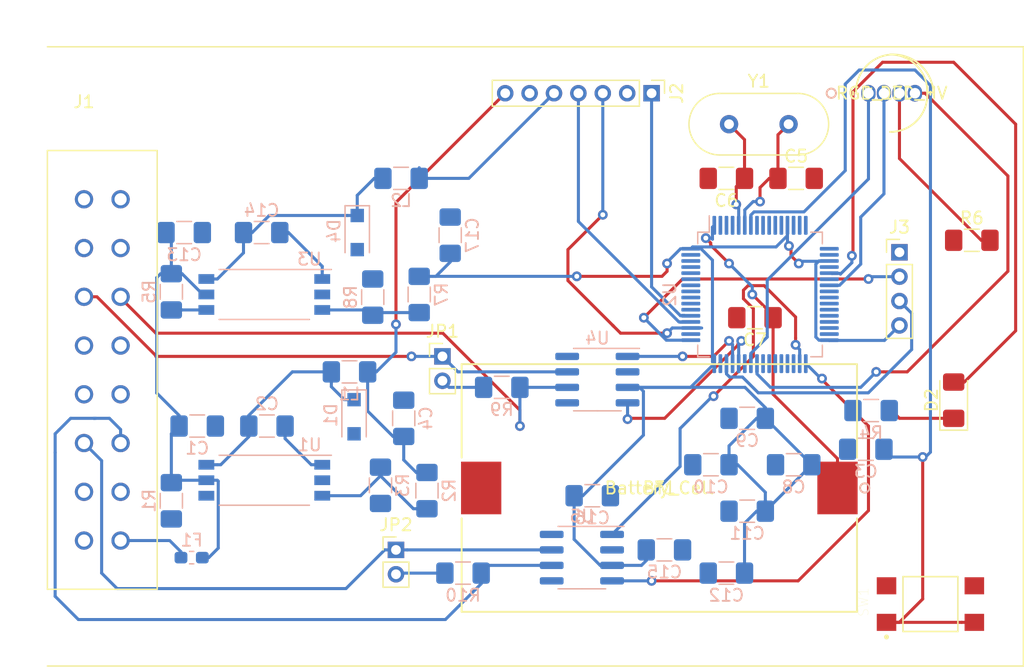
<source format=kicad_pcb>
(kicad_pcb (version 20171130) (host pcbnew "(5.1.5)-3")

  (general
    (thickness 1.6)
    (drawings 4)
    (tracks 388)
    (zones 0)
    (modules 47)
    (nets 89)
  )

  (page A4)
  (layers
    (0 F.Cu signal)
    (31 B.Cu signal)
    (32 B.Adhes user)
    (33 F.Adhes user)
    (34 B.Paste user)
    (35 F.Paste user)
    (36 B.SilkS user)
    (37 F.SilkS user)
    (38 B.Mask user)
    (39 F.Mask user)
    (40 Dwgs.User user)
    (41 Cmts.User user)
    (42 Eco1.User user)
    (43 Eco2.User user)
    (44 Edge.Cuts user)
    (45 Margin user)
    (46 B.CrtYd user)
    (47 F.CrtYd user)
    (48 B.Fab user)
    (49 F.Fab user)
  )

  (setup
    (last_trace_width 0.25)
    (trace_clearance 0.2)
    (zone_clearance 0.508)
    (zone_45_only no)
    (trace_min 0.2)
    (via_size 0.8)
    (via_drill 0.4)
    (via_min_size 0.4)
    (via_min_drill 0.3)
    (uvia_size 0.3)
    (uvia_drill 0.1)
    (uvias_allowed no)
    (uvia_min_size 0.2)
    (uvia_min_drill 0.1)
    (edge_width 0.05)
    (segment_width 0.2)
    (pcb_text_width 0.3)
    (pcb_text_size 1.5 1.5)
    (mod_edge_width 0.12)
    (mod_text_size 1 1)
    (mod_text_width 0.15)
    (pad_size 1.524 1.524)
    (pad_drill 0.762)
    (pad_to_mask_clearance 0.051)
    (solder_mask_min_width 0.25)
    (aux_axis_origin 0 0)
    (visible_elements FFFFFF7F)
    (pcbplotparams
      (layerselection 0x010fc_ffffffff)
      (usegerberextensions false)
      (usegerberattributes false)
      (usegerberadvancedattributes false)
      (creategerberjobfile false)
      (excludeedgelayer true)
      (linewidth 0.100000)
      (plotframeref false)
      (viasonmask false)
      (mode 1)
      (useauxorigin false)
      (hpglpennumber 1)
      (hpglpenspeed 20)
      (hpglpendiameter 15.000000)
      (psnegative false)
      (psa4output false)
      (plotreference true)
      (plotvalue true)
      (plotinvisibletext false)
      (padsonsilk false)
      (subtractmaskfromsilk false)
      (outputformat 1)
      (mirror false)
      (drillshape 1)
      (scaleselection 1)
      (outputdirectory ""))
  )

  (net 0 "")
  (net 1 GND)
  (net 2 "Net-(BT1-Pad1)")
  (net 3 12V)
  (net 4 "Net-(C2-Pad2)")
  (net 5 "Net-(C2-Pad1)")
  (net 6 "Net-(C3-Pad2)")
  (net 7 +5V)
  (net 8 "Net-(C5-Pad1)")
  (net 9 "Net-(C6-Pad1)")
  (net 10 +3V3)
  (net 11 "Net-(C14-Pad2)")
  (net 12 "Net-(C14-Pad1)")
  (net 13 "Net-(D2-Pad2)")
  (net 14 "Net-(D2-Pad1)")
  (net 15 "Net-(D3-Pad4)")
  (net 16 "Net-(D3-Pad3)")
  (net 17 "Net-(D3-Pad2)")
  (net 18 "Net-(D3-Pad1)")
  (net 19 "Net-(F1-Pad2)")
  (net 20 "Net-(J1-Pad15)")
  (net 21 CAN_HS_L)
  (net 22 "Net-(J1-Pad13)")
  (net 23 "Net-(J1-Pad12)")
  (net 24 CAN_MS_L)
  (net 25 "Net-(J1-Pad10)")
  (net 26 ABS_MODULE)
  (net 27 TRANSMISSION_CONTROL_MODULE)
  (net 28 "Net-(J1-Pad7)")
  (net 29 CAN_HS_H)
  (net 30 GNDS)
  (net 31 CAN_MS_H)
  (net 32 "Net-(J1-Pad2)")
  (net 33 "Net-(J1-Pad1)")
  (net 34 /TX)
  (net 35 /RX)
  (net 36 "Net-(J2-Pad1)")
  (net 37 /SWDIO)
  (net 38 /SWCLK)
  (net 39 "Net-(JP1-Pad2)")
  (net 40 "Net-(JP2-Pad2)")
  (net 41 "Net-(R1-Pad2)")
  (net 42 "Net-(R2-Pad1)")
  (net 43 "Net-(R5-Pad2)")
  (net 44 "Net-(R7-Pad1)")
  (net 45 "Net-(U2-Pad62)")
  (net 46 "Net-(U2-Pad61)")
  (net 47 "Net-(U2-Pad59)")
  (net 48 "Net-(U2-Pad58)")
  (net 49 "Net-(U2-Pad57)")
  (net 50 "Net-(U2-Pad56)")
  (net 51 "Net-(U2-Pad55)")
  (net 52 "Net-(U2-Pad54)")
  (net 53 "Net-(U2-Pad50)")
  (net 54 "Net-(U2-Pad45)")
  (net 55 "Net-(U2-Pad44)")
  (net 56 "Net-(U2-Pad43)")
  (net 57 "Net-(U2-Pad40)")
  (net 58 "Net-(U2-Pad39)")
  (net 59 "Net-(U2-Pad38)")
  (net 60 "Net-(U2-Pad37)")
  (net 61 "Net-(U2-Pad36)")
  (net 62 "Net-(U2-Pad35)")
  (net 63 "Net-(U2-Pad34)")
  (net 64 "Net-(U2-Pad33)")
  (net 65 "Net-(U2-Pad30)")
  (net 66 "Net-(U2-Pad29)")
  (net 67 "Net-(U2-Pad28)")
  (net 68 "Net-(U2-Pad27)")
  (net 69 "Net-(U2-Pad26)")
  (net 70 "Net-(U2-Pad25)")
  (net 71 "Net-(U2-Pad24)")
  (net 72 "Net-(U2-Pad22)")
  (net 73 "Net-(U2-Pad20)")
  (net 74 "Net-(U2-Pad17)")
  (net 75 "Net-(U2-Pad16)")
  (net 76 "Net-(U2-Pad15)")
  (net 77 "Net-(U2-Pad14)")
  (net 78 "Net-(U2-Pad11)")
  (net 79 "Net-(U2-Pad10)")
  (net 80 "Net-(U2-Pad9)")
  (net 81 "Net-(U2-Pad8)")
  (net 82 "Net-(U2-Pad4)")
  (net 83 "Net-(U2-Pad3)")
  (net 84 "Net-(U2-Pad2)")
  (net 85 "Net-(U4-Pad8)")
  (net 86 "Net-(U4-Pad5)")
  (net 87 "Net-(U5-Pad8)")
  (net 88 "Net-(U5-Pad5)")

  (net_class Default "This is the default net class."
    (clearance 0.2)
    (trace_width 0.25)
    (via_dia 0.8)
    (via_drill 0.4)
    (uvia_dia 0.3)
    (uvia_drill 0.1)
    (add_net +3V3)
    (add_net +5V)
    (add_net /RX)
    (add_net /SWCLK)
    (add_net /SWDIO)
    (add_net /TX)
    (add_net 12V)
    (add_net ABS_MODULE)
    (add_net CAN_HS_H)
    (add_net CAN_HS_L)
    (add_net CAN_MS_H)
    (add_net CAN_MS_L)
    (add_net GND)
    (add_net GNDS)
    (add_net "Net-(BT1-Pad1)")
    (add_net "Net-(C14-Pad1)")
    (add_net "Net-(C14-Pad2)")
    (add_net "Net-(C2-Pad1)")
    (add_net "Net-(C2-Pad2)")
    (add_net "Net-(C3-Pad2)")
    (add_net "Net-(C5-Pad1)")
    (add_net "Net-(C6-Pad1)")
    (add_net "Net-(D2-Pad1)")
    (add_net "Net-(D2-Pad2)")
    (add_net "Net-(D3-Pad1)")
    (add_net "Net-(D3-Pad2)")
    (add_net "Net-(D3-Pad3)")
    (add_net "Net-(D3-Pad4)")
    (add_net "Net-(F1-Pad2)")
    (add_net "Net-(J1-Pad1)")
    (add_net "Net-(J1-Pad10)")
    (add_net "Net-(J1-Pad12)")
    (add_net "Net-(J1-Pad13)")
    (add_net "Net-(J1-Pad15)")
    (add_net "Net-(J1-Pad2)")
    (add_net "Net-(J1-Pad7)")
    (add_net "Net-(J2-Pad1)")
    (add_net "Net-(JP1-Pad2)")
    (add_net "Net-(JP2-Pad2)")
    (add_net "Net-(R1-Pad2)")
    (add_net "Net-(R2-Pad1)")
    (add_net "Net-(R5-Pad2)")
    (add_net "Net-(R7-Pad1)")
    (add_net "Net-(U2-Pad10)")
    (add_net "Net-(U2-Pad11)")
    (add_net "Net-(U2-Pad14)")
    (add_net "Net-(U2-Pad15)")
    (add_net "Net-(U2-Pad16)")
    (add_net "Net-(U2-Pad17)")
    (add_net "Net-(U2-Pad2)")
    (add_net "Net-(U2-Pad20)")
    (add_net "Net-(U2-Pad22)")
    (add_net "Net-(U2-Pad24)")
    (add_net "Net-(U2-Pad25)")
    (add_net "Net-(U2-Pad26)")
    (add_net "Net-(U2-Pad27)")
    (add_net "Net-(U2-Pad28)")
    (add_net "Net-(U2-Pad29)")
    (add_net "Net-(U2-Pad3)")
    (add_net "Net-(U2-Pad30)")
    (add_net "Net-(U2-Pad33)")
    (add_net "Net-(U2-Pad34)")
    (add_net "Net-(U2-Pad35)")
    (add_net "Net-(U2-Pad36)")
    (add_net "Net-(U2-Pad37)")
    (add_net "Net-(U2-Pad38)")
    (add_net "Net-(U2-Pad39)")
    (add_net "Net-(U2-Pad4)")
    (add_net "Net-(U2-Pad40)")
    (add_net "Net-(U2-Pad43)")
    (add_net "Net-(U2-Pad44)")
    (add_net "Net-(U2-Pad45)")
    (add_net "Net-(U2-Pad50)")
    (add_net "Net-(U2-Pad54)")
    (add_net "Net-(U2-Pad55)")
    (add_net "Net-(U2-Pad56)")
    (add_net "Net-(U2-Pad57)")
    (add_net "Net-(U2-Pad58)")
    (add_net "Net-(U2-Pad59)")
    (add_net "Net-(U2-Pad61)")
    (add_net "Net-(U2-Pad62)")
    (add_net "Net-(U2-Pad8)")
    (add_net "Net-(U2-Pad9)")
    (add_net "Net-(U4-Pad5)")
    (add_net "Net-(U4-Pad8)")
    (add_net "Net-(U5-Pad5)")
    (add_net "Net-(U5-Pad8)")
    (add_net TRANSMISSION_CONTROL_MODULE)
  )

  (module Package_SO:SOIC-8_3.9x4.9mm_P1.27mm (layer B.Cu) (tedit 5D9F72B1) (tstamp 60032721)
    (at 102.235 93.98 180)
    (descr "SOIC, 8 Pin (JEDEC MS-012AA, https://www.analog.com/media/en/package-pcb-resources/package/pkg_pdf/soic_narrow-r/r_8.pdf), generated with kicad-footprint-generator ipc_gullwing_generator.py")
    (tags "SOIC SO")
    (path /5E4417C4)
    (attr smd)
    (fp_text reference U5 (at 0 3.4) (layer B.SilkS)
      (effects (font (size 1 1) (thickness 0.15)) (justify mirror))
    )
    (fp_text value SN65HVD232 (at 0 -3.4) (layer B.Fab)
      (effects (font (size 1 1) (thickness 0.15)) (justify mirror))
    )
    (fp_text user %R (at 0 0) (layer B.Fab)
      (effects (font (size 0.98 0.98) (thickness 0.15)) (justify mirror))
    )
    (fp_line (start 3.7 2.7) (end -3.7 2.7) (layer B.CrtYd) (width 0.05))
    (fp_line (start 3.7 -2.7) (end 3.7 2.7) (layer B.CrtYd) (width 0.05))
    (fp_line (start -3.7 -2.7) (end 3.7 -2.7) (layer B.CrtYd) (width 0.05))
    (fp_line (start -3.7 2.7) (end -3.7 -2.7) (layer B.CrtYd) (width 0.05))
    (fp_line (start -1.95 1.475) (end -0.975 2.45) (layer B.Fab) (width 0.1))
    (fp_line (start -1.95 -2.45) (end -1.95 1.475) (layer B.Fab) (width 0.1))
    (fp_line (start 1.95 -2.45) (end -1.95 -2.45) (layer B.Fab) (width 0.1))
    (fp_line (start 1.95 2.45) (end 1.95 -2.45) (layer B.Fab) (width 0.1))
    (fp_line (start -0.975 2.45) (end 1.95 2.45) (layer B.Fab) (width 0.1))
    (fp_line (start 0 2.56) (end -3.45 2.56) (layer B.SilkS) (width 0.12))
    (fp_line (start 0 2.56) (end 1.95 2.56) (layer B.SilkS) (width 0.12))
    (fp_line (start 0 -2.56) (end -1.95 -2.56) (layer B.SilkS) (width 0.12))
    (fp_line (start 0 -2.56) (end 1.95 -2.56) (layer B.SilkS) (width 0.12))
    (pad 8 smd roundrect (at 2.475 1.905 180) (size 1.95 0.6) (layers B.Cu B.Paste B.Mask) (roundrect_rratio 0.25)
      (net 87 "Net-(U5-Pad8)"))
    (pad 7 smd roundrect (at 2.475 0.635 180) (size 1.95 0.6) (layers B.Cu B.Paste B.Mask) (roundrect_rratio 0.25)
      (net 29 CAN_HS_H))
    (pad 6 smd roundrect (at 2.475 -0.635 180) (size 1.95 0.6) (layers B.Cu B.Paste B.Mask) (roundrect_rratio 0.25)
      (net 21 CAN_HS_L))
    (pad 5 smd roundrect (at 2.475 -1.905 180) (size 1.95 0.6) (layers B.Cu B.Paste B.Mask) (roundrect_rratio 0.25)
      (net 88 "Net-(U5-Pad5)"))
    (pad 4 smd roundrect (at -2.475 -1.905 180) (size 1.95 0.6) (layers B.Cu B.Paste B.Mask) (roundrect_rratio 0.25)
      (net 64 "Net-(U2-Pad33)"))
    (pad 3 smd roundrect (at -2.475 -0.635 180) (size 1.95 0.6) (layers B.Cu B.Paste B.Mask) (roundrect_rratio 0.25)
      (net 10 +3V3))
    (pad 2 smd roundrect (at -2.475 0.635 180) (size 1.95 0.6) (layers B.Cu B.Paste B.Mask) (roundrect_rratio 0.25)
      (net 1 GND))
    (pad 1 smd roundrect (at -2.475 1.905 180) (size 1.95 0.6) (layers B.Cu B.Paste B.Mask) (roundrect_rratio 0.25)
      (net 63 "Net-(U2-Pad34)"))
    (model ${KISYS3DMOD}/Package_SO.3dshapes/SOIC-8_3.9x4.9mm_P1.27mm.wrl
      (at (xyz 0 0 0))
      (scale (xyz 1 1 1))
      (rotate (xyz 0 0 0))
    )
  )

  (module Crystal:Crystal_HC49-4H_Vertical (layer F.Cu) (tedit 5A1AD3B7) (tstamp 60032916)
    (at 114.3 58.42)
    (descr "Crystal THT HC-49-4H http://5hertz.com/pdfs/04404_D.pdf")
    (tags "THT crystalHC-49-4H")
    (path /5E518EA3)
    (fp_text reference Y1 (at 2.44 -3.525) (layer F.SilkS)
      (effects (font (size 1 1) (thickness 0.15)))
    )
    (fp_text value 8Mhz (at 2.44 3.525) (layer F.Fab)
      (effects (font (size 1 1) (thickness 0.15)))
    )
    (fp_arc (start 5.64 0) (end 5.64 -2.525) (angle 180) (layer F.SilkS) (width 0.12))
    (fp_arc (start -0.76 0) (end -0.76 -2.525) (angle -180) (layer F.SilkS) (width 0.12))
    (fp_arc (start 5.44 0) (end 5.44 -2) (angle 180) (layer F.Fab) (width 0.1))
    (fp_arc (start -0.56 0) (end -0.56 -2) (angle -180) (layer F.Fab) (width 0.1))
    (fp_arc (start 5.64 0) (end 5.64 -2.325) (angle 180) (layer F.Fab) (width 0.1))
    (fp_arc (start -0.76 0) (end -0.76 -2.325) (angle -180) (layer F.Fab) (width 0.1))
    (fp_line (start 8.5 -2.8) (end -3.6 -2.8) (layer F.CrtYd) (width 0.05))
    (fp_line (start 8.5 2.8) (end 8.5 -2.8) (layer F.CrtYd) (width 0.05))
    (fp_line (start -3.6 2.8) (end 8.5 2.8) (layer F.CrtYd) (width 0.05))
    (fp_line (start -3.6 -2.8) (end -3.6 2.8) (layer F.CrtYd) (width 0.05))
    (fp_line (start -0.76 2.525) (end 5.64 2.525) (layer F.SilkS) (width 0.12))
    (fp_line (start -0.76 -2.525) (end 5.64 -2.525) (layer F.SilkS) (width 0.12))
    (fp_line (start -0.56 2) (end 5.44 2) (layer F.Fab) (width 0.1))
    (fp_line (start -0.56 -2) (end 5.44 -2) (layer F.Fab) (width 0.1))
    (fp_line (start -0.76 2.325) (end 5.64 2.325) (layer F.Fab) (width 0.1))
    (fp_line (start -0.76 -2.325) (end 5.64 -2.325) (layer F.Fab) (width 0.1))
    (fp_text user %R (at 2.54 -1.27) (layer F.Fab)
      (effects (font (size 1 1) (thickness 0.15)))
    )
    (pad 2 thru_hole circle (at 4.88 0) (size 1.5 1.5) (drill 0.8) (layers *.Cu *.Mask)
      (net 8 "Net-(C5-Pad1)"))
    (pad 1 thru_hole circle (at 0 0) (size 1.5 1.5) (drill 0.8) (layers *.Cu *.Mask)
      (net 9 "Net-(C6-Pad1)"))
    (model ${KISYS3DMOD}/Crystal.3dshapes/Crystal_HC49-4H_Vertical.wrl
      (at (xyz 0 0 0))
      (scale (xyz 1 1 1))
      (rotate (xyz 0 0 0))
    )
  )

  (module Package_SO:SOIC-8_3.9x4.9mm_P1.27mm (layer B.Cu) (tedit 5D9F72B1) (tstamp 6003295B)
    (at 103.505 79.375 180)
    (descr "SOIC, 8 Pin (JEDEC MS-012AA, https://www.analog.com/media/en/package-pcb-resources/package/pkg_pdf/soic_narrow-r/r_8.pdf), generated with kicad-footprint-generator ipc_gullwing_generator.py")
    (tags "SOIC SO")
    (path /5E445DD3)
    (attr smd)
    (fp_text reference U4 (at 0 3.4) (layer B.SilkS)
      (effects (font (size 1 1) (thickness 0.15)) (justify mirror))
    )
    (fp_text value SN65HVD232 (at 0 -3.81) (layer B.Fab)
      (effects (font (size 1 1) (thickness 0.15)) (justify mirror))
    )
    (fp_text user %R (at 0 0) (layer B.Fab)
      (effects (font (size 0.98 0.98) (thickness 0.15)) (justify mirror))
    )
    (fp_line (start 3.7 2.7) (end -3.7 2.7) (layer B.CrtYd) (width 0.05))
    (fp_line (start 3.7 -2.7) (end 3.7 2.7) (layer B.CrtYd) (width 0.05))
    (fp_line (start -3.7 -2.7) (end 3.7 -2.7) (layer B.CrtYd) (width 0.05))
    (fp_line (start -3.7 2.7) (end -3.7 -2.7) (layer B.CrtYd) (width 0.05))
    (fp_line (start -1.95 1.475) (end -0.975 2.45) (layer B.Fab) (width 0.1))
    (fp_line (start -1.95 -2.45) (end -1.95 1.475) (layer B.Fab) (width 0.1))
    (fp_line (start 1.95 -2.45) (end -1.95 -2.45) (layer B.Fab) (width 0.1))
    (fp_line (start 1.95 2.45) (end 1.95 -2.45) (layer B.Fab) (width 0.1))
    (fp_line (start -0.975 2.45) (end 1.95 2.45) (layer B.Fab) (width 0.1))
    (fp_line (start 0 2.56) (end -3.45 2.56) (layer B.SilkS) (width 0.12))
    (fp_line (start 0 2.56) (end 1.95 2.56) (layer B.SilkS) (width 0.12))
    (fp_line (start 0 -2.56) (end -1.95 -2.56) (layer B.SilkS) (width 0.12))
    (fp_line (start 0 -2.56) (end 1.95 -2.56) (layer B.SilkS) (width 0.12))
    (pad 8 smd roundrect (at 2.475 1.905 180) (size 1.95 0.6) (layers B.Cu B.Paste B.Mask) (roundrect_rratio 0.25)
      (net 85 "Net-(U4-Pad8)"))
    (pad 7 smd roundrect (at 2.475 0.635 180) (size 1.95 0.6) (layers B.Cu B.Paste B.Mask) (roundrect_rratio 0.25)
      (net 31 CAN_MS_H))
    (pad 6 smd roundrect (at 2.475 -0.635 180) (size 1.95 0.6) (layers B.Cu B.Paste B.Mask) (roundrect_rratio 0.25)
      (net 24 CAN_MS_L))
    (pad 5 smd roundrect (at 2.475 -1.905 180) (size 1.95 0.6) (layers B.Cu B.Paste B.Mask) (roundrect_rratio 0.25)
      (net 86 "Net-(U4-Pad5)"))
    (pad 4 smd roundrect (at -2.475 -1.905 180) (size 1.95 0.6) (layers B.Cu B.Paste B.Mask) (roundrect_rratio 0.25)
      (net 55 "Net-(U2-Pad44)"))
    (pad 3 smd roundrect (at -2.475 -0.635 180) (size 1.95 0.6) (layers B.Cu B.Paste B.Mask) (roundrect_rratio 0.25)
      (net 10 +3V3))
    (pad 2 smd roundrect (at -2.475 0.635 180) (size 1.95 0.6) (layers B.Cu B.Paste B.Mask) (roundrect_rratio 0.25)
      (net 1 GND))
    (pad 1 smd roundrect (at -2.475 1.905 180) (size 1.95 0.6) (layers B.Cu B.Paste B.Mask) (roundrect_rratio 0.25)
      (net 54 "Net-(U2-Pad45)"))
    (model ${KISYS3DMOD}/Package_SO.3dshapes/SOIC-8_3.9x4.9mm_P1.27mm.wrl
      (at (xyz 0 0 0))
      (scale (xyz 1 1 1))
      (rotate (xyz 0 0 0))
    )
  )

  (module Package_SO:SO-6L_10x3.84mm_P1.27mm (layer B.Cu) (tedit 5A02F2D3) (tstamp 600329A2)
    (at 76.2 72.39 180)
    (descr "6-pin plasic small outline 7,5mm long https://toshiba.semicon-storage.com/info/docget.jsp?did=53548&prodName=TLP2770")
    (tags SO-6L)
    (path /60315327)
    (attr smd)
    (fp_text reference U3 (at -3.7 2.9) (layer B.SilkS)
      (effects (font (size 1 1) (thickness 0.15)) (justify mirror))
    )
    (fp_text value AOZ1282CI (at 0.1 -3.2) (layer B.Fab)
      (effects (font (size 1 1) (thickness 0.15)) (justify mirror))
    )
    (fp_line (start -3.75 0.9) (end -3 1.92) (layer B.Fab) (width 0.1))
    (fp_line (start -3.7 -2.05) (end 3.7 -2.05) (layer B.SilkS) (width 0.12))
    (fp_line (start -5.5 2.05) (end 3.7 2.05) (layer B.SilkS) (width 0.12))
    (fp_line (start -3.75 -1.92) (end 3.75 -1.92) (layer B.Fab) (width 0.1))
    (fp_line (start 3.75 -1.92) (end 3.75 1.92) (layer B.Fab) (width 0.1))
    (fp_line (start -3 1.92) (end 3.75 1.92) (layer B.Fab) (width 0.1))
    (fp_line (start -3.75 -1.92) (end -3.75 0.9) (layer B.Fab) (width 0.1))
    (fp_text user %R (at 0.3 0 180) (layer B.Fab)
      (effects (font (size 0.5 0.5) (thickness 0.05)) (justify mirror))
    )
    (fp_line (start 5.65 2.17) (end -5.65 2.17) (layer B.CrtYd) (width 0.05))
    (fp_line (start 5.65 -2.17) (end 5.65 2.17) (layer B.CrtYd) (width 0.05))
    (fp_line (start -5.65 -2.17) (end 5.65 -2.17) (layer B.CrtYd) (width 0.05))
    (fp_line (start -5.65 2.17) (end -5.65 -2.17) (layer B.CrtYd) (width 0.05))
    (pad 6 smd rect (at 4.75 1.27 90) (size 0.8 1.3) (layers B.Cu B.Paste B.Mask)
      (net 11 "Net-(C14-Pad2)"))
    (pad 5 smd rect (at 4.75 0 90) (size 0.8 1.3) (layers B.Cu B.Paste B.Mask)
      (net 3 12V))
    (pad 4 smd rect (at 4.75 -1.27 90) (size 0.8 1.3) (layers B.Cu B.Paste B.Mask)
      (net 43 "Net-(R5-Pad2)"))
    (pad 3 smd rect (at -4.75 -1.27 90) (size 0.8 1.3) (layers B.Cu B.Paste B.Mask)
      (net 44 "Net-(R7-Pad1)"))
    (pad 2 smd rect (at -4.75 0 90) (size 0.8 1.3) (layers B.Cu B.Paste B.Mask)
      (net 1 GND))
    (pad 1 smd rect (at -4.75 1.27 90) (size 0.8 1.3) (layers B.Cu B.Paste B.Mask)
      (net 12 "Net-(C14-Pad1)"))
    (model ${KISYS3DMOD}/Package_SO.3dshapes/SO-6L_10x3.84mm_P1.27mm.wrl
      (at (xyz 0 0 0))
      (scale (xyz 1 1 1))
      (rotate (xyz 0 0 0))
    )
  )

  (module Package_QFP:LQFP-64_10x10mm_P0.5mm (layer B.Cu) (tedit 5D9F72AF) (tstamp 600327BD)
    (at 116.84 72.39 270)
    (descr "LQFP, 64 Pin (https://www.analog.com/media/en/technical-documentation/data-sheets/ad7606_7606-6_7606-4.pdf), generated with kicad-footprint-generator ipc_gullwing_generator.py")
    (tags "LQFP QFP")
    (path /5E43B0C4)
    (attr smd)
    (fp_text reference U2 (at 0 7.4 90) (layer B.SilkS)
      (effects (font (size 1 1) (thickness 0.15)) (justify mirror))
    )
    (fp_text value STM32F105RCTx (at 0 -7.4 90) (layer B.Fab)
      (effects (font (size 1 1) (thickness 0.15)) (justify mirror))
    )
    (fp_text user %R (at -1.27 0 90) (layer B.Fab)
      (effects (font (size 1 1) (thickness 0.15)) (justify mirror))
    )
    (fp_line (start 6.7 -4.15) (end 6.7 0) (layer B.CrtYd) (width 0.05))
    (fp_line (start 5.25 -4.15) (end 6.7 -4.15) (layer B.CrtYd) (width 0.05))
    (fp_line (start 5.25 -5.25) (end 5.25 -4.15) (layer B.CrtYd) (width 0.05))
    (fp_line (start 4.15 -5.25) (end 5.25 -5.25) (layer B.CrtYd) (width 0.05))
    (fp_line (start 4.15 -6.7) (end 4.15 -5.25) (layer B.CrtYd) (width 0.05))
    (fp_line (start 0 -6.7) (end 4.15 -6.7) (layer B.CrtYd) (width 0.05))
    (fp_line (start -6.7 -4.15) (end -6.7 0) (layer B.CrtYd) (width 0.05))
    (fp_line (start -5.25 -4.15) (end -6.7 -4.15) (layer B.CrtYd) (width 0.05))
    (fp_line (start -5.25 -5.25) (end -5.25 -4.15) (layer B.CrtYd) (width 0.05))
    (fp_line (start -4.15 -5.25) (end -5.25 -5.25) (layer B.CrtYd) (width 0.05))
    (fp_line (start -4.15 -6.7) (end -4.15 -5.25) (layer B.CrtYd) (width 0.05))
    (fp_line (start 0 -6.7) (end -4.15 -6.7) (layer B.CrtYd) (width 0.05))
    (fp_line (start 6.7 4.15) (end 6.7 0) (layer B.CrtYd) (width 0.05))
    (fp_line (start 5.25 4.15) (end 6.7 4.15) (layer B.CrtYd) (width 0.05))
    (fp_line (start 5.25 5.25) (end 5.25 4.15) (layer B.CrtYd) (width 0.05))
    (fp_line (start 4.15 5.25) (end 5.25 5.25) (layer B.CrtYd) (width 0.05))
    (fp_line (start 4.15 6.7) (end 4.15 5.25) (layer B.CrtYd) (width 0.05))
    (fp_line (start 0 6.7) (end 4.15 6.7) (layer B.CrtYd) (width 0.05))
    (fp_line (start -6.7 4.15) (end -6.7 0) (layer B.CrtYd) (width 0.05))
    (fp_line (start -5.25 4.15) (end -6.7 4.15) (layer B.CrtYd) (width 0.05))
    (fp_line (start -5.25 5.25) (end -5.25 4.15) (layer B.CrtYd) (width 0.05))
    (fp_line (start -4.15 5.25) (end -5.25 5.25) (layer B.CrtYd) (width 0.05))
    (fp_line (start -4.15 6.7) (end -4.15 5.25) (layer B.CrtYd) (width 0.05))
    (fp_line (start 0 6.7) (end -4.15 6.7) (layer B.CrtYd) (width 0.05))
    (fp_line (start -5 4) (end -4 5) (layer B.Fab) (width 0.1))
    (fp_line (start -5 -5) (end -5 4) (layer B.Fab) (width 0.1))
    (fp_line (start 5 -5) (end -5 -5) (layer B.Fab) (width 0.1))
    (fp_line (start 5 5) (end 5 -5) (layer B.Fab) (width 0.1))
    (fp_line (start -4 5) (end 5 5) (layer B.Fab) (width 0.1))
    (fp_line (start -5.11 4.16) (end -6.45 4.16) (layer B.SilkS) (width 0.12))
    (fp_line (start -5.11 5.11) (end -5.11 4.16) (layer B.SilkS) (width 0.12))
    (fp_line (start -4.16 5.11) (end -5.11 5.11) (layer B.SilkS) (width 0.12))
    (fp_line (start 5.11 5.11) (end 5.11 4.16) (layer B.SilkS) (width 0.12))
    (fp_line (start 4.16 5.11) (end 5.11 5.11) (layer B.SilkS) (width 0.12))
    (fp_line (start -5.11 -5.11) (end -5.11 -4.16) (layer B.SilkS) (width 0.12))
    (fp_line (start -4.16 -5.11) (end -5.11 -5.11) (layer B.SilkS) (width 0.12))
    (fp_line (start 5.11 -5.11) (end 5.11 -4.16) (layer B.SilkS) (width 0.12))
    (fp_line (start 4.16 -5.11) (end 5.11 -5.11) (layer B.SilkS) (width 0.12))
    (pad 64 smd roundrect (at -3.75 5.675 270) (size 0.3 1.55) (layers B.Cu B.Paste B.Mask) (roundrect_rratio 0.25)
      (net 10 +3V3))
    (pad 63 smd roundrect (at -3.25 5.675 270) (size 0.3 1.55) (layers B.Cu B.Paste B.Mask) (roundrect_rratio 0.25)
      (net 1 GND))
    (pad 62 smd roundrect (at -2.75 5.675 270) (size 0.3 1.55) (layers B.Cu B.Paste B.Mask) (roundrect_rratio 0.25)
      (net 45 "Net-(U2-Pad62)"))
    (pad 61 smd roundrect (at -2.25 5.675 270) (size 0.3 1.55) (layers B.Cu B.Paste B.Mask) (roundrect_rratio 0.25)
      (net 46 "Net-(U2-Pad61)"))
    (pad 60 smd roundrect (at -1.75 5.675 270) (size 0.3 1.55) (layers B.Cu B.Paste B.Mask) (roundrect_rratio 0.25)
      (net 1 GND))
    (pad 59 smd roundrect (at -1.25 5.675 270) (size 0.3 1.55) (layers B.Cu B.Paste B.Mask) (roundrect_rratio 0.25)
      (net 47 "Net-(U2-Pad59)"))
    (pad 58 smd roundrect (at -0.75 5.675 270) (size 0.3 1.55) (layers B.Cu B.Paste B.Mask) (roundrect_rratio 0.25)
      (net 48 "Net-(U2-Pad58)"))
    (pad 57 smd roundrect (at -0.25 5.675 270) (size 0.3 1.55) (layers B.Cu B.Paste B.Mask) (roundrect_rratio 0.25)
      (net 49 "Net-(U2-Pad57)"))
    (pad 56 smd roundrect (at 0.25 5.675 270) (size 0.3 1.55) (layers B.Cu B.Paste B.Mask) (roundrect_rratio 0.25)
      (net 50 "Net-(U2-Pad56)"))
    (pad 55 smd roundrect (at 0.75 5.675 270) (size 0.3 1.55) (layers B.Cu B.Paste B.Mask) (roundrect_rratio 0.25)
      (net 51 "Net-(U2-Pad55)"))
    (pad 54 smd roundrect (at 1.25 5.675 270) (size 0.3 1.55) (layers B.Cu B.Paste B.Mask) (roundrect_rratio 0.25)
      (net 52 "Net-(U2-Pad54)"))
    (pad 53 smd roundrect (at 1.75 5.675 270) (size 0.3 1.55) (layers B.Cu B.Paste B.Mask) (roundrect_rratio 0.25)
      (net 36 "Net-(J2-Pad1)"))
    (pad 52 smd roundrect (at 2.25 5.675 270) (size 0.3 1.55) (layers B.Cu B.Paste B.Mask) (roundrect_rratio 0.25)
      (net 34 /TX))
    (pad 51 smd roundrect (at 2.75 5.675 270) (size 0.3 1.55) (layers B.Cu B.Paste B.Mask) (roundrect_rratio 0.25)
      (net 35 /RX))
    (pad 50 smd roundrect (at 3.25 5.675 270) (size 0.3 1.55) (layers B.Cu B.Paste B.Mask) (roundrect_rratio 0.25)
      (net 53 "Net-(U2-Pad50)"))
    (pad 49 smd roundrect (at 3.75 5.675 270) (size 0.3 1.55) (layers B.Cu B.Paste B.Mask) (roundrect_rratio 0.25)
      (net 38 /SWCLK))
    (pad 48 smd roundrect (at 5.675 3.75 270) (size 1.55 0.3) (layers B.Cu B.Paste B.Mask) (roundrect_rratio 0.25)
      (net 10 +3V3))
    (pad 47 smd roundrect (at 5.675 3.25 270) (size 1.55 0.3) (layers B.Cu B.Paste B.Mask) (roundrect_rratio 0.25)
      (net 1 GND))
    (pad 46 smd roundrect (at 5.675 2.75 270) (size 1.55 0.3) (layers B.Cu B.Paste B.Mask) (roundrect_rratio 0.25)
      (net 37 /SWDIO))
    (pad 45 smd roundrect (at 5.675 2.25 270) (size 1.55 0.3) (layers B.Cu B.Paste B.Mask) (roundrect_rratio 0.25)
      (net 54 "Net-(U2-Pad45)"))
    (pad 44 smd roundrect (at 5.675 1.75 270) (size 1.55 0.3) (layers B.Cu B.Paste B.Mask) (roundrect_rratio 0.25)
      (net 55 "Net-(U2-Pad44)"))
    (pad 43 smd roundrect (at 5.675 1.25 270) (size 1.55 0.3) (layers B.Cu B.Paste B.Mask) (roundrect_rratio 0.25)
      (net 56 "Net-(U2-Pad43)"))
    (pad 42 smd roundrect (at 5.675 0.75 270) (size 1.55 0.3) (layers B.Cu B.Paste B.Mask) (roundrect_rratio 0.25)
      (net 18 "Net-(D3-Pad1)"))
    (pad 41 smd roundrect (at 5.675 0.25 270) (size 1.55 0.3) (layers B.Cu B.Paste B.Mask) (roundrect_rratio 0.25)
      (net 15 "Net-(D3-Pad4)"))
    (pad 40 smd roundrect (at 5.675 -0.25 270) (size 1.55 0.3) (layers B.Cu B.Paste B.Mask) (roundrect_rratio 0.25)
      (net 57 "Net-(U2-Pad40)"))
    (pad 39 smd roundrect (at 5.675 -0.75 270) (size 1.55 0.3) (layers B.Cu B.Paste B.Mask) (roundrect_rratio 0.25)
      (net 58 "Net-(U2-Pad39)"))
    (pad 38 smd roundrect (at 5.675 -1.25 270) (size 1.55 0.3) (layers B.Cu B.Paste B.Mask) (roundrect_rratio 0.25)
      (net 59 "Net-(U2-Pad38)"))
    (pad 37 smd roundrect (at 5.675 -1.75 270) (size 1.55 0.3) (layers B.Cu B.Paste B.Mask) (roundrect_rratio 0.25)
      (net 60 "Net-(U2-Pad37)"))
    (pad 36 smd roundrect (at 5.675 -2.25 270) (size 1.55 0.3) (layers B.Cu B.Paste B.Mask) (roundrect_rratio 0.25)
      (net 61 "Net-(U2-Pad36)"))
    (pad 35 smd roundrect (at 5.675 -2.75 270) (size 1.55 0.3) (layers B.Cu B.Paste B.Mask) (roundrect_rratio 0.25)
      (net 62 "Net-(U2-Pad35)"))
    (pad 34 smd roundrect (at 5.675 -3.25 270) (size 1.55 0.3) (layers B.Cu B.Paste B.Mask) (roundrect_rratio 0.25)
      (net 63 "Net-(U2-Pad34)"))
    (pad 33 smd roundrect (at 5.675 -3.75 270) (size 1.55 0.3) (layers B.Cu B.Paste B.Mask) (roundrect_rratio 0.25)
      (net 64 "Net-(U2-Pad33)"))
    (pad 32 smd roundrect (at 3.75 -5.675 270) (size 0.3 1.55) (layers B.Cu B.Paste B.Mask) (roundrect_rratio 0.25)
      (net 10 +3V3))
    (pad 31 smd roundrect (at 3.25 -5.675 270) (size 0.3 1.55) (layers B.Cu B.Paste B.Mask) (roundrect_rratio 0.25)
      (net 1 GND))
    (pad 30 smd roundrect (at 2.75 -5.675 270) (size 0.3 1.55) (layers B.Cu B.Paste B.Mask) (roundrect_rratio 0.25)
      (net 65 "Net-(U2-Pad30)"))
    (pad 29 smd roundrect (at 2.25 -5.675 270) (size 0.3 1.55) (layers B.Cu B.Paste B.Mask) (roundrect_rratio 0.25)
      (net 66 "Net-(U2-Pad29)"))
    (pad 28 smd roundrect (at 1.75 -5.675 270) (size 0.3 1.55) (layers B.Cu B.Paste B.Mask) (roundrect_rratio 0.25)
      (net 67 "Net-(U2-Pad28)"))
    (pad 27 smd roundrect (at 1.25 -5.675 270) (size 0.3 1.55) (layers B.Cu B.Paste B.Mask) (roundrect_rratio 0.25)
      (net 68 "Net-(U2-Pad27)"))
    (pad 26 smd roundrect (at 0.75 -5.675 270) (size 0.3 1.55) (layers B.Cu B.Paste B.Mask) (roundrect_rratio 0.25)
      (net 69 "Net-(U2-Pad26)"))
    (pad 25 smd roundrect (at 0.25 -5.675 270) (size 0.3 1.55) (layers B.Cu B.Paste B.Mask) (roundrect_rratio 0.25)
      (net 70 "Net-(U2-Pad25)"))
    (pad 24 smd roundrect (at -0.25 -5.675 270) (size 0.3 1.55) (layers B.Cu B.Paste B.Mask) (roundrect_rratio 0.25)
      (net 71 "Net-(U2-Pad24)"))
    (pad 23 smd roundrect (at -0.75 -5.675 270) (size 0.3 1.55) (layers B.Cu B.Paste B.Mask) (roundrect_rratio 0.25)
      (net 17 "Net-(D3-Pad2)"))
    (pad 22 smd roundrect (at -1.25 -5.675 270) (size 0.3 1.55) (layers B.Cu B.Paste B.Mask) (roundrect_rratio 0.25)
      (net 72 "Net-(U2-Pad22)"))
    (pad 21 smd roundrect (at -1.75 -5.675 270) (size 0.3 1.55) (layers B.Cu B.Paste B.Mask) (roundrect_rratio 0.25)
      (net 13 "Net-(D2-Pad2)"))
    (pad 20 smd roundrect (at -2.25 -5.675 270) (size 0.3 1.55) (layers B.Cu B.Paste B.Mask) (roundrect_rratio 0.25)
      (net 73 "Net-(U2-Pad20)"))
    (pad 19 smd roundrect (at -2.75 -5.675 270) (size 0.3 1.55) (layers B.Cu B.Paste B.Mask) (roundrect_rratio 0.25)
      (net 10 +3V3))
    (pad 18 smd roundrect (at -3.25 -5.675 270) (size 0.3 1.55) (layers B.Cu B.Paste B.Mask) (roundrect_rratio 0.25)
      (net 1 GND))
    (pad 17 smd roundrect (at -3.75 -5.675 270) (size 0.3 1.55) (layers B.Cu B.Paste B.Mask) (roundrect_rratio 0.25)
      (net 74 "Net-(U2-Pad17)"))
    (pad 16 smd roundrect (at -5.675 -3.75 270) (size 1.55 0.3) (layers B.Cu B.Paste B.Mask) (roundrect_rratio 0.25)
      (net 75 "Net-(U2-Pad16)"))
    (pad 15 smd roundrect (at -5.675 -3.25 270) (size 1.55 0.3) (layers B.Cu B.Paste B.Mask) (roundrect_rratio 0.25)
      (net 76 "Net-(U2-Pad15)"))
    (pad 14 smd roundrect (at -5.675 -2.75 270) (size 1.55 0.3) (layers B.Cu B.Paste B.Mask) (roundrect_rratio 0.25)
      (net 77 "Net-(U2-Pad14)"))
    (pad 13 smd roundrect (at -5.675 -2.25 270) (size 1.55 0.3) (layers B.Cu B.Paste B.Mask) (roundrect_rratio 0.25)
      (net 10 +3V3))
    (pad 12 smd roundrect (at -5.675 -1.75 270) (size 1.55 0.3) (layers B.Cu B.Paste B.Mask) (roundrect_rratio 0.25)
      (net 1 GND))
    (pad 11 smd roundrect (at -5.675 -1.25 270) (size 1.55 0.3) (layers B.Cu B.Paste B.Mask) (roundrect_rratio 0.25)
      (net 78 "Net-(U2-Pad11)"))
    (pad 10 smd roundrect (at -5.675 -0.75 270) (size 1.55 0.3) (layers B.Cu B.Paste B.Mask) (roundrect_rratio 0.25)
      (net 79 "Net-(U2-Pad10)"))
    (pad 9 smd roundrect (at -5.675 -0.25 270) (size 1.55 0.3) (layers B.Cu B.Paste B.Mask) (roundrect_rratio 0.25)
      (net 80 "Net-(U2-Pad9)"))
    (pad 8 smd roundrect (at -5.675 0.25 270) (size 1.55 0.3) (layers B.Cu B.Paste B.Mask) (roundrect_rratio 0.25)
      (net 81 "Net-(U2-Pad8)"))
    (pad 7 smd roundrect (at -5.675 0.75 270) (size 1.55 0.3) (layers B.Cu B.Paste B.Mask) (roundrect_rratio 0.25)
      (net 6 "Net-(C3-Pad2)"))
    (pad 6 smd roundrect (at -5.675 1.25 270) (size 1.55 0.3) (layers B.Cu B.Paste B.Mask) (roundrect_rratio 0.25)
      (net 8 "Net-(C5-Pad1)"))
    (pad 5 smd roundrect (at -5.675 1.75 270) (size 1.55 0.3) (layers B.Cu B.Paste B.Mask) (roundrect_rratio 0.25)
      (net 9 "Net-(C6-Pad1)"))
    (pad 4 smd roundrect (at -5.675 2.25 270) (size 1.55 0.3) (layers B.Cu B.Paste B.Mask) (roundrect_rratio 0.25)
      (net 82 "Net-(U2-Pad4)"))
    (pad 3 smd roundrect (at -5.675 2.75 270) (size 1.55 0.3) (layers B.Cu B.Paste B.Mask) (roundrect_rratio 0.25)
      (net 83 "Net-(U2-Pad3)"))
    (pad 2 smd roundrect (at -5.675 3.25 270) (size 1.55 0.3) (layers B.Cu B.Paste B.Mask) (roundrect_rratio 0.25)
      (net 84 "Net-(U2-Pad2)"))
    (pad 1 smd roundrect (at -5.675 3.75 270) (size 1.55 0.3) (layers B.Cu B.Paste B.Mask) (roundrect_rratio 0.25)
      (net 2 "Net-(BT1-Pad1)"))
    (model ${KISYS3DMOD}/Package_QFP.3dshapes/LQFP-64_10x10mm_P0.5mm.wrl
      (at (xyz 0 0 0))
      (scale (xyz 1 1 1))
      (rotate (xyz 0 0 0))
    )
  )

  (module Package_SO:SO-6L_10x3.84mm_P1.27mm (layer B.Cu) (tedit 5A02F2D3) (tstamp 600326AE)
    (at 76.2 87.63 180)
    (descr "6-pin plasic small outline 7,5mm long https://toshiba.semicon-storage.com/info/docget.jsp?did=53548&prodName=TLP2770")
    (tags SO-6L)
    (path /60088062)
    (attr smd)
    (fp_text reference U1 (at -3.7 2.9) (layer B.SilkS)
      (effects (font (size 1 1) (thickness 0.15)) (justify mirror))
    )
    (fp_text value AOZ1282CI (at 0 -3.81) (layer B.Fab)
      (effects (font (size 1 1) (thickness 0.15)) (justify mirror))
    )
    (fp_line (start -3.75 0.9) (end -3 1.92) (layer B.Fab) (width 0.1))
    (fp_line (start -3.7 -2.05) (end 3.7 -2.05) (layer B.SilkS) (width 0.12))
    (fp_line (start -5.5 2.05) (end 3.7 2.05) (layer B.SilkS) (width 0.12))
    (fp_line (start -3.75 -1.92) (end 3.75 -1.92) (layer B.Fab) (width 0.1))
    (fp_line (start 3.75 -1.92) (end 3.75 1.92) (layer B.Fab) (width 0.1))
    (fp_line (start -3 1.92) (end 3.75 1.92) (layer B.Fab) (width 0.1))
    (fp_line (start -3.75 -1.92) (end -3.75 0.9) (layer B.Fab) (width 0.1))
    (fp_text user %R (at 0.3 0 180) (layer B.Fab)
      (effects (font (size 0.5 0.5) (thickness 0.05)) (justify mirror))
    )
    (fp_line (start 5.65 2.17) (end -5.65 2.17) (layer B.CrtYd) (width 0.05))
    (fp_line (start 5.65 -2.17) (end 5.65 2.17) (layer B.CrtYd) (width 0.05))
    (fp_line (start -5.65 -2.17) (end 5.65 -2.17) (layer B.CrtYd) (width 0.05))
    (fp_line (start -5.65 2.17) (end -5.65 -2.17) (layer B.CrtYd) (width 0.05))
    (pad 6 smd rect (at 4.75 1.27 90) (size 0.8 1.3) (layers B.Cu B.Paste B.Mask)
      (net 4 "Net-(C2-Pad2)"))
    (pad 5 smd rect (at 4.75 0 90) (size 0.8 1.3) (layers B.Cu B.Paste B.Mask)
      (net 3 12V))
    (pad 4 smd rect (at 4.75 -1.27 90) (size 0.8 1.3) (layers B.Cu B.Paste B.Mask)
      (net 41 "Net-(R1-Pad2)"))
    (pad 3 smd rect (at -4.75 -1.27 90) (size 0.8 1.3) (layers B.Cu B.Paste B.Mask)
      (net 42 "Net-(R2-Pad1)"))
    (pad 2 smd rect (at -4.75 0 90) (size 0.8 1.3) (layers B.Cu B.Paste B.Mask)
      (net 1 GND))
    (pad 1 smd rect (at -4.75 1.27 90) (size 0.8 1.3) (layers B.Cu B.Paste B.Mask)
      (net 5 "Net-(C2-Pad1)"))
    (model ${KISYS3DMOD}/Package_SO.3dshapes/SO-6L_10x3.84mm_P1.27mm.wrl
      (at (xyz 0 0 0))
      (scale (xyz 1 1 1))
      (rotate (xyz 0 0 0))
    )
  )

  (module buttoni:SW_TL3305AF260QG (layer F.Cu) (tedit 6002B556) (tstamp 6004357E)
    (at 130.81 97.79 90)
    (path /5E51FE16)
    (fp_text reference SW1 (at 0.16155 -5.48386 90) (layer F.SilkS)
      (effects (font (size 0.8 0.8) (thickness 0.015)))
    )
    (fp_text value SW_Push_Dual (at 5.91801 5.57039 90) (layer F.Fab)
      (effects (font (size 0.8 0.8) (thickness 0.015)))
    )
    (fp_line (start 2.25 2.25) (end -2.25 2.25) (layer F.SilkS) (width 0.127))
    (fp_line (start 2.25 2.25) (end 2.25 -2.25) (layer F.SilkS) (width 0.127))
    (fp_line (start -2.25 -2.25) (end 2.25 -2.25) (layer F.SilkS) (width 0.127))
    (fp_line (start -2.25 -2.25) (end -2.25 2.25) (layer F.SilkS) (width 0.127))
    (fp_line (start 2.25 2.25) (end -2.25 2.25) (layer F.Fab) (width 0.127))
    (fp_line (start 2.25 2.25) (end 2.25 -2.25) (layer F.Fab) (width 0.127))
    (fp_line (start -2.25 -2.25) (end 2.25 -2.25) (layer F.Fab) (width 0.127))
    (fp_line (start -2.25 -2.25) (end -2.25 2.25) (layer F.Fab) (width 0.127))
    (fp_line (start 2.5 4.65) (end -2.5 4.65) (layer F.CrtYd) (width 0.05))
    (fp_line (start 2.5 4.65) (end 2.5 -4.65) (layer F.CrtYd) (width 0.05))
    (fp_line (start -2.5 -4.65) (end 2.5 -4.65) (layer F.CrtYd) (width 0.05))
    (fp_line (start -2.5 -4.65) (end -2.5 4.65) (layer F.CrtYd) (width 0.05))
    (fp_circle (center -2.7 -3.6) (end -2.6 -3.6) (layer F.SilkS) (width 0.2))
    (fp_circle (center -2.7 -3.6) (end -2.6 -3.6) (layer F.Fab) (width 0.2))
    (pad 4 smd rect (at 1.5 3.6 90) (size 1.4 1.6) (layers F.Cu F.Paste F.Mask)
      (net 1 GND))
    (pad 3 smd rect (at 1.5 -3.6 90) (size 1.4 1.6) (layers F.Cu F.Paste F.Mask)
      (net 1 GND))
    (pad 2 smd rect (at -1.5 3.6 90) (size 1.4 1.6) (layers F.Cu F.Paste F.Mask)
      (net 6 "Net-(C3-Pad2)"))
    (pad 1 smd rect (at -1.5 -3.6 90) (size 1.4 1.6) (layers F.Cu F.Paste F.Mask)
      (net 6 "Net-(C3-Pad2)"))
  )

  (module Resistor_SMD:R_1206_3216Metric_Pad1.42x1.75mm_HandSolder (layer B.Cu) (tedit 5B301BBD) (tstamp 600329DC)
    (at 92.4925 95.25)
    (descr "Resistor SMD 1206 (3216 Metric), square (rectangular) end terminal, IPC_7351 nominal with elongated pad for handsoldering. (Body size source: http://www.tortai-tech.com/upload/download/2011102023233369053.pdf), generated with kicad-footprint-generator")
    (tags "resistor handsolder")
    (path /5E6A8ADF)
    (attr smd)
    (fp_text reference R10 (at 0 1.82) (layer B.SilkS)
      (effects (font (size 1 1) (thickness 0.15)) (justify mirror))
    )
    (fp_text value 120 (at 0 -1.82) (layer B.Fab)
      (effects (font (size 1 1) (thickness 0.15)) (justify mirror))
    )
    (fp_text user %R (at 0 0) (layer B.Fab)
      (effects (font (size 0.8 0.8) (thickness 0.12)) (justify mirror))
    )
    (fp_line (start 2.45 -1.12) (end -2.45 -1.12) (layer B.CrtYd) (width 0.05))
    (fp_line (start 2.45 1.12) (end 2.45 -1.12) (layer B.CrtYd) (width 0.05))
    (fp_line (start -2.45 1.12) (end 2.45 1.12) (layer B.CrtYd) (width 0.05))
    (fp_line (start -2.45 -1.12) (end -2.45 1.12) (layer B.CrtYd) (width 0.05))
    (fp_line (start -0.602064 -0.91) (end 0.602064 -0.91) (layer B.SilkS) (width 0.12))
    (fp_line (start -0.602064 0.91) (end 0.602064 0.91) (layer B.SilkS) (width 0.12))
    (fp_line (start 1.6 -0.8) (end -1.6 -0.8) (layer B.Fab) (width 0.1))
    (fp_line (start 1.6 0.8) (end 1.6 -0.8) (layer B.Fab) (width 0.1))
    (fp_line (start -1.6 0.8) (end 1.6 0.8) (layer B.Fab) (width 0.1))
    (fp_line (start -1.6 -0.8) (end -1.6 0.8) (layer B.Fab) (width 0.1))
    (pad 2 smd roundrect (at 1.4875 0) (size 1.425 1.75) (layers B.Cu B.Paste B.Mask) (roundrect_rratio 0.175439)
      (net 21 CAN_HS_L))
    (pad 1 smd roundrect (at -1.4875 0) (size 1.425 1.75) (layers B.Cu B.Paste B.Mask) (roundrect_rratio 0.175439)
      (net 40 "Net-(JP2-Pad2)"))
    (model ${KISYS3DMOD}/Resistor_SMD.3dshapes/R_1206_3216Metric.wrl
      (at (xyz 0 0 0))
      (scale (xyz 1 1 1))
      (rotate (xyz 0 0 0))
    )
  )

  (module Resistor_SMD:R_1206_3216Metric_Pad1.42x1.75mm_HandSolder (layer B.Cu) (tedit 5B301BBD) (tstamp 600326E8)
    (at 95.6675 80.01)
    (descr "Resistor SMD 1206 (3216 Metric), square (rectangular) end terminal, IPC_7351 nominal with elongated pad for handsoldering. (Body size source: http://www.tortai-tech.com/upload/download/2011102023233369053.pdf), generated with kicad-footprint-generator")
    (tags "resistor handsolder")
    (path /5E6CD3CF)
    (attr smd)
    (fp_text reference R9 (at 0 1.82) (layer B.SilkS)
      (effects (font (size 1 1) (thickness 0.15)) (justify mirror))
    )
    (fp_text value 120 (at 0 -1.82) (layer B.Fab)
      (effects (font (size 1 1) (thickness 0.15)) (justify mirror))
    )
    (fp_text user %R (at 0 0) (layer B.Fab)
      (effects (font (size 0.8 0.8) (thickness 0.12)) (justify mirror))
    )
    (fp_line (start 2.45 -1.12) (end -2.45 -1.12) (layer B.CrtYd) (width 0.05))
    (fp_line (start 2.45 1.12) (end 2.45 -1.12) (layer B.CrtYd) (width 0.05))
    (fp_line (start -2.45 1.12) (end 2.45 1.12) (layer B.CrtYd) (width 0.05))
    (fp_line (start -2.45 -1.12) (end -2.45 1.12) (layer B.CrtYd) (width 0.05))
    (fp_line (start -0.602064 -0.91) (end 0.602064 -0.91) (layer B.SilkS) (width 0.12))
    (fp_line (start -0.602064 0.91) (end 0.602064 0.91) (layer B.SilkS) (width 0.12))
    (fp_line (start 1.6 -0.8) (end -1.6 -0.8) (layer B.Fab) (width 0.1))
    (fp_line (start 1.6 0.8) (end 1.6 -0.8) (layer B.Fab) (width 0.1))
    (fp_line (start -1.6 0.8) (end 1.6 0.8) (layer B.Fab) (width 0.1))
    (fp_line (start -1.6 -0.8) (end -1.6 0.8) (layer B.Fab) (width 0.1))
    (pad 2 smd roundrect (at 1.4875 0) (size 1.425 1.75) (layers B.Cu B.Paste B.Mask) (roundrect_rratio 0.175439)
      (net 24 CAN_MS_L))
    (pad 1 smd roundrect (at -1.4875 0) (size 1.425 1.75) (layers B.Cu B.Paste B.Mask) (roundrect_rratio 0.175439)
      (net 39 "Net-(JP1-Pad2)"))
    (model ${KISYS3DMOD}/Resistor_SMD.3dshapes/R_1206_3216Metric.wrl
      (at (xyz 0 0 0))
      (scale (xyz 1 1 1))
      (rotate (xyz 0 0 0))
    )
  )

  (module Resistor_SMD:R_1206_3216Metric_Pad1.42x1.75mm_HandSolder (layer B.Cu) (tedit 5B301BBD) (tstamp 60032A0C)
    (at 85.09 72.6075 270)
    (descr "Resistor SMD 1206 (3216 Metric), square (rectangular) end terminal, IPC_7351 nominal with elongated pad for handsoldering. (Body size source: http://www.tortai-tech.com/upload/download/2011102023233369053.pdf), generated with kicad-footprint-generator")
    (tags "resistor handsolder")
    (path /6031533F)
    (attr smd)
    (fp_text reference R8 (at 0 1.82 90) (layer B.SilkS)
      (effects (font (size 1 1) (thickness 0.15)) (justify mirror))
    )
    (fp_text value 15.8kR (at 0 -1.82 90) (layer B.Fab)
      (effects (font (size 1 1) (thickness 0.15)) (justify mirror))
    )
    (fp_text user %R (at 0 0 90) (layer B.Fab)
      (effects (font (size 0.8 0.8) (thickness 0.12)) (justify mirror))
    )
    (fp_line (start 2.45 -1.12) (end -2.45 -1.12) (layer B.CrtYd) (width 0.05))
    (fp_line (start 2.45 1.12) (end 2.45 -1.12) (layer B.CrtYd) (width 0.05))
    (fp_line (start -2.45 1.12) (end 2.45 1.12) (layer B.CrtYd) (width 0.05))
    (fp_line (start -2.45 -1.12) (end -2.45 1.12) (layer B.CrtYd) (width 0.05))
    (fp_line (start -0.602064 -0.91) (end 0.602064 -0.91) (layer B.SilkS) (width 0.12))
    (fp_line (start -0.602064 0.91) (end 0.602064 0.91) (layer B.SilkS) (width 0.12))
    (fp_line (start 1.6 -0.8) (end -1.6 -0.8) (layer B.Fab) (width 0.1))
    (fp_line (start 1.6 0.8) (end 1.6 -0.8) (layer B.Fab) (width 0.1))
    (fp_line (start -1.6 0.8) (end 1.6 0.8) (layer B.Fab) (width 0.1))
    (fp_line (start -1.6 -0.8) (end -1.6 0.8) (layer B.Fab) (width 0.1))
    (pad 2 smd roundrect (at 1.4875 0 270) (size 1.425 1.75) (layers B.Cu B.Paste B.Mask) (roundrect_rratio 0.175439)
      (net 44 "Net-(R7-Pad1)"))
    (pad 1 smd roundrect (at -1.4875 0 270) (size 1.425 1.75) (layers B.Cu B.Paste B.Mask) (roundrect_rratio 0.175439)
      (net 1 GND))
    (model ${KISYS3DMOD}/Resistor_SMD.3dshapes/R_1206_3216Metric.wrl
      (at (xyz 0 0 0))
      (scale (xyz 1 1 1))
      (rotate (xyz 0 0 0))
    )
  )

  (module Resistor_SMD:R_1206_3216Metric_Pad1.42x1.75mm_HandSolder (layer B.Cu) (tedit 5B301BBD) (tstamp 600328A1)
    (at 88.9 72.39 90)
    (descr "Resistor SMD 1206 (3216 Metric), square (rectangular) end terminal, IPC_7351 nominal with elongated pad for handsoldering. (Body size source: http://www.tortai-tech.com/upload/download/2011102023233369053.pdf), generated with kicad-footprint-generator")
    (tags "resistor handsolder")
    (path /60315345)
    (attr smd)
    (fp_text reference R7 (at 0 1.82 90) (layer B.SilkS)
      (effects (font (size 1 1) (thickness 0.15)) (justify mirror))
    )
    (fp_text value 49.9kR (at 0 -1.82 90) (layer B.Fab)
      (effects (font (size 1 1) (thickness 0.15)) (justify mirror))
    )
    (fp_text user %R (at 0 0 90) (layer B.Fab)
      (effects (font (size 0.8 0.8) (thickness 0.12)) (justify mirror))
    )
    (fp_line (start 2.45 -1.12) (end -2.45 -1.12) (layer B.CrtYd) (width 0.05))
    (fp_line (start 2.45 1.12) (end 2.45 -1.12) (layer B.CrtYd) (width 0.05))
    (fp_line (start -2.45 1.12) (end 2.45 1.12) (layer B.CrtYd) (width 0.05))
    (fp_line (start -2.45 -1.12) (end -2.45 1.12) (layer B.CrtYd) (width 0.05))
    (fp_line (start -0.602064 -0.91) (end 0.602064 -0.91) (layer B.SilkS) (width 0.12))
    (fp_line (start -0.602064 0.91) (end 0.602064 0.91) (layer B.SilkS) (width 0.12))
    (fp_line (start 1.6 -0.8) (end -1.6 -0.8) (layer B.Fab) (width 0.1))
    (fp_line (start 1.6 0.8) (end 1.6 -0.8) (layer B.Fab) (width 0.1))
    (fp_line (start -1.6 0.8) (end 1.6 0.8) (layer B.Fab) (width 0.1))
    (fp_line (start -1.6 -0.8) (end -1.6 0.8) (layer B.Fab) (width 0.1))
    (pad 2 smd roundrect (at 1.4875 0 90) (size 1.425 1.75) (layers B.Cu B.Paste B.Mask) (roundrect_rratio 0.175439)
      (net 10 +3V3))
    (pad 1 smd roundrect (at -1.4875 0 90) (size 1.425 1.75) (layers B.Cu B.Paste B.Mask) (roundrect_rratio 0.175439)
      (net 44 "Net-(R7-Pad1)"))
    (model ${KISYS3DMOD}/Resistor_SMD.3dshapes/R_1206_3216Metric.wrl
      (at (xyz 0 0 0))
      (scale (xyz 1 1 1))
      (rotate (xyz 0 0 0))
    )
  )

  (module Resistor_SMD:R_1206_3216Metric_Pad1.42x1.75mm_HandSolder (layer F.Cu) (tedit 5B301BBD) (tstamp 60041DB1)
    (at 134.2025 67.945)
    (descr "Resistor SMD 1206 (3216 Metric), square (rectangular) end terminal, IPC_7351 nominal with elongated pad for handsoldering. (Body size source: http://www.tortai-tech.com/upload/download/2011102023233369053.pdf), generated with kicad-footprint-generator")
    (tags "resistor handsolder")
    (path /5E5D3560)
    (attr smd)
    (fp_text reference R6 (at 0 -1.82) (layer F.SilkS)
      (effects (font (size 1 1) (thickness 0.15)))
    )
    (fp_text value 220R (at 0 1.82) (layer F.Fab)
      (effects (font (size 1 1) (thickness 0.15)))
    )
    (fp_text user %R (at 0 0) (layer F.Fab)
      (effects (font (size 0.8 0.8) (thickness 0.12)))
    )
    (fp_line (start 2.45 1.12) (end -2.45 1.12) (layer F.CrtYd) (width 0.05))
    (fp_line (start 2.45 -1.12) (end 2.45 1.12) (layer F.CrtYd) (width 0.05))
    (fp_line (start -2.45 -1.12) (end 2.45 -1.12) (layer F.CrtYd) (width 0.05))
    (fp_line (start -2.45 1.12) (end -2.45 -1.12) (layer F.CrtYd) (width 0.05))
    (fp_line (start -0.602064 0.91) (end 0.602064 0.91) (layer F.SilkS) (width 0.12))
    (fp_line (start -0.602064 -0.91) (end 0.602064 -0.91) (layer F.SilkS) (width 0.12))
    (fp_line (start 1.6 0.8) (end -1.6 0.8) (layer F.Fab) (width 0.1))
    (fp_line (start 1.6 -0.8) (end 1.6 0.8) (layer F.Fab) (width 0.1))
    (fp_line (start -1.6 -0.8) (end 1.6 -0.8) (layer F.Fab) (width 0.1))
    (fp_line (start -1.6 0.8) (end -1.6 -0.8) (layer F.Fab) (width 0.1))
    (pad 2 smd roundrect (at 1.4875 0) (size 1.425 1.75) (layers F.Cu F.Paste F.Mask) (roundrect_rratio 0.175439)
      (net 16 "Net-(D3-Pad3)"))
    (pad 1 smd roundrect (at -1.4875 0) (size 1.425 1.75) (layers F.Cu F.Paste F.Mask) (roundrect_rratio 0.175439)
      (net 1 GND))
    (model ${KISYS3DMOD}/Resistor_SMD.3dshapes/R_1206_3216Metric.wrl
      (at (xyz 0 0 0))
      (scale (xyz 1 1 1))
      (rotate (xyz 0 0 0))
    )
  )

  (module Resistor_SMD:R_1206_3216Metric_Pad1.42x1.75mm_HandSolder (layer B.Cu) (tedit 5B301BBD) (tstamp 60032A6C)
    (at 68.58 72.1725 270)
    (descr "Resistor SMD 1206 (3216 Metric), square (rectangular) end terminal, IPC_7351 nominal with elongated pad for handsoldering. (Body size source: http://www.tortai-tech.com/upload/download/2011102023233369053.pdf), generated with kicad-footprint-generator")
    (tags "resistor handsolder")
    (path /6036B4BD)
    (attr smd)
    (fp_text reference R5 (at 0 1.82 270) (layer B.SilkS)
      (effects (font (size 1 1) (thickness 0.15)) (justify mirror))
    )
    (fp_text value 5MR (at 0 -1.82 270) (layer B.Fab)
      (effects (font (size 1 1) (thickness 0.15)) (justify mirror))
    )
    (fp_text user %R (at 0 0 270) (layer B.Fab)
      (effects (font (size 0.8 0.8) (thickness 0.12)) (justify mirror))
    )
    (fp_line (start 2.45 -1.12) (end -2.45 -1.12) (layer B.CrtYd) (width 0.05))
    (fp_line (start 2.45 1.12) (end 2.45 -1.12) (layer B.CrtYd) (width 0.05))
    (fp_line (start -2.45 1.12) (end 2.45 1.12) (layer B.CrtYd) (width 0.05))
    (fp_line (start -2.45 -1.12) (end -2.45 1.12) (layer B.CrtYd) (width 0.05))
    (fp_line (start -0.602064 -0.91) (end 0.602064 -0.91) (layer B.SilkS) (width 0.12))
    (fp_line (start -0.602064 0.91) (end 0.602064 0.91) (layer B.SilkS) (width 0.12))
    (fp_line (start 1.6 -0.8) (end -1.6 -0.8) (layer B.Fab) (width 0.1))
    (fp_line (start 1.6 0.8) (end 1.6 -0.8) (layer B.Fab) (width 0.1))
    (fp_line (start -1.6 0.8) (end 1.6 0.8) (layer B.Fab) (width 0.1))
    (fp_line (start -1.6 -0.8) (end -1.6 0.8) (layer B.Fab) (width 0.1))
    (pad 2 smd roundrect (at 1.4875 0 270) (size 1.425 1.75) (layers B.Cu B.Paste B.Mask) (roundrect_rratio 0.175439)
      (net 43 "Net-(R5-Pad2)"))
    (pad 1 smd roundrect (at -1.4875 0 270) (size 1.425 1.75) (layers B.Cu B.Paste B.Mask) (roundrect_rratio 0.175439)
      (net 3 12V))
    (model ${KISYS3DMOD}/Resistor_SMD.3dshapes/R_1206_3216Metric.wrl
      (at (xyz 0 0 0))
      (scale (xyz 1 1 1))
      (rotate (xyz 0 0 0))
    )
  )

  (module Resistor_SMD:R_1206_3216Metric_Pad1.42x1.75mm_HandSolder (layer B.Cu) (tedit 5B301BBD) (tstamp 60032F91)
    (at 125.9475 81.915)
    (descr "Resistor SMD 1206 (3216 Metric), square (rectangular) end terminal, IPC_7351 nominal with elongated pad for handsoldering. (Body size source: http://www.tortai-tech.com/upload/download/2011102023233369053.pdf), generated with kicad-footprint-generator")
    (tags "resistor handsolder")
    (path /5E540995)
    (attr smd)
    (fp_text reference R4 (at 0 1.82) (layer B.SilkS)
      (effects (font (size 1 1) (thickness 0.15)) (justify mirror))
    )
    (fp_text value 220R (at 0 -1.82) (layer B.Fab)
      (effects (font (size 1 1) (thickness 0.15)) (justify mirror))
    )
    (fp_text user %R (at 0 0) (layer B.Fab)
      (effects (font (size 0.8 0.8) (thickness 0.12)) (justify mirror))
    )
    (fp_line (start 2.45 -1.12) (end -2.45 -1.12) (layer B.CrtYd) (width 0.05))
    (fp_line (start 2.45 1.12) (end 2.45 -1.12) (layer B.CrtYd) (width 0.05))
    (fp_line (start -2.45 1.12) (end 2.45 1.12) (layer B.CrtYd) (width 0.05))
    (fp_line (start -2.45 -1.12) (end -2.45 1.12) (layer B.CrtYd) (width 0.05))
    (fp_line (start -0.602064 -0.91) (end 0.602064 -0.91) (layer B.SilkS) (width 0.12))
    (fp_line (start -0.602064 0.91) (end 0.602064 0.91) (layer B.SilkS) (width 0.12))
    (fp_line (start 1.6 -0.8) (end -1.6 -0.8) (layer B.Fab) (width 0.1))
    (fp_line (start 1.6 0.8) (end 1.6 -0.8) (layer B.Fab) (width 0.1))
    (fp_line (start -1.6 0.8) (end 1.6 0.8) (layer B.Fab) (width 0.1))
    (fp_line (start -1.6 -0.8) (end -1.6 0.8) (layer B.Fab) (width 0.1))
    (pad 2 smd roundrect (at 1.4875 0) (size 1.425 1.75) (layers B.Cu B.Paste B.Mask) (roundrect_rratio 0.175439)
      (net 14 "Net-(D2-Pad1)"))
    (pad 1 smd roundrect (at -1.4875 0) (size 1.425 1.75) (layers B.Cu B.Paste B.Mask) (roundrect_rratio 0.175439)
      (net 1 GND))
    (model ${KISYS3DMOD}/Resistor_SMD.3dshapes/R_1206_3216Metric.wrl
      (at (xyz 0 0 0))
      (scale (xyz 1 1 1))
      (rotate (xyz 0 0 0))
    )
  )

  (module Resistor_SMD:R_1206_3216Metric_Pad1.42x1.75mm_HandSolder (layer B.Cu) (tedit 5B301BBD) (tstamp 60032ACC)
    (at 85.725 88.0475 90)
    (descr "Resistor SMD 1206 (3216 Metric), square (rectangular) end terminal, IPC_7351 nominal with elongated pad for handsoldering. (Body size source: http://www.tortai-tech.com/upload/download/2011102023233369053.pdf), generated with kicad-footprint-generator")
    (tags "resistor handsolder")
    (path /6021A068)
    (attr smd)
    (fp_text reference R3 (at 0 1.82 90) (layer B.SilkS)
      (effects (font (size 1 1) (thickness 0.15)) (justify mirror))
    )
    (fp_text value 9.53kR (at 0 -1.82 90) (layer B.Fab)
      (effects (font (size 1 1) (thickness 0.15)) (justify mirror))
    )
    (fp_text user %R (at 0.2175 0 90) (layer B.Fab)
      (effects (font (size 0.8 0.8) (thickness 0.12)) (justify mirror))
    )
    (fp_line (start 2.45 -1.12) (end -2.45 -1.12) (layer B.CrtYd) (width 0.05))
    (fp_line (start 2.45 1.12) (end 2.45 -1.12) (layer B.CrtYd) (width 0.05))
    (fp_line (start -2.45 1.12) (end 2.45 1.12) (layer B.CrtYd) (width 0.05))
    (fp_line (start -2.45 -1.12) (end -2.45 1.12) (layer B.CrtYd) (width 0.05))
    (fp_line (start -0.602064 -0.91) (end 0.602064 -0.91) (layer B.SilkS) (width 0.12))
    (fp_line (start -0.602064 0.91) (end 0.602064 0.91) (layer B.SilkS) (width 0.12))
    (fp_line (start 1.6 -0.8) (end -1.6 -0.8) (layer B.Fab) (width 0.1))
    (fp_line (start 1.6 0.8) (end 1.6 -0.8) (layer B.Fab) (width 0.1))
    (fp_line (start -1.6 0.8) (end 1.6 0.8) (layer B.Fab) (width 0.1))
    (fp_line (start -1.6 -0.8) (end -1.6 0.8) (layer B.Fab) (width 0.1))
    (pad 2 smd roundrect (at 1.4875 0 90) (size 1.425 1.75) (layers B.Cu B.Paste B.Mask) (roundrect_rratio 0.175439)
      (net 42 "Net-(R2-Pad1)"))
    (pad 1 smd roundrect (at -1.4875 0 90) (size 1.425 1.75) (layers B.Cu B.Paste B.Mask) (roundrect_rratio 0.175439)
      (net 1 GND))
    (model ${KISYS3DMOD}/Resistor_SMD.3dshapes/R_1206_3216Metric.wrl
      (at (xyz 0 0 0))
      (scale (xyz 1 1 1))
      (rotate (xyz 0 0 0))
    )
  )

  (module Resistor_SMD:R_1206_3216Metric_Pad1.42x1.75mm_HandSolder (layer B.Cu) (tedit 5B301BBD) (tstamp 60032D33)
    (at 89.535 88.4825 90)
    (descr "Resistor SMD 1206 (3216 Metric), square (rectangular) end terminal, IPC_7351 nominal with elongated pad for handsoldering. (Body size source: http://www.tortai-tech.com/upload/download/2011102023233369053.pdf), generated with kicad-footprint-generator")
    (tags "resistor handsolder")
    (path /602283F8)
    (attr smd)
    (fp_text reference R2 (at 0 1.82 90) (layer B.SilkS)
      (effects (font (size 1 1) (thickness 0.15)) (justify mirror))
    )
    (fp_text value 49.9kR (at 0 -1.82 90) (layer B.Fab)
      (effects (font (size 1 1) (thickness 0.15)) (justify mirror))
    )
    (fp_text user %R (at 0 0 90) (layer B.Fab)
      (effects (font (size 0.8 0.8) (thickness 0.12)) (justify mirror))
    )
    (fp_line (start 2.45 -1.12) (end -2.45 -1.12) (layer B.CrtYd) (width 0.05))
    (fp_line (start 2.45 1.12) (end 2.45 -1.12) (layer B.CrtYd) (width 0.05))
    (fp_line (start -2.45 1.12) (end 2.45 1.12) (layer B.CrtYd) (width 0.05))
    (fp_line (start -2.45 -1.12) (end -2.45 1.12) (layer B.CrtYd) (width 0.05))
    (fp_line (start -0.602064 -0.91) (end 0.602064 -0.91) (layer B.SilkS) (width 0.12))
    (fp_line (start -0.602064 0.91) (end 0.602064 0.91) (layer B.SilkS) (width 0.12))
    (fp_line (start 1.6 -0.8) (end -1.6 -0.8) (layer B.Fab) (width 0.1))
    (fp_line (start 1.6 0.8) (end 1.6 -0.8) (layer B.Fab) (width 0.1))
    (fp_line (start -1.6 0.8) (end 1.6 0.8) (layer B.Fab) (width 0.1))
    (fp_line (start -1.6 -0.8) (end -1.6 0.8) (layer B.Fab) (width 0.1))
    (pad 2 smd roundrect (at 1.4875 0 90) (size 1.425 1.75) (layers B.Cu B.Paste B.Mask) (roundrect_rratio 0.175439)
      (net 7 +5V))
    (pad 1 smd roundrect (at -1.4875 0 90) (size 1.425 1.75) (layers B.Cu B.Paste B.Mask) (roundrect_rratio 0.175439)
      (net 42 "Net-(R2-Pad1)"))
    (model ${KISYS3DMOD}/Resistor_SMD.3dshapes/R_1206_3216Metric.wrl
      (at (xyz 0 0 0))
      (scale (xyz 1 1 1))
      (rotate (xyz 0 0 0))
    )
  )

  (module Resistor_SMD:R_1206_3216Metric_Pad1.42x1.75mm_HandSolder (layer B.Cu) (tedit 5B301BBD) (tstamp 6003306F)
    (at 68.58 89.3175 270)
    (descr "Resistor SMD 1206 (3216 Metric), square (rectangular) end terminal, IPC_7351 nominal with elongated pad for handsoldering. (Body size source: http://www.tortai-tech.com/upload/download/2011102023233369053.pdf), generated with kicad-footprint-generator")
    (tags "resistor handsolder")
    (path /6038399A)
    (attr smd)
    (fp_text reference R1 (at 0 1.82 90) (layer B.SilkS)
      (effects (font (size 1 1) (thickness 0.15)) (justify mirror))
    )
    (fp_text value 5MR (at 0 -1.82 90) (layer B.Fab)
      (effects (font (size 1 1) (thickness 0.15)) (justify mirror))
    )
    (fp_text user %R (at 0 0 90) (layer B.Fab)
      (effects (font (size 0.8 0.8) (thickness 0.12)) (justify mirror))
    )
    (fp_line (start 2.45 -1.12) (end -2.45 -1.12) (layer B.CrtYd) (width 0.05))
    (fp_line (start 2.45 1.12) (end 2.45 -1.12) (layer B.CrtYd) (width 0.05))
    (fp_line (start -2.45 1.12) (end 2.45 1.12) (layer B.CrtYd) (width 0.05))
    (fp_line (start -2.45 -1.12) (end -2.45 1.12) (layer B.CrtYd) (width 0.05))
    (fp_line (start -0.602064 -0.91) (end 0.602064 -0.91) (layer B.SilkS) (width 0.12))
    (fp_line (start -0.602064 0.91) (end 0.602064 0.91) (layer B.SilkS) (width 0.12))
    (fp_line (start 1.6 -0.8) (end -1.6 -0.8) (layer B.Fab) (width 0.1))
    (fp_line (start 1.6 0.8) (end 1.6 -0.8) (layer B.Fab) (width 0.1))
    (fp_line (start -1.6 0.8) (end 1.6 0.8) (layer B.Fab) (width 0.1))
    (fp_line (start -1.6 -0.8) (end -1.6 0.8) (layer B.Fab) (width 0.1))
    (pad 2 smd roundrect (at 1.4875 0 270) (size 1.425 1.75) (layers B.Cu B.Paste B.Mask) (roundrect_rratio 0.175439)
      (net 41 "Net-(R1-Pad2)"))
    (pad 1 smd roundrect (at -1.4875 0 270) (size 1.425 1.75) (layers B.Cu B.Paste B.Mask) (roundrect_rratio 0.175439)
      (net 3 12V))
    (model ${KISYS3DMOD}/Resistor_SMD.3dshapes/R_1206_3216Metric.wrl
      (at (xyz 0 0 0))
      (scale (xyz 1 1 1))
      (rotate (xyz 0 0 0))
    )
  )

  (module Resistor_SMD:R_1206_3216Metric_Pad1.42x1.75mm_HandSolder (layer B.Cu) (tedit 5B301BBD) (tstamp 6003778C)
    (at 87.4125 62.865)
    (descr "Resistor SMD 1206 (3216 Metric), square (rectangular) end terminal, IPC_7351 nominal with elongated pad for handsoldering. (Body size source: http://www.tortai-tech.com/upload/download/2011102023233369053.pdf), generated with kicad-footprint-generator")
    (tags "resistor handsolder")
    (path /60315351)
    (attr smd)
    (fp_text reference L2 (at 0 1.82 180) (layer B.SilkS)
      (effects (font (size 1 1) (thickness 0.15)) (justify mirror))
    )
    (fp_text value 22uH (at 0 -1.82 180) (layer B.Fab)
      (effects (font (size 1 1) (thickness 0.15)) (justify mirror))
    )
    (fp_text user %R (at 0 0 180) (layer F.Fab)
      (effects (font (size 0.8 0.8) (thickness 0.12)))
    )
    (fp_line (start 2.45 -1.12) (end -2.45 -1.12) (layer B.CrtYd) (width 0.05))
    (fp_line (start 2.45 1.12) (end 2.45 -1.12) (layer B.CrtYd) (width 0.05))
    (fp_line (start -2.45 1.12) (end 2.45 1.12) (layer B.CrtYd) (width 0.05))
    (fp_line (start -2.45 -1.12) (end -2.45 1.12) (layer B.CrtYd) (width 0.05))
    (fp_line (start -0.602064 -0.91) (end 0.602064 -0.91) (layer B.SilkS) (width 0.12))
    (fp_line (start -0.602064 0.91) (end 0.602064 0.91) (layer B.SilkS) (width 0.12))
    (fp_line (start 1.6 -0.8) (end -1.6 -0.8) (layer B.Fab) (width 0.1))
    (fp_line (start 1.6 0.8) (end 1.6 -0.8) (layer B.Fab) (width 0.1))
    (fp_line (start -1.6 0.8) (end 1.6 0.8) (layer B.Fab) (width 0.1))
    (fp_line (start -1.6 -0.8) (end -1.6 0.8) (layer B.Fab) (width 0.1))
    (pad 2 smd roundrect (at 1.4875 0) (size 1.425 1.75) (layers B.Cu B.Paste B.Mask) (roundrect_rratio 0.175439)
      (net 10 +3V3))
    (pad 1 smd roundrect (at -1.4875 0) (size 1.425 1.75) (layers B.Cu B.Paste B.Mask) (roundrect_rratio 0.175439)
      (net 11 "Net-(C14-Pad2)"))
    (model ${KISYS3DMOD}/Resistor_SMD.3dshapes/R_1206_3216Metric.wrl
      (at (xyz 0 0 0))
      (scale (xyz 1 1 1))
      (rotate (xyz 0 0 0))
    )
  )

  (module Resistor_SMD:R_1206_3216Metric_Pad1.42x1.75mm_HandSolder (layer B.Cu) (tedit 5B301BBD) (tstamp 60032D63)
    (at 83.185 78.74)
    (descr "Resistor SMD 1206 (3216 Metric), square (rectangular) end terminal, IPC_7351 nominal with elongated pad for handsoldering. (Body size source: http://www.tortai-tech.com/upload/download/2011102023233369053.pdf), generated with kicad-footprint-generator")
    (tags "resistor handsolder")
    (path /6022AFC5)
    (attr smd)
    (fp_text reference L1 (at 0 1.82) (layer B.SilkS)
      (effects (font (size 1 1) (thickness 0.15)) (justify mirror))
    )
    (fp_text value 22uH (at 0 -1.82) (layer B.Fab)
      (effects (font (size 1 1) (thickness 0.15)) (justify mirror))
    )
    (fp_text user %R (at 0 0) (layer B.Fab)
      (effects (font (size 0.8 0.8) (thickness 0.12)) (justify mirror))
    )
    (fp_line (start 2.45 -1.12) (end -2.45 -1.12) (layer B.CrtYd) (width 0.05))
    (fp_line (start 2.45 1.12) (end 2.45 -1.12) (layer B.CrtYd) (width 0.05))
    (fp_line (start -2.45 1.12) (end 2.45 1.12) (layer B.CrtYd) (width 0.05))
    (fp_line (start -2.45 -1.12) (end -2.45 1.12) (layer B.CrtYd) (width 0.05))
    (fp_line (start -0.602064 -0.91) (end 0.602064 -0.91) (layer B.SilkS) (width 0.12))
    (fp_line (start -0.602064 0.91) (end 0.602064 0.91) (layer B.SilkS) (width 0.12))
    (fp_line (start 1.6 -0.8) (end -1.6 -0.8) (layer B.Fab) (width 0.1))
    (fp_line (start 1.6 0.8) (end 1.6 -0.8) (layer B.Fab) (width 0.1))
    (fp_line (start -1.6 0.8) (end 1.6 0.8) (layer B.Fab) (width 0.1))
    (fp_line (start -1.6 -0.8) (end -1.6 0.8) (layer B.Fab) (width 0.1))
    (pad 2 smd roundrect (at 1.4875 0) (size 1.425 1.75) (layers B.Cu B.Paste B.Mask) (roundrect_rratio 0.175439)
      (net 7 +5V))
    (pad 1 smd roundrect (at -1.4875 0) (size 1.425 1.75) (layers B.Cu B.Paste B.Mask) (roundrect_rratio 0.175439)
      (net 4 "Net-(C2-Pad2)"))
    (model ${KISYS3DMOD}/Resistor_SMD.3dshapes/R_1206_3216Metric.wrl
      (at (xyz 0 0 0))
      (scale (xyz 1 1 1))
      (rotate (xyz 0 0 0))
    )
  )

  (module Connector_PinHeader_2.00mm:PinHeader_1x02_P2.00mm_Vertical (layer F.Cu) (tedit 59FED667) (tstamp 6003B41C)
    (at 86.995 93.345)
    (descr "Through hole straight pin header, 1x02, 2.00mm pitch, single row")
    (tags "Through hole pin header THT 1x02 2.00mm single row")
    (path /5E6A7EBF)
    (fp_text reference JP2 (at 0 -2.06) (layer F.SilkS)
      (effects (font (size 1 1) (thickness 0.15)))
    )
    (fp_text value Jumper_NO_Small (at 0 4.06) (layer F.Fab)
      (effects (font (size 1 1) (thickness 0.15)))
    )
    (fp_text user %R (at 0 1 90) (layer F.Fab)
      (effects (font (size 1 1) (thickness 0.15)))
    )
    (fp_line (start 1.5 -1.5) (end -1.5 -1.5) (layer F.CrtYd) (width 0.05))
    (fp_line (start 1.5 3.5) (end 1.5 -1.5) (layer F.CrtYd) (width 0.05))
    (fp_line (start -1.5 3.5) (end 1.5 3.5) (layer F.CrtYd) (width 0.05))
    (fp_line (start -1.5 -1.5) (end -1.5 3.5) (layer F.CrtYd) (width 0.05))
    (fp_line (start -1.06 -1.06) (end 0 -1.06) (layer F.SilkS) (width 0.12))
    (fp_line (start -1.06 0) (end -1.06 -1.06) (layer F.SilkS) (width 0.12))
    (fp_line (start -1.06 1) (end 1.06 1) (layer F.SilkS) (width 0.12))
    (fp_line (start 1.06 1) (end 1.06 3.06) (layer F.SilkS) (width 0.12))
    (fp_line (start -1.06 1) (end -1.06 3.06) (layer F.SilkS) (width 0.12))
    (fp_line (start -1.06 3.06) (end 1.06 3.06) (layer F.SilkS) (width 0.12))
    (fp_line (start -1 -0.5) (end -0.5 -1) (layer F.Fab) (width 0.1))
    (fp_line (start -1 3) (end -1 -0.5) (layer F.Fab) (width 0.1))
    (fp_line (start 1 3) (end -1 3) (layer F.Fab) (width 0.1))
    (fp_line (start 1 -1) (end 1 3) (layer F.Fab) (width 0.1))
    (fp_line (start -0.5 -1) (end 1 -1) (layer F.Fab) (width 0.1))
    (pad 2 thru_hole oval (at 0 2) (size 1.35 1.35) (drill 0.8) (layers *.Cu *.Mask)
      (net 40 "Net-(JP2-Pad2)"))
    (pad 1 thru_hole rect (at 0 0) (size 1.35 1.35) (drill 0.8) (layers *.Cu *.Mask)
      (net 29 CAN_HS_H))
    (model ${KISYS3DMOD}/Connector_PinHeader_2.00mm.3dshapes/PinHeader_1x02_P2.00mm_Vertical.wrl
      (at (xyz 0 0 0))
      (scale (xyz 1 1 1))
      (rotate (xyz 0 0 0))
    )
  )

  (module Connector_PinHeader_2.00mm:PinHeader_1x02_P2.00mm_Vertical (layer F.Cu) (tedit 59FED667) (tstamp 6003318B)
    (at 90.805 77.47)
    (descr "Through hole straight pin header, 1x02, 2.00mm pitch, single row")
    (tags "Through hole pin header THT 1x02 2.00mm single row")
    (path /5E6CD3C9)
    (fp_text reference JP1 (at 0 -2.06) (layer F.SilkS)
      (effects (font (size 1 1) (thickness 0.15)))
    )
    (fp_text value Jumper_NO_Small (at 0 4.06) (layer F.Fab)
      (effects (font (size 1 1) (thickness 0.15)))
    )
    (fp_text user %R (at 0 1 270) (layer B.Fab)
      (effects (font (size 1 1) (thickness 0.15)) (justify mirror))
    )
    (fp_line (start 1.5 -1.5) (end -1.5 -1.5) (layer F.CrtYd) (width 0.05))
    (fp_line (start 1.5 3.5) (end 1.5 -1.5) (layer F.CrtYd) (width 0.05))
    (fp_line (start -1.5 3.5) (end 1.5 3.5) (layer F.CrtYd) (width 0.05))
    (fp_line (start -1.5 -1.5) (end -1.5 3.5) (layer F.CrtYd) (width 0.05))
    (fp_line (start -1.06 -1.06) (end 0 -1.06) (layer F.SilkS) (width 0.12))
    (fp_line (start -1.06 0) (end -1.06 -1.06) (layer F.SilkS) (width 0.12))
    (fp_line (start -1.06 1) (end 1.06 1) (layer F.SilkS) (width 0.12))
    (fp_line (start 1.06 1) (end 1.06 3.06) (layer F.SilkS) (width 0.12))
    (fp_line (start -1.06 1) (end -1.06 3.06) (layer F.SilkS) (width 0.12))
    (fp_line (start -1.06 3.06) (end 1.06 3.06) (layer F.SilkS) (width 0.12))
    (fp_line (start -1 -0.5) (end -0.5 -1) (layer F.Fab) (width 0.1))
    (fp_line (start -1 3) (end -1 -0.5) (layer F.Fab) (width 0.1))
    (fp_line (start 1 3) (end -1 3) (layer F.Fab) (width 0.1))
    (fp_line (start 1 -1) (end 1 3) (layer F.Fab) (width 0.1))
    (fp_line (start -0.5 -1) (end 1 -1) (layer F.Fab) (width 0.1))
    (pad 2 thru_hole oval (at 0 2) (size 1.35 1.35) (drill 0.8) (layers *.Cu *.Mask)
      (net 39 "Net-(JP1-Pad2)"))
    (pad 1 thru_hole rect (at 0 0) (size 1.35 1.35) (drill 0.8) (layers *.Cu *.Mask)
      (net 31 CAN_MS_H))
    (model ${KISYS3DMOD}/Connector_PinHeader_2.00mm.3dshapes/PinHeader_1x02_P2.00mm_Vertical.wrl
      (at (xyz 0 0 0))
      (scale (xyz 1 1 1))
      (rotate (xyz 0 0 0))
    )
  )

  (module Connector_PinHeader_2.00mm:PinHeader_1x04_P2.00mm_Vertical (layer F.Cu) (tedit 59FED667) (tstamp 60032B51)
    (at 128.27 68.93)
    (descr "Through hole straight pin header, 1x04, 2.00mm pitch, single row")
    (tags "Through hole pin header THT 1x04 2.00mm single row")
    (path /5E4AB493)
    (fp_text reference J3 (at 0 -2.06) (layer F.SilkS)
      (effects (font (size 1 1) (thickness 0.15)))
    )
    (fp_text value "Programming conn" (at 0 8.06) (layer F.Fab)
      (effects (font (size 1 1) (thickness 0.15)))
    )
    (fp_text user %R (at 0 2.54 90) (layer F.Fab)
      (effects (font (size 1 1) (thickness 0.15)))
    )
    (fp_line (start 1.5 -1.5) (end -1.5 -1.5) (layer F.CrtYd) (width 0.05))
    (fp_line (start 1.5 7.5) (end 1.5 -1.5) (layer F.CrtYd) (width 0.05))
    (fp_line (start -1.5 7.5) (end 1.5 7.5) (layer F.CrtYd) (width 0.05))
    (fp_line (start -1.5 -1.5) (end -1.5 7.5) (layer F.CrtYd) (width 0.05))
    (fp_line (start -1.06 -1.06) (end 0 -1.06) (layer F.SilkS) (width 0.12))
    (fp_line (start -1.06 0) (end -1.06 -1.06) (layer F.SilkS) (width 0.12))
    (fp_line (start -1.06 1) (end 1.06 1) (layer F.SilkS) (width 0.12))
    (fp_line (start 1.06 1) (end 1.06 7.06) (layer F.SilkS) (width 0.12))
    (fp_line (start -1.06 1) (end -1.06 7.06) (layer F.SilkS) (width 0.12))
    (fp_line (start -1.06 7.06) (end 1.06 7.06) (layer F.SilkS) (width 0.12))
    (fp_line (start -1 -0.5) (end -0.5 -1) (layer F.Fab) (width 0.1))
    (fp_line (start -1 7) (end -1 -0.5) (layer F.Fab) (width 0.1))
    (fp_line (start 1 7) (end -1 7) (layer F.Fab) (width 0.1))
    (fp_line (start 1 -1) (end 1 7) (layer F.Fab) (width 0.1))
    (fp_line (start -0.5 -1) (end 1 -1) (layer F.Fab) (width 0.1))
    (pad 4 thru_hole oval (at 0 6) (size 1.35 1.35) (drill 0.8) (layers *.Cu *.Mask)
      (net 10 +3V3))
    (pad 3 thru_hole oval (at 0 4) (size 1.35 1.35) (drill 0.8) (layers *.Cu *.Mask)
      (net 37 /SWDIO))
    (pad 2 thru_hole oval (at 0 2) (size 1.35 1.35) (drill 0.8) (layers *.Cu *.Mask)
      (net 38 /SWCLK))
    (pad 1 thru_hole rect (at 0 0) (size 1.35 1.35) (drill 0.8) (layers *.Cu *.Mask)
      (net 1 GND))
    (model ${KISYS3DMOD}/Connector_PinHeader_2.00mm.3dshapes/PinHeader_1x04_P2.00mm_Vertical.wrl
      (at (xyz 0 0 0))
      (scale (xyz 1 1 1))
      (rotate (xyz 0 0 0))
    )
  )

  (module Connector_PinHeader_2.00mm:PinHeader_1x07_P2.00mm_Vertical (layer F.Cu) (tedit 59FED667) (tstamp 60032B06)
    (at 107.95 55.88 270)
    (descr "Through hole straight pin header, 1x07, 2.00mm pitch, single row")
    (tags "Through hole pin header THT 1x07 2.00mm single row")
    (path /5E461B75)
    (fp_text reference J2 (at 0 -2.06 90) (layer F.SilkS)
      (effects (font (size 1 1) (thickness 0.15)))
    )
    (fp_text value "Header for SIM800L" (at 0 14.06 90) (layer F.Fab)
      (effects (font (size 1 1) (thickness 0.15)))
    )
    (fp_text user %R (at 0 6) (layer F.Fab)
      (effects (font (size 1 1) (thickness 0.15)))
    )
    (fp_line (start 1.5 -1.5) (end -1.5 -1.5) (layer F.CrtYd) (width 0.05))
    (fp_line (start 1.5 13.5) (end 1.5 -1.5) (layer F.CrtYd) (width 0.05))
    (fp_line (start -1.5 13.5) (end 1.5 13.5) (layer F.CrtYd) (width 0.05))
    (fp_line (start -1.5 -1.5) (end -1.5 13.5) (layer F.CrtYd) (width 0.05))
    (fp_line (start -1.06 -1.06) (end 0 -1.06) (layer F.SilkS) (width 0.12))
    (fp_line (start -1.06 0) (end -1.06 -1.06) (layer F.SilkS) (width 0.12))
    (fp_line (start -1.06 1) (end 1.06 1) (layer F.SilkS) (width 0.12))
    (fp_line (start 1.06 1) (end 1.06 13.06) (layer F.SilkS) (width 0.12))
    (fp_line (start -1.06 1) (end -1.06 13.06) (layer F.SilkS) (width 0.12))
    (fp_line (start -1.06 13.06) (end 1.06 13.06) (layer F.SilkS) (width 0.12))
    (fp_line (start -1 -0.5) (end -0.5 -1) (layer F.Fab) (width 0.1))
    (fp_line (start -1 13) (end -1 -0.5) (layer F.Fab) (width 0.1))
    (fp_line (start 1 13) (end -1 13) (layer F.Fab) (width 0.1))
    (fp_line (start 1 -1) (end 1 13) (layer F.Fab) (width 0.1))
    (fp_line (start -0.5 -1) (end 1 -1) (layer F.Fab) (width 0.1))
    (pad 7 thru_hole oval (at 0 12 270) (size 1.35 1.35) (drill 0.8) (layers *.Cu *.Mask)
      (net 7 +5V))
    (pad 6 thru_hole oval (at 0 10 270) (size 1.35 1.35) (drill 0.8) (layers *.Cu *.Mask)
      (net 1 GND))
    (pad 5 thru_hole oval (at 0 8 270) (size 1.35 1.35) (drill 0.8) (layers *.Cu *.Mask)
      (net 10 +3V3))
    (pad 4 thru_hole oval (at 0 6 270) (size 1.35 1.35) (drill 0.8) (layers *.Cu *.Mask)
      (net 34 /TX))
    (pad 3 thru_hole oval (at 0 4 270) (size 1.35 1.35) (drill 0.8) (layers *.Cu *.Mask)
      (net 35 /RX))
    (pad 2 thru_hole oval (at 0 2 270) (size 1.35 1.35) (drill 0.8) (layers *.Cu *.Mask)
      (net 1 GND))
    (pad 1 thru_hole rect (at 0 0 270) (size 1.35 1.35) (drill 0.8) (layers *.Cu *.Mask)
      (net 36 "Net-(J2-Pad1)"))
    (model ${KISYS3DMOD}/Connector_PinHeader_2.00mm.3dshapes/PinHeader_1x07_P2.00mm_Vertical.wrl
      (at (xyz 0 0 0))
      (scale (xyz 1 1 1))
      (rotate (xyz 0 0 0))
    )
  )

  (module kicad:OBDII (layer F.Cu) (tedit 6002B0F1) (tstamp 60032B96)
    (at 58.42 68.58)
    (path /5E4885F7)
    (fp_text reference J1 (at 3 -12) (layer F.SilkS)
      (effects (font (size 1 1) (thickness 0.15)))
    )
    (fp_text value "OBD-II Connector" (at 3 32) (layer F.Fab)
      (effects (font (size 1 1) (thickness 0.15)))
    )
    (fp_line (start 0 28) (end 0 -8) (layer F.SilkS) (width 0.12))
    (fp_line (start 9 28) (end 0 28) (layer F.SilkS) (width 0.12))
    (fp_line (start 9 -8) (end 9 28) (layer F.SilkS) (width 0.12))
    (fp_line (start 0 -8) (end 9 -8) (layer F.SilkS) (width 0.12))
    (pad 16 thru_hole circle (at 6 24) (size 1.5 1.5) (drill 1) (layers *.Cu F.Mask)
      (net 19 "Net-(F1-Pad2)"))
    (pad 15 thru_hole circle (at 6 20) (size 1.5 1.5) (drill 1) (layers *.Cu F.Mask)
      (net 20 "Net-(J1-Pad15)"))
    (pad 14 thru_hole circle (at 6 16) (size 1.5 1.5) (drill 1) (layers *.Cu F.Mask)
      (net 21 CAN_HS_L))
    (pad 13 thru_hole circle (at 6 12) (size 1.5 1.5) (drill 1) (layers *.Cu F.Mask)
      (net 22 "Net-(J1-Pad13)"))
    (pad 12 thru_hole circle (at 6 8) (size 1.5 1.5) (drill 1) (layers *.Cu F.Mask)
      (net 23 "Net-(J1-Pad12)"))
    (pad 11 thru_hole circle (at 6 4) (size 1.5 1.5) (drill 1) (layers *.Cu F.Mask)
      (net 24 CAN_MS_L))
    (pad 10 thru_hole circle (at 6 0) (size 1.5 1.5) (drill 1) (layers *.Cu F.Mask)
      (net 25 "Net-(J1-Pad10)"))
    (pad 9 thru_hole circle (at 6 -4) (size 1.5 1.5) (drill 1) (layers *.Cu F.Mask)
      (net 26 ABS_MODULE))
    (pad 8 thru_hole circle (at 3 24) (size 1.5 1.5) (drill 1) (layers *.Cu F.Mask)
      (net 27 TRANSMISSION_CONTROL_MODULE))
    (pad 7 thru_hole circle (at 3 20) (size 1.5 1.5) (drill 1) (layers *.Cu F.Mask)
      (net 28 "Net-(J1-Pad7)"))
    (pad 6 thru_hole circle (at 3 16) (size 1.5 1.5) (drill 1) (layers *.Cu F.Mask)
      (net 29 CAN_HS_H))
    (pad 5 thru_hole circle (at 3 12) (size 1.5 1.5) (drill 1) (layers *.Cu F.Mask)
      (net 30 GNDS))
    (pad 4 thru_hole circle (at 3 8) (size 1.5 1.5) (drill 1) (layers *.Cu F.Mask)
      (net 1 GND))
    (pad 3 thru_hole circle (at 3 4) (size 1.5 1.5) (drill 1) (layers *.Cu F.Mask)
      (net 31 CAN_MS_H))
    (pad 2 thru_hole circle (at 3 0) (size 1.5 1.5) (drill 1) (layers *.Cu F.Mask)
      (net 32 "Net-(J1-Pad2)"))
    (pad 1 thru_hole circle (at 3 -4) (size 1.5 1.5) (drill 1) (layers *.Cu F.Mask)
      (net 33 "Net-(J1-Pad1)"))
  )

  (module Fuse:Fuse_0603_1608Metric_Pad1.05x0.95mm_HandSolder (layer B.Cu) (tedit 5B301BBE) (tstamp 60032C04)
    (at 70.245 93.98 180)
    (descr "Fuse SMD 0603 (1608 Metric), square (rectangular) end terminal, IPC_7351 nominal with elongated pad for handsoldering. (Body size source: http://www.tortai-tech.com/upload/download/2011102023233369053.pdf), generated with kicad-footprint-generator")
    (tags "resistor handsolder")
    (path /5E5EB70D)
    (attr smd)
    (fp_text reference F1 (at 0 1.43) (layer B.SilkS)
      (effects (font (size 1 1) (thickness 0.15)) (justify mirror))
    )
    (fp_text value Fuse (at 0 -1.43) (layer B.Fab)
      (effects (font (size 1 1) (thickness 0.15)) (justify mirror))
    )
    (fp_text user %R (at 0 0) (layer B.Fab)
      (effects (font (size 0.4 0.4) (thickness 0.06)) (justify mirror))
    )
    (fp_line (start 1.65 -0.73) (end -1.65 -0.73) (layer B.CrtYd) (width 0.05))
    (fp_line (start 1.65 0.73) (end 1.65 -0.73) (layer B.CrtYd) (width 0.05))
    (fp_line (start -1.65 0.73) (end 1.65 0.73) (layer B.CrtYd) (width 0.05))
    (fp_line (start -1.65 -0.73) (end -1.65 0.73) (layer B.CrtYd) (width 0.05))
    (fp_line (start -0.171267 -0.51) (end 0.171267 -0.51) (layer B.SilkS) (width 0.12))
    (fp_line (start -0.171267 0.51) (end 0.171267 0.51) (layer B.SilkS) (width 0.12))
    (fp_line (start 0.8 -0.4) (end -0.8 -0.4) (layer B.Fab) (width 0.1))
    (fp_line (start 0.8 0.4) (end 0.8 -0.4) (layer B.Fab) (width 0.1))
    (fp_line (start -0.8 0.4) (end 0.8 0.4) (layer B.Fab) (width 0.1))
    (fp_line (start -0.8 -0.4) (end -0.8 0.4) (layer B.Fab) (width 0.1))
    (pad 2 smd roundrect (at 0.875 0 180) (size 1.05 0.95) (layers B.Cu B.Paste B.Mask) (roundrect_rratio 0.25)
      (net 19 "Net-(F1-Pad2)"))
    (pad 1 smd roundrect (at -0.875 0 180) (size 1.05 0.95) (layers B.Cu B.Paste B.Mask) (roundrect_rratio 0.25)
      (net 3 12V))
    (model ${KISYS3DMOD}/Fuse.3dshapes/Fuse_0603_1608Metric.wrl
      (at (xyz 0 0 0))
      (scale (xyz 1 1 1))
      (rotate (xyz 0 0 0))
    )
  )

  (module Diode_SMD:D_SOD-123F (layer B.Cu) (tedit 587F7769) (tstamp 600330E6)
    (at 83.82 67.31 270)
    (descr D_SOD-123F)
    (tags D_SOD-123F)
    (path /60315333)
    (attr smd)
    (fp_text reference D4 (at -0.127 1.905 90) (layer B.SilkS)
      (effects (font (size 1 1) (thickness 0.15)) (justify mirror))
    )
    (fp_text value MBR120ESFT1G1 (at 0 -2.1 90) (layer B.Fab)
      (effects (font (size 1 1) (thickness 0.15)) (justify mirror))
    )
    (fp_line (start -2.2 1) (end 1.65 1) (layer B.SilkS) (width 0.12))
    (fp_line (start -2.2 -1) (end 1.65 -1) (layer B.SilkS) (width 0.12))
    (fp_line (start -2.2 1.15) (end -2.2 -1.15) (layer B.CrtYd) (width 0.05))
    (fp_line (start 2.2 -1.15) (end -2.2 -1.15) (layer B.CrtYd) (width 0.05))
    (fp_line (start 2.2 1.15) (end 2.2 -1.15) (layer B.CrtYd) (width 0.05))
    (fp_line (start -2.2 1.15) (end 2.2 1.15) (layer B.CrtYd) (width 0.05))
    (fp_line (start -1.4 0.9) (end 1.4 0.9) (layer B.Fab) (width 0.1))
    (fp_line (start 1.4 0.9) (end 1.4 -0.9) (layer B.Fab) (width 0.1))
    (fp_line (start 1.4 -0.9) (end -1.4 -0.9) (layer B.Fab) (width 0.1))
    (fp_line (start -1.4 -0.9) (end -1.4 0.9) (layer B.Fab) (width 0.1))
    (fp_line (start -0.75 0) (end -0.35 0) (layer B.Fab) (width 0.1))
    (fp_line (start -0.35 0) (end -0.35 0.55) (layer B.Fab) (width 0.1))
    (fp_line (start -0.35 0) (end -0.35 -0.55) (layer B.Fab) (width 0.1))
    (fp_line (start -0.35 0) (end 0.25 0.4) (layer B.Fab) (width 0.1))
    (fp_line (start 0.25 0.4) (end 0.25 -0.4) (layer B.Fab) (width 0.1))
    (fp_line (start 0.25 -0.4) (end -0.35 0) (layer B.Fab) (width 0.1))
    (fp_line (start 0.25 0) (end 0.75 0) (layer B.Fab) (width 0.1))
    (fp_line (start -2.2 1) (end -2.2 -1) (layer B.SilkS) (width 0.12))
    (fp_text user %R (at -0.127 1.905 90) (layer B.Fab)
      (effects (font (size 1 1) (thickness 0.15)) (justify mirror))
    )
    (pad 2 smd rect (at 1.4 0 270) (size 1.1 1.1) (layers B.Cu B.Paste B.Mask)
      (net 1 GND))
    (pad 1 smd rect (at -1.4 0 270) (size 1.1 1.1) (layers B.Cu B.Paste B.Mask)
      (net 11 "Net-(C14-Pad2)"))
    (model ${KISYS3DMOD}/Diode_SMD.3dshapes/D_SOD-123F.wrl
      (at (xyz 0 0 0))
      (scale (xyz 1 1 1))
      (rotate (xyz 0 0 0))
    )
  )

  (module RGB_LED:HV-5RGB60 (layer F.Cu) (tedit 0) (tstamp 60032CA9)
    (at 125.73 55.88)
    (path /5E59F238)
    (fp_text reference D3 (at 1.905 0) (layer F.SilkS)
      (effects (font (size 1 1) (thickness 0.15)))
    )
    (fp_text value RGB_LED_HV (at 1.905 0) (layer F.SilkS)
      (effects (font (size 1 1) (thickness 0.15)))
    )
    (fp_circle (center 0 1.905) (end 0.381 1.905) (layer F.Fab) (width 0.1524))
    (fp_circle (center -3.048 0) (end -2.667 0) (layer B.SilkS) (width 0.1524))
    (fp_circle (center -3.048 0) (end -2.667 0) (layer F.SilkS) (width 0.1524))
    (fp_arc (start 1.905 0) (end 4.953 0) (angle 90) (layer F.Fab) (width 0.1524))
    (fp_arc (start 1.905 0) (end 1.905 3.048) (angle 90) (layer F.Fab) (width 0.1524))
    (fp_arc (start 1.905 0) (end -1.143 0) (angle 90) (layer F.Fab) (width 0.1524))
    (fp_arc (start 1.905 0) (end 1.905 -3.048) (angle 90) (layer F.Fab) (width 0.1524))
    (fp_arc (start 1.778 0.127) (end 4.826 0.127) (angle 90) (layer F.SilkS) (width 0.1524))
    (fp_arc (start 1.778 -0.127) (end 1.778 -3.175) (angle 90) (layer F.SilkS) (width 0.1524))
    (fp_arc (start 2.032 -0.127) (end -1.016 -0.127) (angle 90) (layer F.SilkS) (width 0.1524))
    (fp_arc (start 2.032 0.127) (end 2.032 -3.175) (angle 90) (layer F.SilkS) (width 0.1524))
    (fp_line (start 5.207 1.439576) (end 5.207 -1.439576) (layer F.CrtYd) (width 0.1524))
    (fp_line (start 3.344576 3.302) (end 5.207 1.439576) (layer F.CrtYd) (width 0.1524))
    (fp_line (start 0.465424 3.302) (end 3.344576 3.302) (layer F.CrtYd) (width 0.1524))
    (fp_line (start -1.397 1.439576) (end 0.465424 3.302) (layer F.CrtYd) (width 0.1524))
    (fp_line (start -1.397 -1.439576) (end -1.397 1.439576) (layer F.CrtYd) (width 0.1524))
    (fp_line (start 0.465424 -3.302) (end -1.397 -1.439576) (layer F.CrtYd) (width 0.1524))
    (fp_line (start 3.344576 -3.302) (end 0.465424 -3.302) (layer F.CrtYd) (width 0.1524))
    (fp_line (start 5.207 -1.439576) (end 3.344576 -3.302) (layer F.CrtYd) (width 0.1524))
    (fp_line (start -1.143 0) (end -1.143 0) (layer F.Fab) (width 0.1524))
    (fp_line (start 1.905 -3.048) (end 1.905 -3.048) (layer F.Fab) (width 0.1524))
    (fp_line (start 4.953 0) (end 4.953 0) (layer F.Fab) (width 0.1524))
    (fp_line (start 1.905 3.048) (end 1.905 3.048) (layer F.Fab) (width 0.1524))
    (fp_line (start -1.27 -0.127) (end -1.27 0.127) (layer F.SilkS) (width 0.1524))
    (fp_line (start 2.032 -3.175) (end 1.778 -3.175) (layer F.SilkS) (width 0.1524))
    (fp_line (start 5.08 0.127) (end 5.08 -0.127) (layer F.SilkS) (width 0.1524))
    (fp_line (start 1.778 3.175) (end 2.032 3.175) (layer F.SilkS) (width 0.1524))
    (fp_text user * (at 0 0) (layer F.Fab)
      (effects (font (size 1 1) (thickness 0.15)))
    )
    (fp_text user * (at 0 0) (layer F.SilkS)
      (effects (font (size 1 1) (thickness 0.15)))
    )
    (fp_text user "Copyright 2016 Accelerated Designs. All rights reserved." (at 0 0) (layer Cmts.User)
      (effects (font (size 0.127 0.127) (thickness 0.002)))
    )
    (pad 4 thru_hole oval (at 3.81 0) (size 1.1684 1.3716) (drill 0.8636) (layers *.Cu *.Mask)
      (net 15 "Net-(D3-Pad4)"))
    (pad 3 thru_hole oval (at 2.54 0) (size 1.1684 1.3716) (drill 0.8636) (layers *.Cu *.Mask)
      (net 16 "Net-(D3-Pad3)"))
    (pad 2 thru_hole oval (at 1.27 0) (size 1.1684 1.3716) (drill 0.8636) (layers *.Cu *.Mask)
      (net 17 "Net-(D3-Pad2)"))
    (pad 1 thru_hole oval (at 0 0) (size 1.1684 1.3716) (drill 0.8636) (layers *.Cu *.Mask)
      (net 18 "Net-(D3-Pad1)"))
  )

  (module LED_SMD:LED_1206_3216Metric_Pad1.42x1.75mm_HandSolder (layer F.Cu) (tedit 5B4B45C9) (tstamp 60032D95)
    (at 132.715 81.0625 90)
    (descr "LED SMD 1206 (3216 Metric), square (rectangular) end terminal, IPC_7351 nominal, (Body size source: http://www.tortai-tech.com/upload/download/2011102023233369053.pdf), generated with kicad-footprint-generator")
    (tags "LED handsolder")
    (path /5E53A7DB)
    (attr smd)
    (fp_text reference D2 (at 0 -1.82 90) (layer F.SilkS)
      (effects (font (size 1 1) (thickness 0.15)))
    )
    (fp_text value LED (at 0 1.82 90) (layer F.Fab)
      (effects (font (size 1 1) (thickness 0.15)))
    )
    (fp_text user %R (at 0 0 90) (layer F.Fab)
      (effects (font (size 0.8 0.8) (thickness 0.12)))
    )
    (fp_line (start 2.45 1.12) (end -2.45 1.12) (layer F.CrtYd) (width 0.05))
    (fp_line (start 2.45 -1.12) (end 2.45 1.12) (layer F.CrtYd) (width 0.05))
    (fp_line (start -2.45 -1.12) (end 2.45 -1.12) (layer F.CrtYd) (width 0.05))
    (fp_line (start -2.45 1.12) (end -2.45 -1.12) (layer F.CrtYd) (width 0.05))
    (fp_line (start -2.46 1.135) (end 1.6 1.135) (layer F.SilkS) (width 0.12))
    (fp_line (start -2.46 -1.135) (end -2.46 1.135) (layer F.SilkS) (width 0.12))
    (fp_line (start 1.6 -1.135) (end -2.46 -1.135) (layer F.SilkS) (width 0.12))
    (fp_line (start 1.6 0.8) (end 1.6 -0.8) (layer F.Fab) (width 0.1))
    (fp_line (start -1.6 0.8) (end 1.6 0.8) (layer F.Fab) (width 0.1))
    (fp_line (start -1.6 -0.4) (end -1.6 0.8) (layer F.Fab) (width 0.1))
    (fp_line (start -1.2 -0.8) (end -1.6 -0.4) (layer F.Fab) (width 0.1))
    (fp_line (start 1.6 -0.8) (end -1.2 -0.8) (layer F.Fab) (width 0.1))
    (pad 2 smd roundrect (at 1.4875 0 90) (size 1.425 1.75) (layers F.Cu F.Paste F.Mask) (roundrect_rratio 0.175439)
      (net 13 "Net-(D2-Pad2)"))
    (pad 1 smd roundrect (at -1.4875 0 90) (size 1.425 1.75) (layers F.Cu F.Paste F.Mask) (roundrect_rratio 0.175439)
      (net 14 "Net-(D2-Pad1)"))
    (model ${KISYS3DMOD}/LED_SMD.3dshapes/LED_1206_3216Metric.wrl
      (at (xyz 0 0 0))
      (scale (xyz 1 1 1))
      (rotate (xyz 0 0 0))
    )
  )

  (module Diode_SMD:D_SOD-123F (layer B.Cu) (tedit 587F7769) (tstamp 60032E31)
    (at 83.56 82.42 270)
    (descr D_SOD-123F)
    (tags D_SOD-123F)
    (path /6015BBBA)
    (attr smd)
    (fp_text reference D1 (at -0.127 1.905 90) (layer B.SilkS)
      (effects (font (size 1 1) (thickness 0.15)) (justify mirror))
    )
    (fp_text value MBR120ESFT1G1 (at 0 -2.1 90) (layer B.Fab)
      (effects (font (size 1 1) (thickness 0.15)) (justify mirror))
    )
    (fp_line (start -2.2 1) (end 1.65 1) (layer B.SilkS) (width 0.12))
    (fp_line (start -2.2 -1) (end 1.65 -1) (layer B.SilkS) (width 0.12))
    (fp_line (start -2.2 1.15) (end -2.2 -1.15) (layer B.CrtYd) (width 0.05))
    (fp_line (start 2.2 -1.15) (end -2.2 -1.15) (layer B.CrtYd) (width 0.05))
    (fp_line (start 2.2 1.15) (end 2.2 -1.15) (layer B.CrtYd) (width 0.05))
    (fp_line (start -2.2 1.15) (end 2.2 1.15) (layer B.CrtYd) (width 0.05))
    (fp_line (start -1.4 0.9) (end 1.4 0.9) (layer B.Fab) (width 0.1))
    (fp_line (start 1.4 0.9) (end 1.4 -0.9) (layer B.Fab) (width 0.1))
    (fp_line (start 1.4 -0.9) (end -1.4 -0.9) (layer B.Fab) (width 0.1))
    (fp_line (start -1.4 -0.9) (end -1.4 0.9) (layer B.Fab) (width 0.1))
    (fp_line (start -0.75 0) (end -0.35 0) (layer B.Fab) (width 0.1))
    (fp_line (start -0.35 0) (end -0.35 0.55) (layer B.Fab) (width 0.1))
    (fp_line (start -0.35 0) (end -0.35 -0.55) (layer B.Fab) (width 0.1))
    (fp_line (start -0.35 0) (end 0.25 0.4) (layer B.Fab) (width 0.1))
    (fp_line (start 0.25 0.4) (end 0.25 -0.4) (layer B.Fab) (width 0.1))
    (fp_line (start 0.25 -0.4) (end -0.35 0) (layer B.Fab) (width 0.1))
    (fp_line (start 0.25 0) (end 0.75 0) (layer B.Fab) (width 0.1))
    (fp_line (start -2.2 1) (end -2.2 -1) (layer B.SilkS) (width 0.12))
    (fp_text user %R (at -0.127 1.905 90) (layer B.Fab)
      (effects (font (size 1 1) (thickness 0.15)) (justify mirror))
    )
    (pad 2 smd rect (at 1.4 0 270) (size 1.1 1.1) (layers B.Cu B.Paste B.Mask)
      (net 1 GND))
    (pad 1 smd rect (at -1.4 0 270) (size 1.1 1.1) (layers B.Cu B.Paste B.Mask)
      (net 4 "Net-(C2-Pad2)"))
    (model ${KISYS3DMOD}/Diode_SMD.3dshapes/D_SOD-123F.wrl
      (at (xyz 0 0 0))
      (scale (xyz 1 1 1))
      (rotate (xyz 0 0 0))
    )
  )

  (module Capacitor_SMD:C_1206_3216Metric_Pad1.42x1.75mm_HandSolder (layer B.Cu) (tedit 5B301BBE) (tstamp 60032A3C)
    (at 91.44 67.5275 90)
    (descr "Capacitor SMD 1206 (3216 Metric), square (rectangular) end terminal, IPC_7351 nominal with elongated pad for handsoldering. (Body size source: http://www.tortai-tech.com/upload/download/2011102023233369053.pdf), generated with kicad-footprint-generator")
    (tags "capacitor handsolder")
    (path /6031534B)
    (attr smd)
    (fp_text reference C17 (at 0 1.82 90) (layer B.SilkS)
      (effects (font (size 1 1) (thickness 0.15)) (justify mirror))
    )
    (fp_text value 10uF (at 0 -1.82 90) (layer B.Fab)
      (effects (font (size 1 1) (thickness 0.15)) (justify mirror))
    )
    (fp_text user %R (at 0 0 90) (layer B.Fab)
      (effects (font (size 0.8 0.8) (thickness 0.12)) (justify mirror))
    )
    (fp_line (start 2.45 -1.12) (end -2.45 -1.12) (layer B.CrtYd) (width 0.05))
    (fp_line (start 2.45 1.12) (end 2.45 -1.12) (layer B.CrtYd) (width 0.05))
    (fp_line (start -2.45 1.12) (end 2.45 1.12) (layer B.CrtYd) (width 0.05))
    (fp_line (start -2.45 -1.12) (end -2.45 1.12) (layer B.CrtYd) (width 0.05))
    (fp_line (start -0.602064 -0.91) (end 0.602064 -0.91) (layer B.SilkS) (width 0.12))
    (fp_line (start -0.602064 0.91) (end 0.602064 0.91) (layer B.SilkS) (width 0.12))
    (fp_line (start 1.6 -0.8) (end -1.6 -0.8) (layer B.Fab) (width 0.1))
    (fp_line (start 1.6 0.8) (end 1.6 -0.8) (layer B.Fab) (width 0.1))
    (fp_line (start -1.6 0.8) (end 1.6 0.8) (layer B.Fab) (width 0.1))
    (fp_line (start -1.6 -0.8) (end -1.6 0.8) (layer B.Fab) (width 0.1))
    (pad 2 smd roundrect (at 1.4875 0 90) (size 1.425 1.75) (layers B.Cu B.Paste B.Mask) (roundrect_rratio 0.175439)
      (net 1 GND))
    (pad 1 smd roundrect (at -1.4875 0 90) (size 1.425 1.75) (layers B.Cu B.Paste B.Mask) (roundrect_rratio 0.175439)
      (net 10 +3V3))
    (model ${KISYS3DMOD}/Capacitor_SMD.3dshapes/C_1206_3216Metric.wrl
      (at (xyz 0 0 0))
      (scale (xyz 1 1 1))
      (rotate (xyz 0 0 0))
    )
  )

  (module Capacitor_SMD:C_1206_3216Metric_Pad1.42x1.75mm_HandSolder (layer B.Cu) (tedit 5B301BBE) (tstamp 60032F01)
    (at 103.0875 88.9)
    (descr "Capacitor SMD 1206 (3216 Metric), square (rectangular) end terminal, IPC_7351 nominal with elongated pad for handsoldering. (Body size source: http://www.tortai-tech.com/upload/download/2011102023233369053.pdf), generated with kicad-footprint-generator")
    (tags "capacitor handsolder")
    (path /5E459C37)
    (attr smd)
    (fp_text reference C16 (at 0 1.82) (layer B.SilkS)
      (effects (font (size 1 1) (thickness 0.15)) (justify mirror))
    )
    (fp_text value 0.1uF (at 0 -1.82) (layer B.Fab)
      (effects (font (size 1 1) (thickness 0.15)) (justify mirror))
    )
    (fp_text user %R (at 0 0) (layer B.Fab)
      (effects (font (size 0.8 0.8) (thickness 0.12)) (justify mirror))
    )
    (fp_line (start 2.45 -1.12) (end -2.45 -1.12) (layer B.CrtYd) (width 0.05))
    (fp_line (start 2.45 1.12) (end 2.45 -1.12) (layer B.CrtYd) (width 0.05))
    (fp_line (start -2.45 1.12) (end 2.45 1.12) (layer B.CrtYd) (width 0.05))
    (fp_line (start -2.45 -1.12) (end -2.45 1.12) (layer B.CrtYd) (width 0.05))
    (fp_line (start -0.602064 -0.91) (end 0.602064 -0.91) (layer B.SilkS) (width 0.12))
    (fp_line (start -0.602064 0.91) (end 0.602064 0.91) (layer B.SilkS) (width 0.12))
    (fp_line (start 1.6 -0.8) (end -1.6 -0.8) (layer B.Fab) (width 0.1))
    (fp_line (start 1.6 0.8) (end 1.6 -0.8) (layer B.Fab) (width 0.1))
    (fp_line (start -1.6 0.8) (end 1.6 0.8) (layer B.Fab) (width 0.1))
    (fp_line (start -1.6 -0.8) (end -1.6 0.8) (layer B.Fab) (width 0.1))
    (pad 2 smd roundrect (at 1.4875 0) (size 1.425 1.75) (layers B.Cu B.Paste B.Mask) (roundrect_rratio 0.175439)
      (net 1 GND))
    (pad 1 smd roundrect (at -1.4875 0) (size 1.425 1.75) (layers B.Cu B.Paste B.Mask) (roundrect_rratio 0.175439)
      (net 10 +3V3))
    (model ${KISYS3DMOD}/Capacitor_SMD.3dshapes/C_1206_3216Metric.wrl
      (at (xyz 0 0 0))
      (scale (xyz 1 1 1))
      (rotate (xyz 0 0 0))
    )
  )

  (module Capacitor_SMD:C_1206_3216Metric_Pad1.42x1.75mm_HandSolder (layer B.Cu) (tedit 5B301BBE) (tstamp 60032ED1)
    (at 109.0025 93.345)
    (descr "Capacitor SMD 1206 (3216 Metric), square (rectangular) end terminal, IPC_7351 nominal with elongated pad for handsoldering. (Body size source: http://www.tortai-tech.com/upload/download/2011102023233369053.pdf), generated with kicad-footprint-generator")
    (tags "capacitor handsolder")
    (path /5E47F342)
    (attr smd)
    (fp_text reference C15 (at 0 1.82) (layer B.SilkS)
      (effects (font (size 1 1) (thickness 0.15)) (justify mirror))
    )
    (fp_text value 0.1uF (at 0 -1.82) (layer B.Fab)
      (effects (font (size 1 1) (thickness 0.15)) (justify mirror))
    )
    (fp_text user %R (at 0 0) (layer B.Fab)
      (effects (font (size 0.8 0.8) (thickness 0.12)) (justify mirror))
    )
    (fp_line (start 2.45 -1.12) (end -2.45 -1.12) (layer B.CrtYd) (width 0.05))
    (fp_line (start 2.45 1.12) (end 2.45 -1.12) (layer B.CrtYd) (width 0.05))
    (fp_line (start -2.45 1.12) (end 2.45 1.12) (layer B.CrtYd) (width 0.05))
    (fp_line (start -2.45 -1.12) (end -2.45 1.12) (layer B.CrtYd) (width 0.05))
    (fp_line (start -0.602064 -0.91) (end 0.602064 -0.91) (layer B.SilkS) (width 0.12))
    (fp_line (start -0.602064 0.91) (end 0.602064 0.91) (layer B.SilkS) (width 0.12))
    (fp_line (start 1.6 -0.8) (end -1.6 -0.8) (layer B.Fab) (width 0.1))
    (fp_line (start 1.6 0.8) (end 1.6 -0.8) (layer B.Fab) (width 0.1))
    (fp_line (start -1.6 0.8) (end 1.6 0.8) (layer B.Fab) (width 0.1))
    (fp_line (start -1.6 -0.8) (end -1.6 0.8) (layer B.Fab) (width 0.1))
    (pad 2 smd roundrect (at 1.4875 0) (size 1.425 1.75) (layers B.Cu B.Paste B.Mask) (roundrect_rratio 0.175439)
      (net 1 GND))
    (pad 1 smd roundrect (at -1.4875 0) (size 1.425 1.75) (layers B.Cu B.Paste B.Mask) (roundrect_rratio 0.175439)
      (net 10 +3V3))
    (model ${KISYS3DMOD}/Capacitor_SMD.3dshapes/C_1206_3216Metric.wrl
      (at (xyz 0 0 0))
      (scale (xyz 1 1 1))
      (rotate (xyz 0 0 0))
    )
  )

  (module Capacitor_SMD:C_1206_3216Metric_Pad1.42x1.75mm_HandSolder (layer B.Cu) (tedit 5B301BBE) (tstamp 60032D03)
    (at 75.9825 67.31 180)
    (descr "Capacitor SMD 1206 (3216 Metric), square (rectangular) end terminal, IPC_7351 nominal with elongated pad for handsoldering. (Body size source: http://www.tortai-tech.com/upload/download/2011102023233369053.pdf), generated with kicad-footprint-generator")
    (tags "capacitor handsolder")
    (path /6031532D)
    (attr smd)
    (fp_text reference C14 (at 0 1.82) (layer B.SilkS)
      (effects (font (size 1 1) (thickness 0.15)) (justify mirror))
    )
    (fp_text value 100nF (at 0 -1.82) (layer B.Fab)
      (effects (font (size 1 1) (thickness 0.15)) (justify mirror))
    )
    (fp_text user %R (at 0 0) (layer B.Fab)
      (effects (font (size 0.8 0.8) (thickness 0.12)) (justify mirror))
    )
    (fp_line (start 2.45 -1.12) (end -2.45 -1.12) (layer B.CrtYd) (width 0.05))
    (fp_line (start 2.45 1.12) (end 2.45 -1.12) (layer B.CrtYd) (width 0.05))
    (fp_line (start -2.45 1.12) (end 2.45 1.12) (layer B.CrtYd) (width 0.05))
    (fp_line (start -2.45 -1.12) (end -2.45 1.12) (layer B.CrtYd) (width 0.05))
    (fp_line (start -0.602064 -0.91) (end 0.602064 -0.91) (layer B.SilkS) (width 0.12))
    (fp_line (start -0.602064 0.91) (end 0.602064 0.91) (layer B.SilkS) (width 0.12))
    (fp_line (start 1.6 -0.8) (end -1.6 -0.8) (layer B.Fab) (width 0.1))
    (fp_line (start 1.6 0.8) (end 1.6 -0.8) (layer B.Fab) (width 0.1))
    (fp_line (start -1.6 0.8) (end 1.6 0.8) (layer B.Fab) (width 0.1))
    (fp_line (start -1.6 -0.8) (end -1.6 0.8) (layer B.Fab) (width 0.1))
    (pad 2 smd roundrect (at 1.4875 0 180) (size 1.425 1.75) (layers B.Cu B.Paste B.Mask) (roundrect_rratio 0.175439)
      (net 11 "Net-(C14-Pad2)"))
    (pad 1 smd roundrect (at -1.4875 0 180) (size 1.425 1.75) (layers B.Cu B.Paste B.Mask) (roundrect_rratio 0.175439)
      (net 12 "Net-(C14-Pad1)"))
    (model ${KISYS3DMOD}/Capacitor_SMD.3dshapes/C_1206_3216Metric.wrl
      (at (xyz 0 0 0))
      (scale (xyz 1 1 1))
      (rotate (xyz 0 0 0))
    )
  )

  (module Capacitor_SMD:C_1206_3216Metric_Pad1.42x1.75mm_HandSolder (layer B.Cu) (tedit 5B301BBE) (tstamp 60033126)
    (at 69.6325 67.31)
    (descr "Capacitor SMD 1206 (3216 Metric), square (rectangular) end terminal, IPC_7351 nominal with elongated pad for handsoldering. (Body size source: http://www.tortai-tech.com/upload/download/2011102023233369053.pdf), generated with kicad-footprint-generator")
    (tags "capacitor handsolder")
    (path /6031530B)
    (attr smd)
    (fp_text reference C13 (at 0 1.82) (layer B.SilkS)
      (effects (font (size 1 1) (thickness 0.15)) (justify mirror))
    )
    (fp_text value 4.7uF (at 0 -1.82) (layer B.Fab)
      (effects (font (size 1 1) (thickness 0.15)) (justify mirror))
    )
    (fp_text user %R (at 0 0) (layer B.Fab)
      (effects (font (size 0.8 0.8) (thickness 0.12)) (justify mirror))
    )
    (fp_line (start 2.45 -1.12) (end -2.45 -1.12) (layer B.CrtYd) (width 0.05))
    (fp_line (start 2.45 1.12) (end 2.45 -1.12) (layer B.CrtYd) (width 0.05))
    (fp_line (start -2.45 1.12) (end 2.45 1.12) (layer B.CrtYd) (width 0.05))
    (fp_line (start -2.45 -1.12) (end -2.45 1.12) (layer B.CrtYd) (width 0.05))
    (fp_line (start -0.602064 -0.91) (end 0.602064 -0.91) (layer B.SilkS) (width 0.12))
    (fp_line (start -0.602064 0.91) (end 0.602064 0.91) (layer B.SilkS) (width 0.12))
    (fp_line (start 1.6 -0.8) (end -1.6 -0.8) (layer B.Fab) (width 0.1))
    (fp_line (start 1.6 0.8) (end 1.6 -0.8) (layer B.Fab) (width 0.1))
    (fp_line (start -1.6 0.8) (end 1.6 0.8) (layer B.Fab) (width 0.1))
    (fp_line (start -1.6 -0.8) (end -1.6 0.8) (layer B.Fab) (width 0.1))
    (pad 2 smd roundrect (at 1.4875 0) (size 1.425 1.75) (layers B.Cu B.Paste B.Mask) (roundrect_rratio 0.175439)
      (net 1 GND))
    (pad 1 smd roundrect (at -1.4875 0) (size 1.425 1.75) (layers B.Cu B.Paste B.Mask) (roundrect_rratio 0.175439)
      (net 3 12V))
    (model ${KISYS3DMOD}/Capacitor_SMD.3dshapes/C_1206_3216Metric.wrl
      (at (xyz 0 0 0))
      (scale (xyz 1 1 1))
      (rotate (xyz 0 0 0))
    )
  )

  (module Capacitor_SMD:C_1206_3216Metric_Pad1.42x1.75mm_HandSolder (layer B.Cu) (tedit 5B301BBE) (tstamp 60032DC9)
    (at 114.0825 95.25)
    (descr "Capacitor SMD 1206 (3216 Metric), square (rectangular) end terminal, IPC_7351 nominal with elongated pad for handsoldering. (Body size source: http://www.tortai-tech.com/upload/download/2011102023233369053.pdf), generated with kicad-footprint-generator")
    (tags "capacitor handsolder")
    (path /5E4F111F)
    (attr smd)
    (fp_text reference C12 (at 0 1.82) (layer B.SilkS)
      (effects (font (size 1 1) (thickness 0.15)) (justify mirror))
    )
    (fp_text value 4.7uF (at 0 -1.82) (layer B.Fab)
      (effects (font (size 1 1) (thickness 0.15)) (justify mirror))
    )
    (fp_text user %R (at 0 0) (layer B.Fab)
      (effects (font (size 0.8 0.8) (thickness 0.12)) (justify mirror))
    )
    (fp_line (start 2.45 -1.12) (end -2.45 -1.12) (layer B.CrtYd) (width 0.05))
    (fp_line (start 2.45 1.12) (end 2.45 -1.12) (layer B.CrtYd) (width 0.05))
    (fp_line (start -2.45 1.12) (end 2.45 1.12) (layer B.CrtYd) (width 0.05))
    (fp_line (start -2.45 -1.12) (end -2.45 1.12) (layer B.CrtYd) (width 0.05))
    (fp_line (start -0.602064 -0.91) (end 0.602064 -0.91) (layer B.SilkS) (width 0.12))
    (fp_line (start -0.602064 0.91) (end 0.602064 0.91) (layer B.SilkS) (width 0.12))
    (fp_line (start 1.6 -0.8) (end -1.6 -0.8) (layer B.Fab) (width 0.1))
    (fp_line (start 1.6 0.8) (end 1.6 -0.8) (layer B.Fab) (width 0.1))
    (fp_line (start -1.6 0.8) (end 1.6 0.8) (layer B.Fab) (width 0.1))
    (fp_line (start -1.6 -0.8) (end -1.6 0.8) (layer B.Fab) (width 0.1))
    (pad 2 smd roundrect (at 1.4875 0) (size 1.425 1.75) (layers B.Cu B.Paste B.Mask) (roundrect_rratio 0.175439)
      (net 10 +3V3))
    (pad 1 smd roundrect (at -1.4875 0) (size 1.425 1.75) (layers B.Cu B.Paste B.Mask) (roundrect_rratio 0.175439)
      (net 1 GND))
    (model ${KISYS3DMOD}/Capacitor_SMD.3dshapes/C_1206_3216Metric.wrl
      (at (xyz 0 0 0))
      (scale (xyz 1 1 1))
      (rotate (xyz 0 0 0))
    )
  )

  (module Capacitor_SMD:C_1206_3216Metric_Pad1.42x1.75mm_HandSolder (layer B.Cu) (tedit 5B301BBE) (tstamp 60032C64)
    (at 115.7875 90.17)
    (descr "Capacitor SMD 1206 (3216 Metric), square (rectangular) end terminal, IPC_7351 nominal with elongated pad for handsoldering. (Body size source: http://www.tortai-tech.com/upload/download/2011102023233369053.pdf), generated with kicad-footprint-generator")
    (tags "capacitor handsolder")
    (path /5E4F0E49)
    (attr smd)
    (fp_text reference C11 (at 0 1.82) (layer B.SilkS)
      (effects (font (size 1 1) (thickness 0.15)) (justify mirror))
    )
    (fp_text value 4.7uF (at 0 -1.82) (layer B.Fab)
      (effects (font (size 1 1) (thickness 0.15)) (justify mirror))
    )
    (fp_text user %R (at 0 0) (layer B.Fab)
      (effects (font (size 0.8 0.8) (thickness 0.12)) (justify mirror))
    )
    (fp_line (start 2.45 -1.12) (end -2.45 -1.12) (layer B.CrtYd) (width 0.05))
    (fp_line (start 2.45 1.12) (end 2.45 -1.12) (layer B.CrtYd) (width 0.05))
    (fp_line (start -2.45 1.12) (end 2.45 1.12) (layer B.CrtYd) (width 0.05))
    (fp_line (start -2.45 -1.12) (end -2.45 1.12) (layer B.CrtYd) (width 0.05))
    (fp_line (start -0.602064 -0.91) (end 0.602064 -0.91) (layer B.SilkS) (width 0.12))
    (fp_line (start -0.602064 0.91) (end 0.602064 0.91) (layer B.SilkS) (width 0.12))
    (fp_line (start 1.6 -0.8) (end -1.6 -0.8) (layer B.Fab) (width 0.1))
    (fp_line (start 1.6 0.8) (end 1.6 -0.8) (layer B.Fab) (width 0.1))
    (fp_line (start -1.6 0.8) (end 1.6 0.8) (layer B.Fab) (width 0.1))
    (fp_line (start -1.6 -0.8) (end -1.6 0.8) (layer B.Fab) (width 0.1))
    (pad 2 smd roundrect (at 1.4875 0) (size 1.425 1.75) (layers B.Cu B.Paste B.Mask) (roundrect_rratio 0.175439)
      (net 10 +3V3))
    (pad 1 smd roundrect (at -1.4875 0) (size 1.425 1.75) (layers B.Cu B.Paste B.Mask) (roundrect_rratio 0.175439)
      (net 1 GND))
    (model ${KISYS3DMOD}/Capacitor_SMD.3dshapes/C_1206_3216Metric.wrl
      (at (xyz 0 0 0))
      (scale (xyz 1 1 1))
      (rotate (xyz 0 0 0))
    )
  )

  (module Capacitor_SMD:C_1206_3216Metric_Pad1.42x1.75mm_HandSolder (layer B.Cu) (tedit 5B301BBE) (tstamp 6003300F)
    (at 112.8125 86.36)
    (descr "Capacitor SMD 1206 (3216 Metric), square (rectangular) end terminal, IPC_7351 nominal with elongated pad for handsoldering. (Body size source: http://www.tortai-tech.com/upload/download/2011102023233369053.pdf), generated with kicad-footprint-generator")
    (tags "capacitor handsolder")
    (path /5E4F0A26)
    (attr smd)
    (fp_text reference C10 (at 0 1.82) (layer B.SilkS)
      (effects (font (size 1 1) (thickness 0.15)) (justify mirror))
    )
    (fp_text value 4.7uF (at 0 -1.82) (layer B.Fab)
      (effects (font (size 1 1) (thickness 0.15)) (justify mirror))
    )
    (fp_text user %R (at 0 0) (layer B.Fab)
      (effects (font (size 0.8 0.8) (thickness 0.12)) (justify mirror))
    )
    (fp_line (start 2.45 -1.12) (end -2.45 -1.12) (layer B.CrtYd) (width 0.05))
    (fp_line (start 2.45 1.12) (end 2.45 -1.12) (layer B.CrtYd) (width 0.05))
    (fp_line (start -2.45 1.12) (end 2.45 1.12) (layer B.CrtYd) (width 0.05))
    (fp_line (start -2.45 -1.12) (end -2.45 1.12) (layer B.CrtYd) (width 0.05))
    (fp_line (start -0.602064 -0.91) (end 0.602064 -0.91) (layer B.SilkS) (width 0.12))
    (fp_line (start -0.602064 0.91) (end 0.602064 0.91) (layer B.SilkS) (width 0.12))
    (fp_line (start 1.6 -0.8) (end -1.6 -0.8) (layer B.Fab) (width 0.1))
    (fp_line (start 1.6 0.8) (end 1.6 -0.8) (layer B.Fab) (width 0.1))
    (fp_line (start -1.6 0.8) (end 1.6 0.8) (layer B.Fab) (width 0.1))
    (fp_line (start -1.6 -0.8) (end -1.6 0.8) (layer B.Fab) (width 0.1))
    (pad 2 smd roundrect (at 1.4875 0) (size 1.425 1.75) (layers B.Cu B.Paste B.Mask) (roundrect_rratio 0.175439)
      (net 10 +3V3))
    (pad 1 smd roundrect (at -1.4875 0) (size 1.425 1.75) (layers B.Cu B.Paste B.Mask) (roundrect_rratio 0.175439)
      (net 1 GND))
    (model ${KISYS3DMOD}/Capacitor_SMD.3dshapes/C_1206_3216Metric.wrl
      (at (xyz 0 0 0))
      (scale (xyz 1 1 1))
      (rotate (xyz 0 0 0))
    )
  )

  (module Capacitor_SMD:C_1206_3216Metric_Pad1.42x1.75mm_HandSolder (layer B.Cu) (tedit 5B301BBE) (tstamp 60033156)
    (at 115.7875 82.55)
    (descr "Capacitor SMD 1206 (3216 Metric), square (rectangular) end terminal, IPC_7351 nominal with elongated pad for handsoldering. (Body size source: http://www.tortai-tech.com/upload/download/2011102023233369053.pdf), generated with kicad-footprint-generator")
    (tags "capacitor handsolder")
    (path /5E4F060C)
    (attr smd)
    (fp_text reference C9 (at 0 1.82) (layer B.SilkS)
      (effects (font (size 1 1) (thickness 0.15)) (justify mirror))
    )
    (fp_text value 4.7uF (at 0 -1.82) (layer B.Fab)
      (effects (font (size 1 1) (thickness 0.15)) (justify mirror))
    )
    (fp_text user %R (at 0 0) (layer B.Fab)
      (effects (font (size 0.8 0.8) (thickness 0.12)) (justify mirror))
    )
    (fp_line (start 2.45 -1.12) (end -2.45 -1.12) (layer B.CrtYd) (width 0.05))
    (fp_line (start 2.45 1.12) (end 2.45 -1.12) (layer B.CrtYd) (width 0.05))
    (fp_line (start -2.45 1.12) (end 2.45 1.12) (layer B.CrtYd) (width 0.05))
    (fp_line (start -2.45 -1.12) (end -2.45 1.12) (layer B.CrtYd) (width 0.05))
    (fp_line (start -0.602064 -0.91) (end 0.602064 -0.91) (layer B.SilkS) (width 0.12))
    (fp_line (start -0.602064 0.91) (end 0.602064 0.91) (layer B.SilkS) (width 0.12))
    (fp_line (start 1.6 -0.8) (end -1.6 -0.8) (layer B.Fab) (width 0.1))
    (fp_line (start 1.6 0.8) (end 1.6 -0.8) (layer B.Fab) (width 0.1))
    (fp_line (start -1.6 0.8) (end 1.6 0.8) (layer B.Fab) (width 0.1))
    (fp_line (start -1.6 -0.8) (end -1.6 0.8) (layer B.Fab) (width 0.1))
    (pad 2 smd roundrect (at 1.4875 0) (size 1.425 1.75) (layers B.Cu B.Paste B.Mask) (roundrect_rratio 0.175439)
      (net 10 +3V3))
    (pad 1 smd roundrect (at -1.4875 0) (size 1.425 1.75) (layers B.Cu B.Paste B.Mask) (roundrect_rratio 0.175439)
      (net 1 GND))
    (model ${KISYS3DMOD}/Capacitor_SMD.3dshapes/C_1206_3216Metric.wrl
      (at (xyz 0 0 0))
      (scale (xyz 1 1 1))
      (rotate (xyz 0 0 0))
    )
  )

  (module Capacitor_SMD:C_1206_3216Metric_Pad1.42x1.75mm_HandSolder (layer B.Cu) (tedit 5B301BBE) (tstamp 60032C34)
    (at 119.5975 86.36)
    (descr "Capacitor SMD 1206 (3216 Metric), square (rectangular) end terminal, IPC_7351 nominal with elongated pad for handsoldering. (Body size source: http://www.tortai-tech.com/upload/download/2011102023233369053.pdf), generated with kicad-footprint-generator")
    (tags "capacitor handsolder")
    (path /5E4EF9EC)
    (attr smd)
    (fp_text reference C8 (at 0 1.82) (layer B.SilkS)
      (effects (font (size 1 1) (thickness 0.15)) (justify mirror))
    )
    (fp_text value 4.7uF (at 0 -1.82) (layer B.Fab)
      (effects (font (size 1 1) (thickness 0.15)) (justify mirror))
    )
    (fp_text user %R (at 0 0) (layer B.Fab)
      (effects (font (size 0.8 0.8) (thickness 0.12)) (justify mirror))
    )
    (fp_line (start 2.45 -1.12) (end -2.45 -1.12) (layer B.CrtYd) (width 0.05))
    (fp_line (start 2.45 1.12) (end 2.45 -1.12) (layer B.CrtYd) (width 0.05))
    (fp_line (start -2.45 1.12) (end 2.45 1.12) (layer B.CrtYd) (width 0.05))
    (fp_line (start -2.45 -1.12) (end -2.45 1.12) (layer B.CrtYd) (width 0.05))
    (fp_line (start -0.602064 -0.91) (end 0.602064 -0.91) (layer B.SilkS) (width 0.12))
    (fp_line (start -0.602064 0.91) (end 0.602064 0.91) (layer B.SilkS) (width 0.12))
    (fp_line (start 1.6 -0.8) (end -1.6 -0.8) (layer B.Fab) (width 0.1))
    (fp_line (start 1.6 0.8) (end 1.6 -0.8) (layer B.Fab) (width 0.1))
    (fp_line (start -1.6 0.8) (end 1.6 0.8) (layer B.Fab) (width 0.1))
    (fp_line (start -1.6 -0.8) (end -1.6 0.8) (layer B.Fab) (width 0.1))
    (pad 2 smd roundrect (at 1.4875 0) (size 1.425 1.75) (layers B.Cu B.Paste B.Mask) (roundrect_rratio 0.175439)
      (net 10 +3V3))
    (pad 1 smd roundrect (at -1.4875 0) (size 1.425 1.75) (layers B.Cu B.Paste B.Mask) (roundrect_rratio 0.175439)
      (net 1 GND))
    (model ${KISYS3DMOD}/Capacitor_SMD.3dshapes/C_1206_3216Metric.wrl
      (at (xyz 0 0 0))
      (scale (xyz 1 1 1))
      (rotate (xyz 0 0 0))
    )
  )

  (module Capacitor_SMD:C_1206_3216Metric_Pad1.42x1.75mm_HandSolder (layer F.Cu) (tedit 5B301BBE) (tstamp 60032DF9)
    (at 116.4225 74.295 180)
    (descr "Capacitor SMD 1206 (3216 Metric), square (rectangular) end terminal, IPC_7351 nominal with elongated pad for handsoldering. (Body size source: http://www.tortai-tech.com/upload/download/2011102023233369053.pdf), generated with kicad-footprint-generator")
    (tags "capacitor handsolder")
    (path /5E4F15C1)
    (attr smd)
    (fp_text reference C7 (at 0 -1.82) (layer F.SilkS)
      (effects (font (size 1 1) (thickness 0.15)))
    )
    (fp_text value 4.7uF (at 0 1.82) (layer F.Fab)
      (effects (font (size 1 1) (thickness 0.15)))
    )
    (fp_text user %R (at 0 0) (layer F.Fab)
      (effects (font (size 0.8 0.8) (thickness 0.12)))
    )
    (fp_line (start 2.45 1.12) (end -2.45 1.12) (layer F.CrtYd) (width 0.05))
    (fp_line (start 2.45 -1.12) (end 2.45 1.12) (layer F.CrtYd) (width 0.05))
    (fp_line (start -2.45 -1.12) (end 2.45 -1.12) (layer F.CrtYd) (width 0.05))
    (fp_line (start -2.45 1.12) (end -2.45 -1.12) (layer F.CrtYd) (width 0.05))
    (fp_line (start -0.602064 0.91) (end 0.602064 0.91) (layer F.SilkS) (width 0.12))
    (fp_line (start -0.602064 -0.91) (end 0.602064 -0.91) (layer F.SilkS) (width 0.12))
    (fp_line (start 1.6 0.8) (end -1.6 0.8) (layer F.Fab) (width 0.1))
    (fp_line (start 1.6 -0.8) (end 1.6 0.8) (layer F.Fab) (width 0.1))
    (fp_line (start -1.6 -0.8) (end 1.6 -0.8) (layer F.Fab) (width 0.1))
    (fp_line (start -1.6 0.8) (end -1.6 -0.8) (layer F.Fab) (width 0.1))
    (pad 2 smd roundrect (at 1.4875 0 180) (size 1.425 1.75) (layers F.Cu F.Paste F.Mask) (roundrect_rratio 0.175439)
      (net 1 GND))
    (pad 1 smd roundrect (at -1.4875 0 180) (size 1.425 1.75) (layers F.Cu F.Paste F.Mask) (roundrect_rratio 0.175439)
      (net 2 "Net-(BT1-Pad1)"))
    (model ${KISYS3DMOD}/Capacitor_SMD.3dshapes/C_1206_3216Metric.wrl
      (at (xyz 0 0 0))
      (scale (xyz 1 1 1))
      (rotate (xyz 0 0 0))
    )
  )

  (module Capacitor_SMD:C_1206_3216Metric_Pad1.42x1.75mm_HandSolder (layer F.Cu) (tedit 5B301BBE) (tstamp 60032BD4)
    (at 114.0825 62.865 180)
    (descr "Capacitor SMD 1206 (3216 Metric), square (rectangular) end terminal, IPC_7351 nominal with elongated pad for handsoldering. (Body size source: http://www.tortai-tech.com/upload/download/2011102023233369053.pdf), generated with kicad-footprint-generator")
    (tags "capacitor handsolder")
    (path /5E55120B)
    (attr smd)
    (fp_text reference C6 (at 0 -1.82) (layer F.SilkS)
      (effects (font (size 1 1) (thickness 0.15)))
    )
    (fp_text value 20pF (at 0 1.82) (layer F.Fab)
      (effects (font (size 1 1) (thickness 0.15)))
    )
    (fp_text user %R (at -0.2175 0) (layer F.Fab)
      (effects (font (size 0.8 0.8) (thickness 0.12)))
    )
    (fp_line (start 2.45 1.12) (end -2.45 1.12) (layer F.CrtYd) (width 0.05))
    (fp_line (start 2.45 -1.12) (end 2.45 1.12) (layer F.CrtYd) (width 0.05))
    (fp_line (start -2.45 -1.12) (end 2.45 -1.12) (layer F.CrtYd) (width 0.05))
    (fp_line (start -2.45 1.12) (end -2.45 -1.12) (layer F.CrtYd) (width 0.05))
    (fp_line (start -0.602064 0.91) (end 0.602064 0.91) (layer F.SilkS) (width 0.12))
    (fp_line (start -0.602064 -0.91) (end 0.602064 -0.91) (layer F.SilkS) (width 0.12))
    (fp_line (start 1.6 0.8) (end -1.6 0.8) (layer F.Fab) (width 0.1))
    (fp_line (start 1.6 -0.8) (end 1.6 0.8) (layer F.Fab) (width 0.1))
    (fp_line (start -1.6 -0.8) (end 1.6 -0.8) (layer F.Fab) (width 0.1))
    (fp_line (start -1.6 0.8) (end -1.6 -0.8) (layer F.Fab) (width 0.1))
    (pad 2 smd roundrect (at 1.4875 0 180) (size 1.425 1.75) (layers F.Cu F.Paste F.Mask) (roundrect_rratio 0.175439)
      (net 1 GND))
    (pad 1 smd roundrect (at -1.4875 0 180) (size 1.425 1.75) (layers F.Cu F.Paste F.Mask) (roundrect_rratio 0.175439)
      (net 9 "Net-(C6-Pad1)"))
    (model ${KISYS3DMOD}/Capacitor_SMD.3dshapes/C_1206_3216Metric.wrl
      (at (xyz 0 0 0))
      (scale (xyz 1 1 1))
      (rotate (xyz 0 0 0))
    )
  )

  (module Capacitor_SMD:C_1206_3216Metric_Pad1.42x1.75mm_HandSolder (layer F.Cu) (tedit 5B301BBE) (tstamp 60032F31)
    (at 119.7975 62.865)
    (descr "Capacitor SMD 1206 (3216 Metric), square (rectangular) end terminal, IPC_7351 nominal with elongated pad for handsoldering. (Body size source: http://www.tortai-tech.com/upload/download/2011102023233369053.pdf), generated with kicad-footprint-generator")
    (tags "capacitor handsolder")
    (path /5E550D81)
    (attr smd)
    (fp_text reference C5 (at 0 -1.82) (layer F.SilkS)
      (effects (font (size 1 1) (thickness 0.15)))
    )
    (fp_text value 20pF (at 0 1.82) (layer F.Fab)
      (effects (font (size 1 1) (thickness 0.15)))
    )
    (fp_text user %R (at 0 0) (layer F.Fab)
      (effects (font (size 0.8 0.8) (thickness 0.12)))
    )
    (fp_line (start 2.45 1.12) (end -2.45 1.12) (layer F.CrtYd) (width 0.05))
    (fp_line (start 2.45 -1.12) (end 2.45 1.12) (layer F.CrtYd) (width 0.05))
    (fp_line (start -2.45 -1.12) (end 2.45 -1.12) (layer F.CrtYd) (width 0.05))
    (fp_line (start -2.45 1.12) (end -2.45 -1.12) (layer F.CrtYd) (width 0.05))
    (fp_line (start -0.602064 0.91) (end 0.602064 0.91) (layer F.SilkS) (width 0.12))
    (fp_line (start -0.602064 -0.91) (end 0.602064 -0.91) (layer F.SilkS) (width 0.12))
    (fp_line (start 1.6 0.8) (end -1.6 0.8) (layer F.Fab) (width 0.1))
    (fp_line (start 1.6 -0.8) (end 1.6 0.8) (layer F.Fab) (width 0.1))
    (fp_line (start -1.6 -0.8) (end 1.6 -0.8) (layer F.Fab) (width 0.1))
    (fp_line (start -1.6 0.8) (end -1.6 -0.8) (layer F.Fab) (width 0.1))
    (pad 2 smd roundrect (at 1.4875 0) (size 1.425 1.75) (layers F.Cu F.Paste F.Mask) (roundrect_rratio 0.175439)
      (net 1 GND))
    (pad 1 smd roundrect (at -1.4875 0) (size 1.425 1.75) (layers F.Cu F.Paste F.Mask) (roundrect_rratio 0.175439)
      (net 8 "Net-(C5-Pad1)"))
    (model ${KISYS3DMOD}/Capacitor_SMD.3dshapes/C_1206_3216Metric.wrl
      (at (xyz 0 0 0))
      (scale (xyz 1 1 1))
      (rotate (xyz 0 0 0))
    )
  )

  (module Capacitor_SMD:C_1206_3216Metric_Pad1.42x1.75mm_HandSolder (layer B.Cu) (tedit 5B301BBE) (tstamp 60032E71)
    (at 87.63 82.55 90)
    (descr "Capacitor SMD 1206 (3216 Metric), square (rectangular) end terminal, IPC_7351 nominal with elongated pad for handsoldering. (Body size source: http://www.tortai-tech.com/upload/download/2011102023233369053.pdf), generated with kicad-footprint-generator")
    (tags "capacitor handsolder")
    (path /6022A483)
    (attr smd)
    (fp_text reference C4 (at 0 1.82 90) (layer B.SilkS)
      (effects (font (size 1 1) (thickness 0.15)) (justify mirror))
    )
    (fp_text value 10uF (at 0 -1.82 90) (layer B.Fab)
      (effects (font (size 1 1) (thickness 0.15)) (justify mirror))
    )
    (fp_text user %R (at 0 0 90) (layer B.Fab)
      (effects (font (size 0.8 0.8) (thickness 0.12)) (justify mirror))
    )
    (fp_line (start 2.45 -1.12) (end -2.45 -1.12) (layer B.CrtYd) (width 0.05))
    (fp_line (start 2.45 1.12) (end 2.45 -1.12) (layer B.CrtYd) (width 0.05))
    (fp_line (start -2.45 1.12) (end 2.45 1.12) (layer B.CrtYd) (width 0.05))
    (fp_line (start -2.45 -1.12) (end -2.45 1.12) (layer B.CrtYd) (width 0.05))
    (fp_line (start -0.602064 -0.91) (end 0.602064 -0.91) (layer B.SilkS) (width 0.12))
    (fp_line (start -0.602064 0.91) (end 0.602064 0.91) (layer B.SilkS) (width 0.12))
    (fp_line (start 1.6 -0.8) (end -1.6 -0.8) (layer B.Fab) (width 0.1))
    (fp_line (start 1.6 0.8) (end 1.6 -0.8) (layer B.Fab) (width 0.1))
    (fp_line (start -1.6 0.8) (end 1.6 0.8) (layer B.Fab) (width 0.1))
    (fp_line (start -1.6 -0.8) (end -1.6 0.8) (layer B.Fab) (width 0.1))
    (pad 2 smd roundrect (at 1.4875 0 90) (size 1.425 1.75) (layers B.Cu B.Paste B.Mask) (roundrect_rratio 0.175439)
      (net 1 GND))
    (pad 1 smd roundrect (at -1.4875 0 90) (size 1.425 1.75) (layers B.Cu B.Paste B.Mask) (roundrect_rratio 0.175439)
      (net 7 +5V))
    (model ${KISYS3DMOD}/Capacitor_SMD.3dshapes/C_1206_3216Metric.wrl
      (at (xyz 0 0 0))
      (scale (xyz 1 1 1))
      (rotate (xyz 0 0 0))
    )
  )

  (module Capacitor_SMD:C_1206_3216Metric_Pad1.42x1.75mm_HandSolder (layer B.Cu) (tedit 5B301BBE) (tstamp 60032EA1)
    (at 125.5125 85.09)
    (descr "Capacitor SMD 1206 (3216 Metric), square (rectangular) end terminal, IPC_7351 nominal with elongated pad for handsoldering. (Body size source: http://www.tortai-tech.com/upload/download/2011102023233369053.pdf), generated with kicad-footprint-generator")
    (tags "capacitor handsolder")
    (path /5E520DF7)
    (attr smd)
    (fp_text reference C3 (at 0 1.82) (layer B.SilkS)
      (effects (font (size 1 1) (thickness 0.15)) (justify mirror))
    )
    (fp_text value 0.1uF (at 0 -1.82) (layer B.Fab)
      (effects (font (size 1 1) (thickness 0.15)) (justify mirror))
    )
    (fp_text user %R (at 0 0) (layer B.Fab)
      (effects (font (size 0.8 0.8) (thickness 0.12)) (justify mirror))
    )
    (fp_line (start 2.45 -1.12) (end -2.45 -1.12) (layer B.CrtYd) (width 0.05))
    (fp_line (start 2.45 1.12) (end 2.45 -1.12) (layer B.CrtYd) (width 0.05))
    (fp_line (start -2.45 1.12) (end 2.45 1.12) (layer B.CrtYd) (width 0.05))
    (fp_line (start -2.45 -1.12) (end -2.45 1.12) (layer B.CrtYd) (width 0.05))
    (fp_line (start -0.602064 -0.91) (end 0.602064 -0.91) (layer B.SilkS) (width 0.12))
    (fp_line (start -0.602064 0.91) (end 0.602064 0.91) (layer B.SilkS) (width 0.12))
    (fp_line (start 1.6 -0.8) (end -1.6 -0.8) (layer B.Fab) (width 0.1))
    (fp_line (start 1.6 0.8) (end 1.6 -0.8) (layer B.Fab) (width 0.1))
    (fp_line (start -1.6 0.8) (end 1.6 0.8) (layer B.Fab) (width 0.1))
    (fp_line (start -1.6 -0.8) (end -1.6 0.8) (layer B.Fab) (width 0.1))
    (pad 2 smd roundrect (at 1.4875 0) (size 1.425 1.75) (layers B.Cu B.Paste B.Mask) (roundrect_rratio 0.175439)
      (net 6 "Net-(C3-Pad2)"))
    (pad 1 smd roundrect (at -1.4875 0) (size 1.425 1.75) (layers B.Cu B.Paste B.Mask) (roundrect_rratio 0.175439)
      (net 1 GND))
    (model ${KISYS3DMOD}/Capacitor_SMD.3dshapes/C_1206_3216Metric.wrl
      (at (xyz 0 0 0))
      (scale (xyz 1 1 1))
      (rotate (xyz 0 0 0))
    )
  )

  (module Capacitor_SMD:C_1206_3216Metric_Pad1.42x1.75mm_HandSolder (layer B.Cu) (tedit 5B301BBE) (tstamp 6003303F)
    (at 76.4175 83.185 180)
    (descr "Capacitor SMD 1206 (3216 Metric), square (rectangular) end terminal, IPC_7351 nominal with elongated pad for handsoldering. (Body size source: http://www.tortai-tech.com/upload/download/2011102023233369053.pdf), generated with kicad-footprint-generator")
    (tags "capacitor handsolder")
    (path /6015B36F)
    (attr smd)
    (fp_text reference C2 (at 0 1.82) (layer B.SilkS)
      (effects (font (size 1 1) (thickness 0.15)) (justify mirror))
    )
    (fp_text value 100nF (at 0 -1.82) (layer B.Fab)
      (effects (font (size 1 1) (thickness 0.15)) (justify mirror))
    )
    (fp_text user %R (at 0 -1.27) (layer B.Fab)
      (effects (font (size 0.8 0.8) (thickness 0.12)) (justify mirror))
    )
    (fp_line (start 2.45 -1.12) (end -2.45 -1.12) (layer B.CrtYd) (width 0.05))
    (fp_line (start 2.45 1.12) (end 2.45 -1.12) (layer B.CrtYd) (width 0.05))
    (fp_line (start -2.45 1.12) (end 2.45 1.12) (layer B.CrtYd) (width 0.05))
    (fp_line (start -2.45 -1.12) (end -2.45 1.12) (layer B.CrtYd) (width 0.05))
    (fp_line (start -0.602064 -0.91) (end 0.602064 -0.91) (layer B.SilkS) (width 0.12))
    (fp_line (start -0.602064 0.91) (end 0.602064 0.91) (layer B.SilkS) (width 0.12))
    (fp_line (start 1.6 -0.8) (end -1.6 -0.8) (layer B.Fab) (width 0.1))
    (fp_line (start 1.6 0.8) (end 1.6 -0.8) (layer B.Fab) (width 0.1))
    (fp_line (start -1.6 0.8) (end 1.6 0.8) (layer B.Fab) (width 0.1))
    (fp_line (start -1.6 -0.8) (end -1.6 0.8) (layer B.Fab) (width 0.1))
    (pad 2 smd roundrect (at 1.4875 0 180) (size 1.425 1.75) (layers B.Cu B.Paste B.Mask) (roundrect_rratio 0.175439)
      (net 4 "Net-(C2-Pad2)"))
    (pad 1 smd roundrect (at -1.4875 0 180) (size 1.425 1.75) (layers B.Cu B.Paste B.Mask) (roundrect_rratio 0.175439)
      (net 5 "Net-(C2-Pad1)"))
    (model ${KISYS3DMOD}/Capacitor_SMD.3dshapes/C_1206_3216Metric.wrl
      (at (xyz 0 0 0))
      (scale (xyz 1 1 1))
      (rotate (xyz 0 0 0))
    )
  )

  (module Capacitor_SMD:C_1206_3216Metric_Pad1.42x1.75mm_HandSolder (layer B.Cu) (tedit 5B301BBE) (tstamp 60032F61)
    (at 70.7025 83.185)
    (descr "Capacitor SMD 1206 (3216 Metric), square (rectangular) end terminal, IPC_7351 nominal with elongated pad for handsoldering. (Body size source: http://www.tortai-tech.com/upload/download/2011102023233369053.pdf), generated with kicad-footprint-generator")
    (tags "capacitor handsolder")
    (path /5E44F021)
    (attr smd)
    (fp_text reference C1 (at 0 1.82) (layer B.SilkS)
      (effects (font (size 1 1) (thickness 0.15)) (justify mirror))
    )
    (fp_text value 4.7uF (at 0 -1.82) (layer B.Fab)
      (effects (font (size 1 1) (thickness 0.15)) (justify mirror))
    )
    (fp_text user %R (at 0 0) (layer B.Fab)
      (effects (font (size 0.8 0.8) (thickness 0.12)) (justify mirror))
    )
    (fp_line (start 2.45 -1.12) (end -2.45 -1.12) (layer B.CrtYd) (width 0.05))
    (fp_line (start 2.45 1.12) (end 2.45 -1.12) (layer B.CrtYd) (width 0.05))
    (fp_line (start -2.45 1.12) (end 2.45 1.12) (layer B.CrtYd) (width 0.05))
    (fp_line (start -2.45 -1.12) (end -2.45 1.12) (layer B.CrtYd) (width 0.05))
    (fp_line (start -0.602064 -0.91) (end 0.602064 -0.91) (layer B.SilkS) (width 0.12))
    (fp_line (start -0.602064 0.91) (end 0.602064 0.91) (layer B.SilkS) (width 0.12))
    (fp_line (start 1.6 -0.8) (end -1.6 -0.8) (layer B.Fab) (width 0.1))
    (fp_line (start 1.6 0.8) (end 1.6 -0.8) (layer B.Fab) (width 0.1))
    (fp_line (start -1.6 0.8) (end 1.6 0.8) (layer B.Fab) (width 0.1))
    (fp_line (start -1.6 -0.8) (end -1.6 0.8) (layer B.Fab) (width 0.1))
    (pad 2 smd roundrect (at 1.4875 0) (size 1.425 1.75) (layers B.Cu B.Paste B.Mask) (roundrect_rratio 0.175439)
      (net 1 GND))
    (pad 1 smd roundrect (at -1.4875 0) (size 1.425 1.75) (layers B.Cu B.Paste B.Mask) (roundrect_rratio 0.175439)
      (net 3 12V))
    (model ${KISYS3DMOD}/Capacitor_SMD.3dshapes/C_1206_3216Metric.wrl
      (at (xyz 0 0 0))
      (scale (xyz 1 1 1))
      (rotate (xyz 0 0 0))
    )
  )

  (module Battery_holder:BU2032SM-JJ-GTR (layer F.Cu) (tedit 0) (tstamp 60032FCB)
    (at 108.585 88.265)
    (path /5E4FF2FE)
    (fp_text reference BT1 (at 0 0) (layer F.SilkS)
      (effects (font (size 1 1) (thickness 0.15)))
    )
    (fp_text value Battery_Cell (at 0 0) (layer F.SilkS)
      (effects (font (size 1 1) (thickness 0.15)))
    )
    (fp_circle (center 14.605 -1.905) (end 14.986 -1.905) (layer F.Fab) (width 0.1524))
    (fp_circle (center 16.8402 0) (end 17.2212 0) (layer B.SilkS) (width 0.1524))
    (fp_arc (start 16.8402 0) (end 16.8402 0.381) (angle 101.1474) (layer F.SilkS) (width 0.1524))
    (fp_arc (start 16.8402 0) (end 16.4592 0) (angle 101.1474) (layer F.SilkS) (width 0.1524))
    (fp_line (start 16.51 -10.287) (end -16.51 -10.287) (layer F.CrtYd) (width 0.1524))
    (fp_line (start 16.51 10.287) (end 16.51 -10.287) (layer F.CrtYd) (width 0.1524))
    (fp_line (start -16.51 10.287) (end 16.51 10.287) (layer F.CrtYd) (width 0.1524))
    (fp_line (start -16.51 -10.287) (end -16.51 10.287) (layer F.CrtYd) (width 0.1524))
    (fp_line (start -16.2052 2.49174) (end -16.2052 10.16) (layer F.SilkS) (width 0.1524))
    (fp_line (start 16.2052 -2.49174) (end 16.2052 -10.16) (layer F.SilkS) (width 0.1524))
    (fp_line (start -16.0782 -10.033) (end -16.0782 10.033) (layer F.Fab) (width 0.1524))
    (fp_line (start 16.0782 -10.033) (end -16.0782 -10.033) (layer F.Fab) (width 0.1524))
    (fp_line (start 16.0782 10.033) (end 16.0782 -10.033) (layer F.Fab) (width 0.1524))
    (fp_line (start -16.0782 10.033) (end 16.0782 10.033) (layer F.Fab) (width 0.1524))
    (fp_line (start -16.2052 -10.16) (end -16.2052 -2.49174) (layer F.SilkS) (width 0.1524))
    (fp_line (start 16.2052 -10.16) (end -16.2052 -10.16) (layer F.SilkS) (width 0.1524))
    (fp_line (start 16.2052 10.16) (end 16.2052 2.49174) (layer F.SilkS) (width 0.1524))
    (fp_line (start -16.2052 10.16) (end 16.2052 10.16) (layer F.SilkS) (width 0.1524))
    (fp_text user * (at 0 0) (layer F.Fab)
      (effects (font (size 1 1) (thickness 0.15)))
    )
    (fp_text user * (at 0 0) (layer F.SilkS)
      (effects (font (size 1 1) (thickness 0.15)))
    )
    (fp_text user "Copyright 2016 Accelerated Designs. All rights reserved." (at 0 0) (layer Cmts.User)
      (effects (font (size 0.127 0.127) (thickness 0.002)))
    )
    (pad 2 smd rect (at -14.605 0) (size 3.302 4.318) (layers F.Cu F.Paste F.Mask)
      (net 1 GND))
    (pad 1 smd rect (at 14.605 0) (size 3.302 4.318) (layers F.Cu F.Paste F.Mask)
      (net 2 "Net-(BT1-Pad1)"))
  )

  (gr_line (start 58.42 102.87) (end 58.42 52.07) (layer B.Paste) (width 0.15))
  (gr_line (start 138.43 52.07) (end 58.42 52.07) (layer F.SilkS) (width 0.12))
  (gr_line (start 138.43 102.87) (end 138.43 52.07) (layer F.SilkS) (width 0.12))
  (gr_line (start 58.42 102.87) (end 138.43 102.87) (layer F.SilkS) (width 0.12))

  (segment (start 72.35 87.63) (end 71.45 87.63) (width 0.25) (layer B.Cu) (net 3))
  (segment (start 72.425001 87.705001) (end 72.35 87.63) (width 0.25) (layer B.Cu) (net 3))
  (segment (start 72.425001 93.199999) (end 72.425001 87.705001) (width 0.25) (layer B.Cu) (net 3))
  (segment (start 71.645 93.98) (end 72.425001 93.199999) (width 0.25) (layer B.Cu) (net 3))
  (segment (start 71.12 93.98) (end 71.645 93.98) (width 0.25) (layer B.Cu) (net 3))
  (segment (start 68.78 87.63) (end 68.58 87.83) (width 0.25) (layer B.Cu) (net 3))
  (segment (start 71.45 87.63) (end 68.78 87.63) (width 0.25) (layer B.Cu) (net 3))
  (segment (start 68.58 83.82) (end 69.215 83.185) (width 0.25) (layer B.Cu) (net 3))
  (segment (start 68.58 87.83) (end 68.58 83.82) (width 0.25) (layer B.Cu) (net 3))
  (segment (start 67.705 70.685) (end 68.58 70.685) (width 0.25) (layer B.Cu) (net 3))
  (segment (start 67.37999 80.47499) (end 67.37999 71.01001) (width 0.25) (layer B.Cu) (net 3))
  (segment (start 67.37999 71.01001) (end 67.705 70.685) (width 0.25) (layer B.Cu) (net 3))
  (segment (start 69.215 82.31) (end 67.37999 80.47499) (width 0.25) (layer B.Cu) (net 3))
  (segment (start 69.215 83.185) (end 69.215 82.31) (width 0.25) (layer B.Cu) (net 3))
  (segment (start 68.58 67.745) (end 68.145 67.31) (width 0.25) (layer B.Cu) (net 3))
  (segment (start 68.58 70.685) (end 68.58 67.745) (width 0.25) (layer B.Cu) (net 3))
  (segment (start 71.16 72.39) (end 71.45 72.39) (width 0.25) (layer B.Cu) (net 3))
  (segment (start 69.455 70.685) (end 71.16 72.39) (width 0.25) (layer B.Cu) (net 3))
  (segment (start 68.58 70.685) (end 69.455 70.685) (width 0.25) (layer B.Cu) (net 3))
  (segment (start 81.6975 79.9575) (end 81.6975 79.615) (width 0.25) (layer B.Cu) (net 4))
  (segment (start 81.6975 79.615) (end 81.6975 78.74) (width 0.25) (layer B.Cu) (net 4))
  (segment (start 82.76 81.02) (end 81.6975 79.9575) (width 0.25) (layer B.Cu) (net 4))
  (segment (start 83.56 81.02) (end 82.76 81.02) (width 0.25) (layer B.Cu) (net 4))
  (segment (start 74.93 82.31) (end 74.93 83.185) (width 0.25) (layer B.Cu) (net 4))
  (segment (start 78.5 78.74) (end 74.93 82.31) (width 0.25) (layer B.Cu) (net 4))
  (segment (start 81.6975 78.74) (end 78.5 78.74) (width 0.25) (layer B.Cu) (net 4))
  (segment (start 72.63 86.36) (end 72.35 86.36) (width 0.25) (layer B.Cu) (net 4))
  (segment (start 72.35 86.36) (end 71.45 86.36) (width 0.25) (layer B.Cu) (net 4))
  (segment (start 74.93 84.06) (end 72.63 86.36) (width 0.25) (layer B.Cu) (net 4))
  (segment (start 74.93 83.185) (end 74.93 84.06) (width 0.25) (layer B.Cu) (net 4))
  (segment (start 77.905 84.06) (end 77.905 83.185) (width 0.25) (layer B.Cu) (net 5))
  (segment (start 77.905 84.215) (end 77.905 84.06) (width 0.25) (layer B.Cu) (net 5))
  (segment (start 80.05 86.36) (end 77.905 84.215) (width 0.25) (layer B.Cu) (net 5))
  (segment (start 80.95 86.36) (end 80.05 86.36) (width 0.25) (layer B.Cu) (net 5))
  (segment (start 88.66 86.995) (end 89.535 86.995) (width 0.25) (layer B.Cu) (net 7))
  (segment (start 87.63 85.965) (end 88.66 86.995) (width 0.25) (layer B.Cu) (net 7))
  (segment (start 87.63 84.0375) (end 87.63 85.965) (width 0.25) (layer B.Cu) (net 7))
  (segment (start 86.755 84.0375) (end 87.63 84.0375) (width 0.25) (layer B.Cu) (net 7))
  (segment (start 84.6725 81.955) (end 86.755 84.0375) (width 0.25) (layer B.Cu) (net 7))
  (segment (start 84.6725 78.74) (end 84.6725 81.955) (width 0.25) (layer B.Cu) (net 7))
  (segment (start 89.775 70.9025) (end 88.9 70.9025) (width 0.25) (layer B.Cu) (net 10))
  (segment (start 90.265 70.9025) (end 89.775 70.9025) (width 0.25) (layer B.Cu) (net 10))
  (segment (start 91.44 69.7275) (end 90.265 70.9025) (width 0.25) (layer B.Cu) (net 10))
  (segment (start 91.44 69.015) (end 91.44 69.7275) (width 0.25) (layer B.Cu) (net 10))
  (segment (start 88.9 61.99) (end 88.9 62.865) (width 0.25) (layer B.Cu) (net 10))
  (segment (start 115.61 80.01) (end 106.955 80.01) (width 0.25) (layer B.Cu) (net 10))
  (segment (start 117.275 81.675) (end 115.61 80.01) (width 0.25) (layer B.Cu) (net 10))
  (segment (start 117.275 82.55) (end 117.275 81.675) (width 0.25) (layer B.Cu) (net 10))
  (segment (start 107.28001 83.93249) (end 102.3125 88.9) (width 0.25) (layer B.Cu) (net 10))
  (segment (start 107.28001 80.33501) (end 107.28001 83.93249) (width 0.25) (layer B.Cu) (net 10))
  (segment (start 102.3125 88.9) (end 101.6 88.9) (width 0.25) (layer B.Cu) (net 10))
  (segment (start 106.955 80.01) (end 107.28001 80.33501) (width 0.25) (layer B.Cu) (net 10))
  (segment (start 105.98 80.01) (end 106.955 80.01) (width 0.25) (layer B.Cu) (net 10))
  (segment (start 103.735 94.615) (end 104.71 94.615) (width 0.25) (layer B.Cu) (net 10))
  (segment (start 101.6 92.48) (end 103.735 94.615) (width 0.25) (layer B.Cu) (net 10))
  (segment (start 101.6 88.9) (end 101.6 92.48) (width 0.25) (layer B.Cu) (net 10))
  (segment (start 103.76 55.88) (end 104.14 55.88) (width 0.25) (layer F.Cu) (net 35))
  (segment (start 74.495 68.185) (end 74.495 67.31) (width 0.25) (layer B.Cu) (net 11))
  (segment (start 74.495 68.975) (end 74.495 68.185) (width 0.25) (layer B.Cu) (net 11))
  (segment (start 72.35 71.12) (end 74.495 68.975) (width 0.25) (layer B.Cu) (net 11))
  (segment (start 71.45 71.12) (end 72.35 71.12) (width 0.25) (layer B.Cu) (net 11))
  (segment (start 83.02 65.91) (end 83.82 65.91) (width 0.25) (layer B.Cu) (net 11))
  (segment (start 76.6075 65.91) (end 83.02 65.91) (width 0.25) (layer B.Cu) (net 11))
  (segment (start 75.2075 67.31) (end 76.6075 65.91) (width 0.25) (layer B.Cu) (net 11))
  (segment (start 74.495 67.31) (end 75.2075 67.31) (width 0.25) (layer B.Cu) (net 11))
  (segment (start 85.2125 62.865) (end 85.925 62.865) (width 0.25) (layer B.Cu) (net 11))
  (segment (start 83.82 64.2575) (end 85.2125 62.865) (width 0.25) (layer B.Cu) (net 11))
  (segment (start 83.82 65.91) (end 83.82 64.2575) (width 0.25) (layer B.Cu) (net 11))
  (segment (start 80.95 70.47) (end 80.95 71.12) (width 0.25) (layer B.Cu) (net 12))
  (segment (start 80.95 70.0775) (end 80.95 70.47) (width 0.25) (layer B.Cu) (net 12))
  (segment (start 78.1825 67.31) (end 80.95 70.0775) (width 0.25) (layer B.Cu) (net 12))
  (segment (start 77.47 67.31) (end 78.1825 67.31) (width 0.25) (layer B.Cu) (net 12))
  (segment (start 132.715 82.55) (end 128.27 82.55) (width 0.25) (layer F.Cu) (net 14))
  (segment (start 128.27 82.55) (end 127.635 81.915) (width 0.25) (layer F.Cu) (net 14))
  (segment (start 69.37 93.505) (end 69.37 93.98) (width 0.25) (layer B.Cu) (net 19))
  (segment (start 68.445 92.58) (end 69.37 93.505) (width 0.25) (layer B.Cu) (net 19))
  (segment (start 64.42 92.58) (end 68.445 92.58) (width 0.25) (layer B.Cu) (net 19))
  (segment (start 94.615 94.615) (end 93.98 95.25) (width 0.25) (layer B.Cu) (net 21))
  (segment (start 99.76 94.615) (end 94.615 94.615) (width 0.25) (layer B.Cu) (net 21))
  (segment (start 59.370001 83.504999) (end 60.325 82.55) (width 0.25) (layer B.Cu) (net 21))
  (segment (start 59.055 83.82) (end 59.370001 83.504999) (width 0.25) (layer B.Cu) (net 21))
  (segment (start 91.045 99.06) (end 60.96 99.06) (width 0.25) (layer B.Cu) (net 21))
  (segment (start 93.98 96.125) (end 91.045 99.06) (width 0.25) (layer B.Cu) (net 21))
  (segment (start 59.055 85.353998) (end 59.055 83.82) (width 0.25) (layer B.Cu) (net 21))
  (segment (start 59.055 97.155) (end 59.055 85.353998) (width 0.25) (layer B.Cu) (net 21))
  (segment (start 60.96 99.06) (end 59.055 97.155) (width 0.25) (layer B.Cu) (net 21))
  (segment (start 93.98 95.25) (end 93.98 96.125) (width 0.25) (layer B.Cu) (net 21))
  (segment (start 62.23 82.55) (end 63.5 82.55) (width 0.25) (layer B.Cu) (net 21))
  (segment (start 62.23 82.55) (end 62.39 82.55) (width 0.25) (layer B.Cu) (net 21))
  (segment (start 60.325 82.55) (end 62.23 82.55) (width 0.25) (layer B.Cu) (net 21))
  (segment (start 64.42 83.47) (end 64.42 84.58) (width 0.25) (layer B.Cu) (net 21))
  (segment (start 63.5 82.55) (end 64.42 83.47) (width 0.25) (layer B.Cu) (net 21))
  (segment (start 101.03 80.01) (end 97.155 80.01) (width 0.25) (layer B.Cu) (net 24))
  (segment (start 97.155 80.01) (end 97.155 83.185) (width 0.25) (layer B.Cu) (net 24))
  (via (at 97.155 83.185) (size 0.8) (drill 0.4) (layers F.Cu B.Cu) (net 24))
  (segment (start 64.42 72.58) (end 64.325 72.58) (width 0.25) (layer F.Cu) (net 24))
  (segment (start 64.325 72.58) (end 67.31 75.565) (width 0.25) (layer F.Cu) (net 24))
  (segment (start 97.155 82.619315) (end 97.155 83.185) (width 0.25) (layer F.Cu) (net 24))
  (segment (start 97.155 81.884998) (end 97.155 82.619315) (width 0.25) (layer F.Cu) (net 24))
  (segment (start 90.835002 75.565) (end 97.155 81.884998) (width 0.25) (layer F.Cu) (net 24))
  (segment (start 67.31 75.565) (end 90.835002 75.565) (width 0.25) (layer F.Cu) (net 24))
  (segment (start 87.92 93.345) (end 99.76 93.345) (width 0.25) (layer B.Cu) (net 29))
  (segment (start 86.995 93.345) (end 87.92 93.345) (width 0.25) (layer B.Cu) (net 29))
  (segment (start 86.07 93.345) (end 82.895 96.52) (width 0.25) (layer B.Cu) (net 29))
  (segment (start 86.995 93.345) (end 86.07 93.345) (width 0.25) (layer B.Cu) (net 29))
  (segment (start 82.895 96.52) (end 64.135 96.52) (width 0.25) (layer B.Cu) (net 29))
  (segment (start 64.135 96.52) (end 62.865 95.25) (width 0.25) (layer B.Cu) (net 29))
  (segment (start 62.865 86.025) (end 61.42 84.58) (width 0.25) (layer B.Cu) (net 29))
  (segment (start 62.865 95.25) (end 62.865 86.025) (width 0.25) (layer B.Cu) (net 29))
  (segment (start 92.075 78.74) (end 90.805 77.47) (width 0.25) (layer B.Cu) (net 31))
  (segment (start 101.03 78.74) (end 92.075 78.74) (width 0.25) (layer B.Cu) (net 31))
  (segment (start 90.805 77.47) (end 88.265 77.47) (width 0.25) (layer B.Cu) (net 31))
  (segment (start 88.265 77.47) (end 88.265 77.47) (width 0.25) (layer B.Cu) (net 31) (tstamp 6003F8F1))
  (via (at 88.265 77.47) (size 0.8) (drill 0.4) (layers F.Cu B.Cu) (net 31))
  (segment (start 88.265 77.47) (end 67.31 77.47) (width 0.25) (layer F.Cu) (net 31))
  (segment (start 62.48066 72.58) (end 61.42 72.58) (width 0.25) (layer F.Cu) (net 31))
  (segment (start 67.31 77.40934) (end 62.48066 72.58) (width 0.25) (layer F.Cu) (net 31))
  (segment (start 67.31 77.47) (end 67.31 77.40934) (width 0.25) (layer F.Cu) (net 31))
  (segment (start 114.59 66.855) (end 114.59 66.08) (width 0.25) (layer B.Cu) (net 82))
  (segment (start 114.59 66.920702) (end 114.59 66.855) (width 0.25) (layer B.Cu) (net 82))
  (segment (start 117.91 80.576) (end 117.91 75.17) (width 0.25) (layer F.Cu) (net 2))
  (segment (start 117.91 75.17) (end 117.91 74.295) (width 0.25) (layer F.Cu) (net 2))
  (segment (start 123.19 85.856) (end 117.91 80.576) (width 0.25) (layer F.Cu) (net 2))
  (segment (start 123.19 88.265) (end 123.19 85.856) (width 0.25) (layer F.Cu) (net 2))
  (segment (start 112.94 66.865) (end 112.94 67.855) (width 0.25) (layer B.Cu) (net 2))
  (segment (start 113.09 66.715) (end 112.94 66.865) (width 0.25) (layer B.Cu) (net 2))
  (segment (start 112.94 67.855) (end 112.85 67.765) (width 0.25) (layer B.Cu) (net 2))
  (via (at 112.395 67.765) (size 0.8) (drill 0.4) (layers F.Cu B.Cu) (net 2))
  (segment (start 112.85 67.765) (end 112.395 67.765) (width 0.25) (layer B.Cu) (net 2))
  (segment (start 112.794999 68.164999) (end 112.794999 68.344999) (width 0.25) (layer F.Cu) (net 2))
  (segment (start 112.395 67.765) (end 112.794999 68.164999) (width 0.25) (layer F.Cu) (net 2))
  (via (at 114.3 69.85) (size 0.8) (drill 0.4) (layers F.Cu B.Cu) (net 2))
  (segment (start 112.794999 68.344999) (end 114.3 69.85) (width 0.25) (layer F.Cu) (net 2))
  (segment (start 114.3 69.85) (end 116.205 71.755) (width 0.25) (layer B.Cu) (net 2))
  (via (at 116.205 72.39) (size 0.8) (drill 0.4) (layers F.Cu B.Cu) (net 2))
  (segment (start 116.205 71.755) (end 116.205 72.39) (width 0.25) (layer B.Cu) (net 2))
  (segment (start 117.91 74.095) (end 117.91 74.295) (width 0.25) (layer F.Cu) (net 2))
  (segment (start 116.205 72.39) (end 117.91 74.095) (width 0.25) (layer F.Cu) (net 2))
  (segment (start 133.36 99.29) (end 127.21 99.29) (width 0.25) (layer F.Cu) (net 6))
  (segment (start 134.41 99.29) (end 133.36 99.29) (width 0.25) (layer F.Cu) (net 6))
  (via (at 130.175 85.725) (size 0.8) (drill 0.4) (layers F.Cu B.Cu) (net 6))
  (segment (start 130.175 97.375) (end 130.175 85.725) (width 0.25) (layer F.Cu) (net 6))
  (segment (start 127.21 99.29) (end 128.26 99.29) (width 0.25) (layer F.Cu) (net 6))
  (segment (start 128.26 99.29) (end 130.175 97.375) (width 0.25) (layer F.Cu) (net 6))
  (segment (start 127.635 85.725) (end 127 85.09) (width 0.25) (layer B.Cu) (net 6))
  (segment (start 130.175 85.725) (end 127.635 85.725) (width 0.25) (layer B.Cu) (net 6))
  (segment (start 120.44001 65.61499) (end 116.349308 65.61499) (width 0.25) (layer B.Cu) (net 6))
  (segment (start 123.825 62.23) (end 120.44001 65.61499) (width 0.25) (layer B.Cu) (net 6))
  (segment (start 123.825 55.126786) (end 123.825 62.23) (width 0.25) (layer B.Cu) (net 6))
  (segment (start 130.81 85.325001) (end 130.81 55.245) (width 0.25) (layer B.Cu) (net 6))
  (segment (start 116.349308 65.61499) (end 116.09 65.874298) (width 0.25) (layer B.Cu) (net 6))
  (segment (start 130.410001 85.725) (end 130.81 85.325001) (width 0.25) (layer B.Cu) (net 6))
  (segment (start 129.54 53.975) (end 124.976786 53.975) (width 0.25) (layer B.Cu) (net 6))
  (segment (start 130.81 55.245) (end 129.54 53.975) (width 0.25) (layer B.Cu) (net 6))
  (segment (start 116.09 65.874298) (end 116.09 66.715) (width 0.25) (layer B.Cu) (net 6))
  (segment (start 124.976786 53.975) (end 123.825 55.126786) (width 0.25) (layer B.Cu) (net 6))
  (segment (start 85.385 78.74) (end 84.6725 78.74) (width 0.25) (layer B.Cu) (net 7))
  (segment (start 85.385 78.74) (end 86.995 77.13) (width 0.25) (layer B.Cu) (net 7))
  (via (at 86.995 74.84) (size 0.8) (drill 0.4) (layers F.Cu B.Cu) (net 7))
  (segment (start 86.995 77.13) (end 86.995 74.84) (width 0.25) (layer B.Cu) (net 7))
  (segment (start 86.995 64.835) (end 95.95 55.88) (width 0.25) (layer F.Cu) (net 7))
  (segment (start 86.995 74.84) (end 86.995 64.835) (width 0.25) (layer F.Cu) (net 7))
  (segment (start 118.31 59.29) (end 118.31 62.865) (width 0.25) (layer F.Cu) (net 8))
  (segment (start 119.18 58.42) (end 118.31 59.29) (width 0.25) (layer F.Cu) (net 8))
  (via (at 116.84 64.77) (size 0.8) (drill 0.4) (layers F.Cu B.Cu) (net 8))
  (segment (start 116.84 63.6225) (end 116.84 64.77) (width 0.25) (layer F.Cu) (net 8))
  (segment (start 118.31 62.865) (end 117.5975 62.865) (width 0.25) (layer F.Cu) (net 8))
  (segment (start 117.5975 62.865) (end 116.84 63.6225) (width 0.25) (layer F.Cu) (net 8))
  (segment (start 115.59 65.94) (end 115.59 66.715) (width 0.25) (layer B.Cu) (net 8))
  (segment (start 115.59 65.454315) (end 115.59 65.94) (width 0.25) (layer B.Cu) (net 8))
  (segment (start 116.274315 64.77) (end 115.59 65.454315) (width 0.25) (layer B.Cu) (net 8))
  (segment (start 116.84 64.77) (end 116.274315 64.77) (width 0.25) (layer B.Cu) (net 8))
  (segment (start 115.09 66.715) (end 115.06501 66.715) (width 0.25) (layer B.Cu) (net 9))
  (via (at 114.891364 65.000629) (size 0.8) (drill 0.4) (layers F.Cu B.Cu) (net 9))
  (segment (start 115.09 66.715) (end 115.09 65.199265) (width 0.25) (layer B.Cu) (net 9))
  (segment (start 115.09 65.199265) (end 114.891364 65.000629) (width 0.25) (layer B.Cu) (net 9))
  (segment (start 114.891364 63.543636) (end 115.57 62.865) (width 0.25) (layer F.Cu) (net 9))
  (segment (start 114.891364 65.000629) (end 114.891364 63.543636) (width 0.25) (layer F.Cu) (net 9))
  (segment (start 115.57 59.69) (end 114.3 58.42) (width 0.25) (layer F.Cu) (net 9))
  (segment (start 115.57 62.865) (end 115.57 59.69) (width 0.25) (layer F.Cu) (net 9))
  (segment (start 92.965 62.865) (end 99.95 55.88) (width 0.25) (layer B.Cu) (net 10))
  (segment (start 88.9 62.865) (end 92.965 62.865) (width 0.25) (layer B.Cu) (net 10))
  (segment (start 88.9 70.9025) (end 101.8175 70.9025) (width 0.25) (layer B.Cu) (net 10))
  (via (at 101.8175 70.9025) (size 0.8) (drill 0.4) (layers F.Cu B.Cu) (net 10))
  (segment (start 101.8175 70.9025) (end 108.8025 70.9025) (width 0.25) (layer F.Cu) (net 10))
  (segment (start 109.22 69.744298) (end 109.22 69.85) (width 0.25) (layer B.Cu) (net 10))
  (segment (start 111.165 68.64) (end 110.324298 68.64) (width 0.25) (layer B.Cu) (net 10))
  (via (at 109.22 69.85) (size 0.8) (drill 0.4) (layers F.Cu B.Cu) (net 10))
  (segment (start 110.324298 68.64) (end 109.22 69.744298) (width 0.25) (layer B.Cu) (net 10))
  (segment (start 109.22 70.485) (end 108.8025 70.9025) (width 0.25) (layer F.Cu) (net 10))
  (segment (start 109.22 69.85) (end 109.22 70.485) (width 0.25) (layer F.Cu) (net 10))
  (segment (start 119.09 67.49) (end 119.09 66.715) (width 0.25) (layer B.Cu) (net 10))
  (segment (start 119.09 67.555702) (end 119.09 67.49) (width 0.25) (layer B.Cu) (net 10))
  (segment (start 118.155702 68.49) (end 119.09 67.555702) (width 0.25) (layer B.Cu) (net 10))
  (segment (start 111.315 68.49) (end 118.155702 68.49) (width 0.25) (layer B.Cu) (net 10))
  (segment (start 111.165 68.64) (end 111.315 68.49) (width 0.25) (layer B.Cu) (net 10))
  (segment (start 111.94 68.64) (end 111.165 68.64) (width 0.25) (layer B.Cu) (net 10))
  (segment (start 112.94 69.574298) (end 112.005702 68.64) (width 0.25) (layer B.Cu) (net 10))
  (segment (start 112.005702 68.64) (end 111.94 68.64) (width 0.25) (layer B.Cu) (net 10))
  (segment (start 112.94 77.915) (end 112.94 69.574298) (width 0.25) (layer B.Cu) (net 10))
  (segment (start 113.09 78.065) (end 112.94 77.915) (width 0.25) (layer B.Cu) (net 10))
  (segment (start 122.515 76.14) (end 122.515 76.16) (width 0.25) (layer B.Cu) (net 10))
  (segment (start 127.04 76.16) (end 128.27 74.93) (width 0.25) (layer B.Cu) (net 10))
  (segment (start 122.515 76.16) (end 127.04 76.16) (width 0.25) (layer B.Cu) (net 10))
  (segment (start 111.145 80.01) (end 105.98 80.01) (width 0.25) (layer B.Cu) (net 10))
  (segment (start 113.09 78.065) (end 111.145 80.01) (width 0.25) (layer B.Cu) (net 10))
  (segment (start 117.275 88.6225) (end 117.275 89.295) (width 0.25) (layer B.Cu) (net 10))
  (segment (start 115.0125 86.36) (end 117.275 88.6225) (width 0.25) (layer B.Cu) (net 10))
  (segment (start 117.275 89.295) (end 117.275 90.17) (width 0.25) (layer B.Cu) (net 10))
  (segment (start 114.3 86.36) (end 115.0125 86.36) (width 0.25) (layer B.Cu) (net 10))
  (segment (start 121.085 86.36) (end 117.275 90.17) (width 0.25) (layer B.Cu) (net 10))
  (segment (start 117.275 82.55) (end 121.085 86.36) (width 0.25) (layer B.Cu) (net 10))
  (segment (start 114.3 84.8125) (end 114.3 85.485) (width 0.25) (layer B.Cu) (net 10))
  (segment (start 116.5625 82.55) (end 114.3 84.8125) (width 0.25) (layer B.Cu) (net 10))
  (segment (start 114.3 85.485) (end 114.3 86.36) (width 0.25) (layer B.Cu) (net 10))
  (segment (start 117.275 82.55) (end 116.5625 82.55) (width 0.25) (layer B.Cu) (net 10))
  (segment (start 116.5625 90.17) (end 117.275 90.17) (width 0.25) (layer B.Cu) (net 10))
  (segment (start 115.57 91.1625) (end 116.5625 90.17) (width 0.25) (layer B.Cu) (net 10))
  (segment (start 115.57 95.25) (end 115.57 91.1625) (width 0.25) (layer B.Cu) (net 10))
  (segment (start 107.515 94.22) (end 107.515 93.345) (width 0.25) (layer B.Cu) (net 10))
  (segment (start 107.12 94.615) (end 107.515 94.22) (width 0.25) (layer B.Cu) (net 10))
  (segment (start 104.71 94.615) (end 107.12 94.615) (width 0.25) (layer B.Cu) (net 10))
  (segment (start 121.74 76.14) (end 122.515 76.14) (width 0.25) (layer B.Cu) (net 10))
  (segment (start 121.674298 76.14) (end 121.74 76.14) (width 0.25) (layer B.Cu) (net 10))
  (segment (start 121.41499 75.880692) (end 121.674298 76.14) (width 0.25) (layer B.Cu) (net 10))
  (segment (start 121.674298 69.64) (end 121.41499 69.899308) (width 0.25) (layer B.Cu) (net 10))
  (segment (start 121.41499 69.899308) (end 121.41499 75.880692) (width 0.25) (layer B.Cu) (net 10))
  (segment (start 122.515 69.64) (end 121.674298 69.64) (width 0.25) (layer B.Cu) (net 10))
  (segment (start 122.32001 69.66499) (end 120.20001 69.66499) (width 0.25) (layer B.Cu) (net 10))
  (segment (start 122.515 69.64) (end 122.345 69.64) (width 0.25) (layer B.Cu) (net 10))
  (segment (start 122.345 69.64) (end 122.32001 69.66499) (width 0.25) (layer B.Cu) (net 10))
  (via (at 120.015 69.85) (size 0.8) (drill 0.4) (layers F.Cu B.Cu) (net 10))
  (segment (start 120.20001 69.66499) (end 120.015 69.85) (width 0.25) (layer B.Cu) (net 10))
  (segment (start 120.015 69.85) (end 119.38 69.215) (width 0.25) (layer F.Cu) (net 10))
  (via (at 119.210198 68.410198) (size 0.8) (drill 0.4) (layers F.Cu B.Cu) (net 10))
  (segment (start 119.38 69.215) (end 119.38 68.58) (width 0.25) (layer F.Cu) (net 10))
  (segment (start 119.38 68.58) (end 119.210198 68.410198) (width 0.25) (layer F.Cu) (net 10))
  (segment (start 119.09 68.29) (end 119.09 66.715) (width 0.25) (layer B.Cu) (net 10))
  (segment (start 119.210198 68.410198) (end 119.09 68.29) (width 0.25) (layer B.Cu) (net 10))
  (segment (start 133.59 79.575) (end 137.795 75.37) (width 0.25) (layer F.Cu) (net 13))
  (segment (start 132.715 79.575) (end 133.59 79.575) (width 0.25) (layer F.Cu) (net 13))
  (segment (start 137.795 75.37) (end 137.795 58.42) (width 0.25) (layer F.Cu) (net 13))
  (segment (start 137.795 58.42) (end 132.715 53.34) (width 0.25) (layer F.Cu) (net 13))
  (segment (start 126.882583 53.34) (end 124.46 55.762583) (width 0.25) (layer F.Cu) (net 13))
  (segment (start 132.715 53.34) (end 126.882583 53.34) (width 0.25) (layer F.Cu) (net 13))
  (via (at 124.37 69.215) (size 0.8) (drill 0.4) (layers F.Cu B.Cu) (net 13))
  (segment (start 124.46 55.762583) (end 124.46 69.125) (width 0.25) (layer F.Cu) (net 13))
  (segment (start 124.46 69.125) (end 124.37 69.215) (width 0.25) (layer F.Cu) (net 13))
  (segment (start 123.433193 70.717491) (end 123.380692 70.66499) (width 0.25) (layer B.Cu) (net 13))
  (segment (start 124.37 69.215) (end 124.37 69.780685) (width 0.25) (layer B.Cu) (net 13))
  (segment (start 124.37 69.780685) (end 123.433193 70.717491) (width 0.25) (layer B.Cu) (net 13))
  (segment (start 122.73499 70.66499) (end 122.71 70.64) (width 0.25) (layer B.Cu) (net 13))
  (segment (start 122.71 70.64) (end 122.515 70.64) (width 0.25) (layer B.Cu) (net 13))
  (segment (start 123.380692 70.66499) (end 122.73499 70.66499) (width 0.25) (layer B.Cu) (net 13))
  (segment (start 130.3742 55.88) (end 137.16 62.6658) (width 0.25) (layer F.Cu) (net 15))
  (segment (start 129.54 55.88) (end 130.3742 55.88) (width 0.25) (layer F.Cu) (net 15))
  (segment (start 137.16 70.485) (end 128.905 78.74) (width 0.25) (layer F.Cu) (net 15))
  (segment (start 137.16 62.6658) (end 137.16 70.485) (width 0.25) (layer F.Cu) (net 15))
  (segment (start 128.905 78.74) (end 127 78.74) (width 0.25) (layer F.Cu) (net 15))
  (via (at 126.365 78.74) (size 0.8) (drill 0.4) (layers F.Cu B.Cu) (net 15))
  (segment (start 127 78.74) (end 126.365 78.74) (width 0.25) (layer F.Cu) (net 15))
  (segment (start 126.365 78.74) (end 125.095 80.01) (width 0.25) (layer B.Cu) (net 15))
  (segment (start 116.59 78.84) (end 116.59 78.065) (width 0.25) (layer B.Cu) (net 15))
  (segment (start 116.59 78.905702) (end 116.59 78.84) (width 0.25) (layer B.Cu) (net 15))
  (segment (start 117.694298 80.01) (end 116.59 78.905702) (width 0.25) (layer B.Cu) (net 15))
  (segment (start 125.095 80.01) (end 117.694298 80.01) (width 0.25) (layer B.Cu) (net 15))
  (segment (start 128.27 61.2375) (end 134.9775 67.945) (width 0.25) (layer F.Cu) (net 16))
  (segment (start 134.9775 67.945) (end 135.69 67.945) (width 0.25) (layer F.Cu) (net 16))
  (segment (start 128.27 55.88) (end 128.27 61.2375) (width 0.25) (layer F.Cu) (net 16))
  (segment (start 127 55.88) (end 127 64.135) (width 0.25) (layer B.Cu) (net 17))
  (segment (start 127 64.135) (end 125.095 66.04) (width 0.25) (layer B.Cu) (net 17))
  (segment (start 123.29 71.64) (end 122.515 71.64) (width 0.25) (layer B.Cu) (net 17))
  (segment (start 123.355702 71.64) (end 123.29 71.64) (width 0.25) (layer B.Cu) (net 17))
  (segment (start 125.095 69.900702) (end 123.355702 71.64) (width 0.25) (layer B.Cu) (net 17))
  (segment (start 125.095 66.04) (end 125.095 69.900702) (width 0.25) (layer B.Cu) (net 17))
  (segment (start 116.09 77.29) (end 116.09 78.065) (width 0.25) (layer B.Cu) (net 18))
  (segment (start 117.430721 75.883577) (end 116.09 77.224298) (width 0.25) (layer B.Cu) (net 18))
  (segment (start 117.430721 71.214981) (end 117.430721 75.883577) (width 0.25) (layer B.Cu) (net 18))
  (segment (start 125.73 62.915702) (end 117.430721 71.214981) (width 0.25) (layer B.Cu) (net 18))
  (segment (start 116.09 77.224298) (end 116.09 77.29) (width 0.25) (layer B.Cu) (net 18))
  (segment (start 125.73 55.88) (end 125.73 62.915702) (width 0.25) (layer B.Cu) (net 18))
  (segment (start 101.95 55.88) (end 101.95 66.315682) (width 0.25) (layer B.Cu) (net 34))
  (segment (start 110.78 74.64) (end 111.165 74.64) (width 0.25) (layer B.Cu) (net 34))
  (segment (start 110.75501 74.66499) (end 110.78 74.64) (width 0.25) (layer B.Cu) (net 34))
  (segment (start 110.299308 74.66499) (end 110.75501 74.66499) (width 0.25) (layer B.Cu) (net 34))
  (segment (start 101.95 66.402112) (end 101.95 66.315682) (width 0.25) (layer B.Cu) (net 34))
  (segment (start 110.187888 74.64) (end 101.95 66.402112) (width 0.25) (layer B.Cu) (net 34))
  (segment (start 111.165 74.64) (end 110.187888 74.64) (width 0.25) (layer B.Cu) (net 34))
  (segment (start 111.94 75.14) (end 111.165 75.14) (width 0.25) (layer B.Cu) (net 35))
  (segment (start 112.055682 75.14) (end 111.94 75.14) (width 0.25) (layer B.Cu) (net 35))
  (segment (start 103.95 55.88) (end 103.95 65.85) (width 0.25) (layer B.Cu) (net 35))
  (via (at 103.95 65.85) (size 0.8) (drill 0.4) (layers F.Cu B.Cu) (net 35))
  (segment (start 103.95 65.85) (end 101.092499 68.707501) (width 0.25) (layer F.Cu) (net 35))
  (segment (start 101.092499 68.707501) (end 101.092499 71.250501) (width 0.25) (layer F.Cu) (net 35))
  (via (at 109.22 75.565) (size 0.8) (drill 0.4) (layers F.Cu B.Cu) (net 35))
  (segment (start 105.406998 75.565) (end 109.22 75.565) (width 0.25) (layer F.Cu) (net 35))
  (segment (start 104.773499 74.931501) (end 105.406998 75.565) (width 0.25) (layer F.Cu) (net 35))
  (segment (start 104.773499 74.931501) (end 104.861999 75.020001) (width 0.25) (layer F.Cu) (net 35))
  (segment (start 101.092499 71.250501) (end 104.773499 74.931501) (width 0.25) (layer F.Cu) (net 35))
  (segment (start 109.645 75.14) (end 109.220705 75.564295) (width 0.25) (layer B.Cu) (net 35))
  (segment (start 111.165 75.14) (end 109.645 75.14) (width 0.25) (layer B.Cu) (net 35))
  (segment (start 110.62001 74.11501) (end 110.385738 74.11501) (width 0.25) (layer B.Cu) (net 36))
  (segment (start 111.165 74.14) (end 110.645 74.14) (width 0.25) (layer B.Cu) (net 36))
  (segment (start 110.645 74.14) (end 110.62001 74.11501) (width 0.25) (layer B.Cu) (net 36))
  (segment (start 110.39 74.14) (end 111.165 74.14) (width 0.25) (layer B.Cu) (net 36))
  (segment (start 107.95 71.765702) (end 110.324298 74.14) (width 0.25) (layer B.Cu) (net 36))
  (segment (start 110.324298 74.14) (end 110.39 74.14) (width 0.25) (layer B.Cu) (net 36))
  (segment (start 107.95 55.88) (end 107.95 71.765702) (width 0.25) (layer B.Cu) (net 36))
  (segment (start 115.40142 79.16501) (end 114.349308 79.16501) (width 0.25) (layer B.Cu) (net 37))
  (segment (start 114.349308 79.16501) (end 114.09 78.905702) (width 0.25) (layer B.Cu) (net 37))
  (segment (start 116.69642 80.46001) (end 115.40142 79.16501) (width 0.25) (layer B.Cu) (net 37))
  (segment (start 114.09 78.905702) (end 114.09 78.84) (width 0.25) (layer B.Cu) (net 37))
  (segment (start 125.717992 80.46001) (end 116.69642 80.46001) (width 0.25) (layer B.Cu) (net 37))
  (segment (start 129.270001 76.908001) (end 125.717992 80.46001) (width 0.25) (layer B.Cu) (net 37))
  (segment (start 114.09 78.84) (end 114.09 78.065) (width 0.25) (layer B.Cu) (net 37))
  (segment (start 129.270001 73.930001) (end 129.270001 76.908001) (width 0.25) (layer B.Cu) (net 37))
  (segment (start 128.27 72.93) (end 129.270001 73.930001) (width 0.25) (layer B.Cu) (net 37))
  (via (at 125.73 71.12) (size 0.8) (drill 0.4) (layers F.Cu B.Cu) (net 38))
  (segment (start 128.27 70.93) (end 125.92 70.93) (width 0.25) (layer B.Cu) (net 38))
  (segment (start 125.92 70.93) (end 125.73 71.12) (width 0.25) (layer B.Cu) (net 38))
  (segment (start 125.73 71.12) (end 110.49 71.12) (width 0.25) (layer F.Cu) (net 38))
  (via (at 107.315 74.295) (size 0.8) (drill 0.4) (layers F.Cu B.Cu) (net 38))
  (segment (start 110.49 71.12) (end 107.315 74.295) (width 0.25) (layer F.Cu) (net 38))
  (segment (start 109.16 76.14) (end 111.165 76.14) (width 0.25) (layer B.Cu) (net 38))
  (segment (start 107.315 74.295) (end 109.16 76.14) (width 0.25) (layer B.Cu) (net 38))
  (segment (start 91.345 80.01) (end 90.805 79.47) (width 0.25) (layer B.Cu) (net 39))
  (segment (start 94.18 80.01) (end 91.345 80.01) (width 0.25) (layer B.Cu) (net 39))
  (segment (start 87.09 95.25) (end 86.995 95.345) (width 0.25) (layer B.Cu) (net 40))
  (segment (start 91.005 95.25) (end 87.09 95.25) (width 0.25) (layer B.Cu) (net 40))
  (segment (start 84.0975 88.9) (end 85.725 87.2725) (width 0.25) (layer B.Cu) (net 42))
  (segment (start 80.95 88.9) (end 84.0975 88.9) (width 0.25) (layer B.Cu) (net 42))
  (segment (start 88.66 89.97) (end 89.535 89.97) (width 0.25) (layer B.Cu) (net 42))
  (segment (start 88.4225 89.97) (end 88.66 89.97) (width 0.25) (layer B.Cu) (net 42))
  (segment (start 85.725 87.2725) (end 88.4225 89.97) (width 0.25) (layer B.Cu) (net 42))
  (segment (start 85.725 86.56) (end 85.725 87.2725) (width 0.25) (layer B.Cu) (net 42))
  (segment (start 69.455 73.66) (end 71.45 73.66) (width 0.25) (layer B.Cu) (net 43))
  (segment (start 68.58 73.66) (end 69.455 73.66) (width 0.25) (layer B.Cu) (net 43))
  (segment (start 84.655 73.66) (end 85.09 74.095) (width 0.25) (layer B.Cu) (net 44))
  (segment (start 80.95 73.66) (end 84.655 73.66) (width 0.25) (layer B.Cu) (net 44))
  (segment (start 85.3075 73.8775) (end 85.09 74.095) (width 0.25) (layer B.Cu) (net 44))
  (segment (start 88.9 73.8775) (end 85.3075 73.8775) (width 0.25) (layer B.Cu) (net 44))
  (segment (start 105.98 77.47) (end 110.49 77.47) (width 0.25) (layer B.Cu) (net 54))
  (via (at 110.49 77.47) (size 0.8) (drill 0.4) (layers F.Cu B.Cu) (net 54))
  (segment (start 110.49 77.47) (end 113.03 77.47) (width 0.25) (layer F.Cu) (net 54))
  (via (at 114.3 76.2) (size 0.8) (drill 0.4) (layers F.Cu B.Cu) (net 54))
  (segment (start 113.03 77.47) (end 114.3 76.2) (width 0.25) (layer F.Cu) (net 54))
  (segment (start 114.59 76.49) (end 114.59 78.065) (width 0.25) (layer B.Cu) (net 54))
  (segment (start 114.3 76.2) (end 114.59 76.49) (width 0.25) (layer B.Cu) (net 54))
  (segment (start 105.98 81.28) (end 105.98 82.615) (width 0.25) (layer B.Cu) (net 55))
  (via (at 105.98 82.615) (size 0.8) (drill 0.4) (layers F.Cu B.Cu) (net 55))
  (segment (start 105.98 82.615) (end 106.045 82.55) (width 0.25) (layer F.Cu) (net 55))
  (segment (start 109.023002 82.55) (end 115.025001 76.548001) (width 0.25) (layer F.Cu) (net 55))
  (segment (start 106.045 82.55) (end 109.023002 82.55) (width 0.25) (layer F.Cu) (net 55))
  (via (at 115.300003 76.2) (size 0.8) (drill 0.4) (layers F.Cu B.Cu) (net 55))
  (segment (start 115.025001 76.548001) (end 115.025001 76.475002) (width 0.25) (layer F.Cu) (net 55))
  (segment (start 115.025001 76.475002) (end 115.300003 76.2) (width 0.25) (layer F.Cu) (net 55))
  (segment (start 115.09 76.410003) (end 115.09 78.065) (width 0.25) (layer B.Cu) (net 55))
  (segment (start 115.300003 76.2) (end 115.09 76.410003) (width 0.25) (layer B.Cu) (net 55))
  (segment (start 110.28749 86.49751) (end 110.28749 83.38751) (width 0.25) (layer B.Cu) (net 63))
  (segment (start 104.71 92.075) (end 110.28749 86.49751) (width 0.25) (layer B.Cu) (net 63))
  (via (at 113.03 80.735) (size 0.8) (drill 0.4) (layers F.Cu B.Cu) (net 63))
  (segment (start 110.28749 83.38751) (end 112.94 80.735) (width 0.25) (layer B.Cu) (net 63))
  (segment (start 112.94 80.735) (end 113.03 80.735) (width 0.25) (layer B.Cu) (net 63))
  (segment (start 120.09 78.065) (end 120.09 76.91) (width 0.25) (layer B.Cu) (net 63))
  (via (at 119.755673 76.51992) (size 0.8) (drill 0.4) (layers F.Cu B.Cu) (net 63))
  (segment (start 120.09 76.91) (end 119.755673 76.575673) (width 0.25) (layer B.Cu) (net 63))
  (segment (start 119.755673 76.575673) (end 119.755673 76.51992) (width 0.25) (layer B.Cu) (net 63))
  (segment (start 119.755673 75.954235) (end 119.755673 76.51992) (width 0.25) (layer F.Cu) (net 63))
  (segment (start 117.180689 71.664999) (end 119.755673 74.239983) (width 0.25) (layer F.Cu) (net 63))
  (segment (start 115.856999 71.664999) (end 117.180689 71.664999) (width 0.25) (layer F.Cu) (net 63))
  (segment (start 119.755673 74.239983) (end 119.755673 75.954235) (width 0.25) (layer F.Cu) (net 63))
  (segment (start 116.293591 77.471409) (end 116.293591 73.551593) (width 0.25) (layer F.Cu) (net 63))
  (segment (start 113.03 80.735) (end 116.293591 77.471409) (width 0.25) (layer F.Cu) (net 63))
  (segment (start 115.479999 72.738001) (end 115.479999 72.041999) (width 0.25) (layer F.Cu) (net 63))
  (segment (start 116.293591 73.551593) (end 115.479999 72.738001) (width 0.25) (layer F.Cu) (net 63))
  (segment (start 115.479999 72.041999) (end 115.856999 71.664999) (width 0.25) (layer F.Cu) (net 63))
  (segment (start 120.74 78.215) (end 120.76 78.215) (width 0.25) (layer B.Cu) (net 64))
  (segment (start 120.59 78.065) (end 120.74 78.215) (width 0.25) (layer B.Cu) (net 64))
  (via (at 121.92 79.285) (size 0.8) (drill 0.4) (layers F.Cu B.Cu) (net 64))
  (segment (start 120.76 78.215) (end 121.83 79.285) (width 0.25) (layer B.Cu) (net 64))
  (segment (start 121.83 79.285) (end 121.92 79.285) (width 0.25) (layer B.Cu) (net 64))
  (segment (start 121.92 79.285) (end 121.92 79.375) (width 0.25) (layer F.Cu) (net 64))
  (segment (start 121.92 79.375) (end 125.73 83.185) (width 0.25) (layer F.Cu) (net 64))
  (via (at 107.95 95.885) (size 0.8) (drill 0.4) (layers F.Cu B.Cu) (net 64))
  (segment (start 119.965002 95.885) (end 107.95 95.885) (width 0.25) (layer F.Cu) (net 64))
  (segment (start 125.73 83.185) (end 125.73 90.120002) (width 0.25) (layer F.Cu) (net 64))
  (segment (start 125.73 90.120002) (end 119.965002 95.885) (width 0.25) (layer F.Cu) (net 64))
  (segment (start 107.95 95.885) (end 104.71 95.885) (width 0.25) (layer B.Cu) (net 64))

)

</source>
